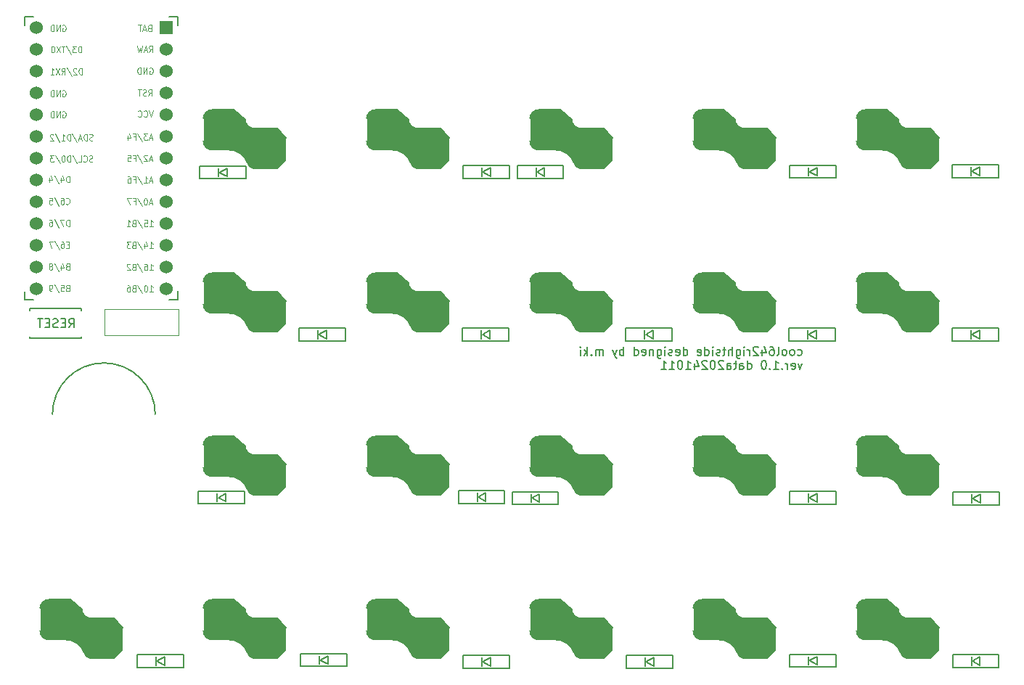
<source format=gbr>
%TF.GenerationSoftware,KiCad,Pcbnew,7.0.8*%
%TF.CreationDate,2024-10-11T08:25:21+09:00*%
%TF.ProjectId,cool642r,636f6f6c-3634-4327-922e-6b696361645f,rev?*%
%TF.SameCoordinates,Original*%
%TF.FileFunction,Legend,Bot*%
%TF.FilePolarity,Positive*%
%FSLAX46Y46*%
G04 Gerber Fmt 4.6, Leading zero omitted, Abs format (unit mm)*
G04 Created by KiCad (PCBNEW 7.0.8) date 2024-10-11 08:25:21*
%MOMM*%
%LPD*%
G01*
G04 APERTURE LIST*
%ADD10C,0.150000*%
%ADD11C,0.125000*%
%ADD12C,0.120000*%
%ADD13C,1.524000*%
%ADD14R,1.524000X1.524000*%
G04 APERTURE END LIST*
D10*
X176344649Y-29962200D02*
X176439887Y-30009819D01*
X176439887Y-30009819D02*
X176630363Y-30009819D01*
X176630363Y-30009819D02*
X176725601Y-29962200D01*
X176725601Y-29962200D02*
X176773220Y-29914580D01*
X176773220Y-29914580D02*
X176820839Y-29819342D01*
X176820839Y-29819342D02*
X176820839Y-29533628D01*
X176820839Y-29533628D02*
X176773220Y-29438390D01*
X176773220Y-29438390D02*
X176725601Y-29390771D01*
X176725601Y-29390771D02*
X176630363Y-29343152D01*
X176630363Y-29343152D02*
X176439887Y-29343152D01*
X176439887Y-29343152D02*
X176344649Y-29390771D01*
X175773220Y-30009819D02*
X175868458Y-29962200D01*
X175868458Y-29962200D02*
X175916077Y-29914580D01*
X175916077Y-29914580D02*
X175963696Y-29819342D01*
X175963696Y-29819342D02*
X175963696Y-29533628D01*
X175963696Y-29533628D02*
X175916077Y-29438390D01*
X175916077Y-29438390D02*
X175868458Y-29390771D01*
X175868458Y-29390771D02*
X175773220Y-29343152D01*
X175773220Y-29343152D02*
X175630363Y-29343152D01*
X175630363Y-29343152D02*
X175535125Y-29390771D01*
X175535125Y-29390771D02*
X175487506Y-29438390D01*
X175487506Y-29438390D02*
X175439887Y-29533628D01*
X175439887Y-29533628D02*
X175439887Y-29819342D01*
X175439887Y-29819342D02*
X175487506Y-29914580D01*
X175487506Y-29914580D02*
X175535125Y-29962200D01*
X175535125Y-29962200D02*
X175630363Y-30009819D01*
X175630363Y-30009819D02*
X175773220Y-30009819D01*
X174868458Y-30009819D02*
X174963696Y-29962200D01*
X174963696Y-29962200D02*
X175011315Y-29914580D01*
X175011315Y-29914580D02*
X175058934Y-29819342D01*
X175058934Y-29819342D02*
X175058934Y-29533628D01*
X175058934Y-29533628D02*
X175011315Y-29438390D01*
X175011315Y-29438390D02*
X174963696Y-29390771D01*
X174963696Y-29390771D02*
X174868458Y-29343152D01*
X174868458Y-29343152D02*
X174725601Y-29343152D01*
X174725601Y-29343152D02*
X174630363Y-29390771D01*
X174630363Y-29390771D02*
X174582744Y-29438390D01*
X174582744Y-29438390D02*
X174535125Y-29533628D01*
X174535125Y-29533628D02*
X174535125Y-29819342D01*
X174535125Y-29819342D02*
X174582744Y-29914580D01*
X174582744Y-29914580D02*
X174630363Y-29962200D01*
X174630363Y-29962200D02*
X174725601Y-30009819D01*
X174725601Y-30009819D02*
X174868458Y-30009819D01*
X173963696Y-30009819D02*
X174058934Y-29962200D01*
X174058934Y-29962200D02*
X174106553Y-29866961D01*
X174106553Y-29866961D02*
X174106553Y-29009819D01*
X173154172Y-29009819D02*
X173344648Y-29009819D01*
X173344648Y-29009819D02*
X173439886Y-29057438D01*
X173439886Y-29057438D02*
X173487505Y-29105057D01*
X173487505Y-29105057D02*
X173582743Y-29247914D01*
X173582743Y-29247914D02*
X173630362Y-29438390D01*
X173630362Y-29438390D02*
X173630362Y-29819342D01*
X173630362Y-29819342D02*
X173582743Y-29914580D01*
X173582743Y-29914580D02*
X173535124Y-29962200D01*
X173535124Y-29962200D02*
X173439886Y-30009819D01*
X173439886Y-30009819D02*
X173249410Y-30009819D01*
X173249410Y-30009819D02*
X173154172Y-29962200D01*
X173154172Y-29962200D02*
X173106553Y-29914580D01*
X173106553Y-29914580D02*
X173058934Y-29819342D01*
X173058934Y-29819342D02*
X173058934Y-29581247D01*
X173058934Y-29581247D02*
X173106553Y-29486009D01*
X173106553Y-29486009D02*
X173154172Y-29438390D01*
X173154172Y-29438390D02*
X173249410Y-29390771D01*
X173249410Y-29390771D02*
X173439886Y-29390771D01*
X173439886Y-29390771D02*
X173535124Y-29438390D01*
X173535124Y-29438390D02*
X173582743Y-29486009D01*
X173582743Y-29486009D02*
X173630362Y-29581247D01*
X172201791Y-29343152D02*
X172201791Y-30009819D01*
X172439886Y-28962200D02*
X172677981Y-29676485D01*
X172677981Y-29676485D02*
X172058934Y-29676485D01*
X171725600Y-29105057D02*
X171677981Y-29057438D01*
X171677981Y-29057438D02*
X171582743Y-29009819D01*
X171582743Y-29009819D02*
X171344648Y-29009819D01*
X171344648Y-29009819D02*
X171249410Y-29057438D01*
X171249410Y-29057438D02*
X171201791Y-29105057D01*
X171201791Y-29105057D02*
X171154172Y-29200295D01*
X171154172Y-29200295D02*
X171154172Y-29295533D01*
X171154172Y-29295533D02*
X171201791Y-29438390D01*
X171201791Y-29438390D02*
X171773219Y-30009819D01*
X171773219Y-30009819D02*
X171154172Y-30009819D01*
X170725600Y-30009819D02*
X170725600Y-29343152D01*
X170725600Y-29533628D02*
X170677981Y-29438390D01*
X170677981Y-29438390D02*
X170630362Y-29390771D01*
X170630362Y-29390771D02*
X170535124Y-29343152D01*
X170535124Y-29343152D02*
X170439886Y-29343152D01*
X170106552Y-30009819D02*
X170106552Y-29343152D01*
X170106552Y-29009819D02*
X170154171Y-29057438D01*
X170154171Y-29057438D02*
X170106552Y-29105057D01*
X170106552Y-29105057D02*
X170058933Y-29057438D01*
X170058933Y-29057438D02*
X170106552Y-29009819D01*
X170106552Y-29009819D02*
X170106552Y-29105057D01*
X169201791Y-29343152D02*
X169201791Y-30152676D01*
X169201791Y-30152676D02*
X169249410Y-30247914D01*
X169249410Y-30247914D02*
X169297029Y-30295533D01*
X169297029Y-30295533D02*
X169392267Y-30343152D01*
X169392267Y-30343152D02*
X169535124Y-30343152D01*
X169535124Y-30343152D02*
X169630362Y-30295533D01*
X169201791Y-29962200D02*
X169297029Y-30009819D01*
X169297029Y-30009819D02*
X169487505Y-30009819D01*
X169487505Y-30009819D02*
X169582743Y-29962200D01*
X169582743Y-29962200D02*
X169630362Y-29914580D01*
X169630362Y-29914580D02*
X169677981Y-29819342D01*
X169677981Y-29819342D02*
X169677981Y-29533628D01*
X169677981Y-29533628D02*
X169630362Y-29438390D01*
X169630362Y-29438390D02*
X169582743Y-29390771D01*
X169582743Y-29390771D02*
X169487505Y-29343152D01*
X169487505Y-29343152D02*
X169297029Y-29343152D01*
X169297029Y-29343152D02*
X169201791Y-29390771D01*
X168725600Y-30009819D02*
X168725600Y-29009819D01*
X168297029Y-30009819D02*
X168297029Y-29486009D01*
X168297029Y-29486009D02*
X168344648Y-29390771D01*
X168344648Y-29390771D02*
X168439886Y-29343152D01*
X168439886Y-29343152D02*
X168582743Y-29343152D01*
X168582743Y-29343152D02*
X168677981Y-29390771D01*
X168677981Y-29390771D02*
X168725600Y-29438390D01*
X167963695Y-29343152D02*
X167582743Y-29343152D01*
X167820838Y-29009819D02*
X167820838Y-29866961D01*
X167820838Y-29866961D02*
X167773219Y-29962200D01*
X167773219Y-29962200D02*
X167677981Y-30009819D01*
X167677981Y-30009819D02*
X167582743Y-30009819D01*
X167297028Y-29962200D02*
X167201790Y-30009819D01*
X167201790Y-30009819D02*
X167011314Y-30009819D01*
X167011314Y-30009819D02*
X166916076Y-29962200D01*
X166916076Y-29962200D02*
X166868457Y-29866961D01*
X166868457Y-29866961D02*
X166868457Y-29819342D01*
X166868457Y-29819342D02*
X166916076Y-29724104D01*
X166916076Y-29724104D02*
X167011314Y-29676485D01*
X167011314Y-29676485D02*
X167154171Y-29676485D01*
X167154171Y-29676485D02*
X167249409Y-29628866D01*
X167249409Y-29628866D02*
X167297028Y-29533628D01*
X167297028Y-29533628D02*
X167297028Y-29486009D01*
X167297028Y-29486009D02*
X167249409Y-29390771D01*
X167249409Y-29390771D02*
X167154171Y-29343152D01*
X167154171Y-29343152D02*
X167011314Y-29343152D01*
X167011314Y-29343152D02*
X166916076Y-29390771D01*
X166439885Y-30009819D02*
X166439885Y-29343152D01*
X166439885Y-29009819D02*
X166487504Y-29057438D01*
X166487504Y-29057438D02*
X166439885Y-29105057D01*
X166439885Y-29105057D02*
X166392266Y-29057438D01*
X166392266Y-29057438D02*
X166439885Y-29009819D01*
X166439885Y-29009819D02*
X166439885Y-29105057D01*
X165535124Y-30009819D02*
X165535124Y-29009819D01*
X165535124Y-29962200D02*
X165630362Y-30009819D01*
X165630362Y-30009819D02*
X165820838Y-30009819D01*
X165820838Y-30009819D02*
X165916076Y-29962200D01*
X165916076Y-29962200D02*
X165963695Y-29914580D01*
X165963695Y-29914580D02*
X166011314Y-29819342D01*
X166011314Y-29819342D02*
X166011314Y-29533628D01*
X166011314Y-29533628D02*
X165963695Y-29438390D01*
X165963695Y-29438390D02*
X165916076Y-29390771D01*
X165916076Y-29390771D02*
X165820838Y-29343152D01*
X165820838Y-29343152D02*
X165630362Y-29343152D01*
X165630362Y-29343152D02*
X165535124Y-29390771D01*
X164677981Y-29962200D02*
X164773219Y-30009819D01*
X164773219Y-30009819D02*
X164963695Y-30009819D01*
X164963695Y-30009819D02*
X165058933Y-29962200D01*
X165058933Y-29962200D02*
X165106552Y-29866961D01*
X165106552Y-29866961D02*
X165106552Y-29486009D01*
X165106552Y-29486009D02*
X165058933Y-29390771D01*
X165058933Y-29390771D02*
X164963695Y-29343152D01*
X164963695Y-29343152D02*
X164773219Y-29343152D01*
X164773219Y-29343152D02*
X164677981Y-29390771D01*
X164677981Y-29390771D02*
X164630362Y-29486009D01*
X164630362Y-29486009D02*
X164630362Y-29581247D01*
X164630362Y-29581247D02*
X165106552Y-29676485D01*
X163011314Y-30009819D02*
X163011314Y-29009819D01*
X163011314Y-29962200D02*
X163106552Y-30009819D01*
X163106552Y-30009819D02*
X163297028Y-30009819D01*
X163297028Y-30009819D02*
X163392266Y-29962200D01*
X163392266Y-29962200D02*
X163439885Y-29914580D01*
X163439885Y-29914580D02*
X163487504Y-29819342D01*
X163487504Y-29819342D02*
X163487504Y-29533628D01*
X163487504Y-29533628D02*
X163439885Y-29438390D01*
X163439885Y-29438390D02*
X163392266Y-29390771D01*
X163392266Y-29390771D02*
X163297028Y-29343152D01*
X163297028Y-29343152D02*
X163106552Y-29343152D01*
X163106552Y-29343152D02*
X163011314Y-29390771D01*
X162154171Y-29962200D02*
X162249409Y-30009819D01*
X162249409Y-30009819D02*
X162439885Y-30009819D01*
X162439885Y-30009819D02*
X162535123Y-29962200D01*
X162535123Y-29962200D02*
X162582742Y-29866961D01*
X162582742Y-29866961D02*
X162582742Y-29486009D01*
X162582742Y-29486009D02*
X162535123Y-29390771D01*
X162535123Y-29390771D02*
X162439885Y-29343152D01*
X162439885Y-29343152D02*
X162249409Y-29343152D01*
X162249409Y-29343152D02*
X162154171Y-29390771D01*
X162154171Y-29390771D02*
X162106552Y-29486009D01*
X162106552Y-29486009D02*
X162106552Y-29581247D01*
X162106552Y-29581247D02*
X162582742Y-29676485D01*
X161725599Y-29962200D02*
X161630361Y-30009819D01*
X161630361Y-30009819D02*
X161439885Y-30009819D01*
X161439885Y-30009819D02*
X161344647Y-29962200D01*
X161344647Y-29962200D02*
X161297028Y-29866961D01*
X161297028Y-29866961D02*
X161297028Y-29819342D01*
X161297028Y-29819342D02*
X161344647Y-29724104D01*
X161344647Y-29724104D02*
X161439885Y-29676485D01*
X161439885Y-29676485D02*
X161582742Y-29676485D01*
X161582742Y-29676485D02*
X161677980Y-29628866D01*
X161677980Y-29628866D02*
X161725599Y-29533628D01*
X161725599Y-29533628D02*
X161725599Y-29486009D01*
X161725599Y-29486009D02*
X161677980Y-29390771D01*
X161677980Y-29390771D02*
X161582742Y-29343152D01*
X161582742Y-29343152D02*
X161439885Y-29343152D01*
X161439885Y-29343152D02*
X161344647Y-29390771D01*
X160868456Y-30009819D02*
X160868456Y-29343152D01*
X160868456Y-29009819D02*
X160916075Y-29057438D01*
X160916075Y-29057438D02*
X160868456Y-29105057D01*
X160868456Y-29105057D02*
X160820837Y-29057438D01*
X160820837Y-29057438D02*
X160868456Y-29009819D01*
X160868456Y-29009819D02*
X160868456Y-29105057D01*
X159963695Y-29343152D02*
X159963695Y-30152676D01*
X159963695Y-30152676D02*
X160011314Y-30247914D01*
X160011314Y-30247914D02*
X160058933Y-30295533D01*
X160058933Y-30295533D02*
X160154171Y-30343152D01*
X160154171Y-30343152D02*
X160297028Y-30343152D01*
X160297028Y-30343152D02*
X160392266Y-30295533D01*
X159963695Y-29962200D02*
X160058933Y-30009819D01*
X160058933Y-30009819D02*
X160249409Y-30009819D01*
X160249409Y-30009819D02*
X160344647Y-29962200D01*
X160344647Y-29962200D02*
X160392266Y-29914580D01*
X160392266Y-29914580D02*
X160439885Y-29819342D01*
X160439885Y-29819342D02*
X160439885Y-29533628D01*
X160439885Y-29533628D02*
X160392266Y-29438390D01*
X160392266Y-29438390D02*
X160344647Y-29390771D01*
X160344647Y-29390771D02*
X160249409Y-29343152D01*
X160249409Y-29343152D02*
X160058933Y-29343152D01*
X160058933Y-29343152D02*
X159963695Y-29390771D01*
X159487504Y-29343152D02*
X159487504Y-30009819D01*
X159487504Y-29438390D02*
X159439885Y-29390771D01*
X159439885Y-29390771D02*
X159344647Y-29343152D01*
X159344647Y-29343152D02*
X159201790Y-29343152D01*
X159201790Y-29343152D02*
X159106552Y-29390771D01*
X159106552Y-29390771D02*
X159058933Y-29486009D01*
X159058933Y-29486009D02*
X159058933Y-30009819D01*
X158201790Y-29962200D02*
X158297028Y-30009819D01*
X158297028Y-30009819D02*
X158487504Y-30009819D01*
X158487504Y-30009819D02*
X158582742Y-29962200D01*
X158582742Y-29962200D02*
X158630361Y-29866961D01*
X158630361Y-29866961D02*
X158630361Y-29486009D01*
X158630361Y-29486009D02*
X158582742Y-29390771D01*
X158582742Y-29390771D02*
X158487504Y-29343152D01*
X158487504Y-29343152D02*
X158297028Y-29343152D01*
X158297028Y-29343152D02*
X158201790Y-29390771D01*
X158201790Y-29390771D02*
X158154171Y-29486009D01*
X158154171Y-29486009D02*
X158154171Y-29581247D01*
X158154171Y-29581247D02*
X158630361Y-29676485D01*
X157297028Y-30009819D02*
X157297028Y-29009819D01*
X157297028Y-29962200D02*
X157392266Y-30009819D01*
X157392266Y-30009819D02*
X157582742Y-30009819D01*
X157582742Y-30009819D02*
X157677980Y-29962200D01*
X157677980Y-29962200D02*
X157725599Y-29914580D01*
X157725599Y-29914580D02*
X157773218Y-29819342D01*
X157773218Y-29819342D02*
X157773218Y-29533628D01*
X157773218Y-29533628D02*
X157725599Y-29438390D01*
X157725599Y-29438390D02*
X157677980Y-29390771D01*
X157677980Y-29390771D02*
X157582742Y-29343152D01*
X157582742Y-29343152D02*
X157392266Y-29343152D01*
X157392266Y-29343152D02*
X157297028Y-29390771D01*
X156058932Y-30009819D02*
X156058932Y-29009819D01*
X156058932Y-29390771D02*
X155963694Y-29343152D01*
X155963694Y-29343152D02*
X155773218Y-29343152D01*
X155773218Y-29343152D02*
X155677980Y-29390771D01*
X155677980Y-29390771D02*
X155630361Y-29438390D01*
X155630361Y-29438390D02*
X155582742Y-29533628D01*
X155582742Y-29533628D02*
X155582742Y-29819342D01*
X155582742Y-29819342D02*
X155630361Y-29914580D01*
X155630361Y-29914580D02*
X155677980Y-29962200D01*
X155677980Y-29962200D02*
X155773218Y-30009819D01*
X155773218Y-30009819D02*
X155963694Y-30009819D01*
X155963694Y-30009819D02*
X156058932Y-29962200D01*
X155249408Y-29343152D02*
X155011313Y-30009819D01*
X154773218Y-29343152D02*
X155011313Y-30009819D01*
X155011313Y-30009819D02*
X155106551Y-30247914D01*
X155106551Y-30247914D02*
X155154170Y-30295533D01*
X155154170Y-30295533D02*
X155249408Y-30343152D01*
X153630360Y-30009819D02*
X153630360Y-29343152D01*
X153630360Y-29438390D02*
X153582741Y-29390771D01*
X153582741Y-29390771D02*
X153487503Y-29343152D01*
X153487503Y-29343152D02*
X153344646Y-29343152D01*
X153344646Y-29343152D02*
X153249408Y-29390771D01*
X153249408Y-29390771D02*
X153201789Y-29486009D01*
X153201789Y-29486009D02*
X153201789Y-30009819D01*
X153201789Y-29486009D02*
X153154170Y-29390771D01*
X153154170Y-29390771D02*
X153058932Y-29343152D01*
X153058932Y-29343152D02*
X152916075Y-29343152D01*
X152916075Y-29343152D02*
X152820836Y-29390771D01*
X152820836Y-29390771D02*
X152773217Y-29486009D01*
X152773217Y-29486009D02*
X152773217Y-30009819D01*
X152297027Y-29914580D02*
X152249408Y-29962200D01*
X152249408Y-29962200D02*
X152297027Y-30009819D01*
X152297027Y-30009819D02*
X152344646Y-29962200D01*
X152344646Y-29962200D02*
X152297027Y-29914580D01*
X152297027Y-29914580D02*
X152297027Y-30009819D01*
X151820837Y-30009819D02*
X151820837Y-29009819D01*
X151725599Y-29628866D02*
X151439885Y-30009819D01*
X151439885Y-29343152D02*
X151820837Y-29724104D01*
X151011313Y-30009819D02*
X151011313Y-29343152D01*
X151011313Y-29009819D02*
X151058932Y-29057438D01*
X151058932Y-29057438D02*
X151011313Y-29105057D01*
X151011313Y-29105057D02*
X150963694Y-29057438D01*
X150963694Y-29057438D02*
X151011313Y-29009819D01*
X151011313Y-29009819D02*
X151011313Y-29105057D01*
X176868458Y-30953152D02*
X176630363Y-31619819D01*
X176630363Y-31619819D02*
X176392268Y-30953152D01*
X175630363Y-31572200D02*
X175725601Y-31619819D01*
X175725601Y-31619819D02*
X175916077Y-31619819D01*
X175916077Y-31619819D02*
X176011315Y-31572200D01*
X176011315Y-31572200D02*
X176058934Y-31476961D01*
X176058934Y-31476961D02*
X176058934Y-31096009D01*
X176058934Y-31096009D02*
X176011315Y-31000771D01*
X176011315Y-31000771D02*
X175916077Y-30953152D01*
X175916077Y-30953152D02*
X175725601Y-30953152D01*
X175725601Y-30953152D02*
X175630363Y-31000771D01*
X175630363Y-31000771D02*
X175582744Y-31096009D01*
X175582744Y-31096009D02*
X175582744Y-31191247D01*
X175582744Y-31191247D02*
X176058934Y-31286485D01*
X175154172Y-31619819D02*
X175154172Y-30953152D01*
X175154172Y-31143628D02*
X175106553Y-31048390D01*
X175106553Y-31048390D02*
X175058934Y-31000771D01*
X175058934Y-31000771D02*
X174963696Y-30953152D01*
X174963696Y-30953152D02*
X174868458Y-30953152D01*
X174535124Y-31524580D02*
X174487505Y-31572200D01*
X174487505Y-31572200D02*
X174535124Y-31619819D01*
X174535124Y-31619819D02*
X174582743Y-31572200D01*
X174582743Y-31572200D02*
X174535124Y-31524580D01*
X174535124Y-31524580D02*
X174535124Y-31619819D01*
X173535125Y-31619819D02*
X174106553Y-31619819D01*
X173820839Y-31619819D02*
X173820839Y-30619819D01*
X173820839Y-30619819D02*
X173916077Y-30762676D01*
X173916077Y-30762676D02*
X174011315Y-30857914D01*
X174011315Y-30857914D02*
X174106553Y-30905533D01*
X173106553Y-31524580D02*
X173058934Y-31572200D01*
X173058934Y-31572200D02*
X173106553Y-31619819D01*
X173106553Y-31619819D02*
X173154172Y-31572200D01*
X173154172Y-31572200D02*
X173106553Y-31524580D01*
X173106553Y-31524580D02*
X173106553Y-31619819D01*
X172439887Y-30619819D02*
X172344649Y-30619819D01*
X172344649Y-30619819D02*
X172249411Y-30667438D01*
X172249411Y-30667438D02*
X172201792Y-30715057D01*
X172201792Y-30715057D02*
X172154173Y-30810295D01*
X172154173Y-30810295D02*
X172106554Y-31000771D01*
X172106554Y-31000771D02*
X172106554Y-31238866D01*
X172106554Y-31238866D02*
X172154173Y-31429342D01*
X172154173Y-31429342D02*
X172201792Y-31524580D01*
X172201792Y-31524580D02*
X172249411Y-31572200D01*
X172249411Y-31572200D02*
X172344649Y-31619819D01*
X172344649Y-31619819D02*
X172439887Y-31619819D01*
X172439887Y-31619819D02*
X172535125Y-31572200D01*
X172535125Y-31572200D02*
X172582744Y-31524580D01*
X172582744Y-31524580D02*
X172630363Y-31429342D01*
X172630363Y-31429342D02*
X172677982Y-31238866D01*
X172677982Y-31238866D02*
X172677982Y-31000771D01*
X172677982Y-31000771D02*
X172630363Y-30810295D01*
X172630363Y-30810295D02*
X172582744Y-30715057D01*
X172582744Y-30715057D02*
X172535125Y-30667438D01*
X172535125Y-30667438D02*
X172439887Y-30619819D01*
X170487506Y-31619819D02*
X170487506Y-30619819D01*
X170487506Y-31572200D02*
X170582744Y-31619819D01*
X170582744Y-31619819D02*
X170773220Y-31619819D01*
X170773220Y-31619819D02*
X170868458Y-31572200D01*
X170868458Y-31572200D02*
X170916077Y-31524580D01*
X170916077Y-31524580D02*
X170963696Y-31429342D01*
X170963696Y-31429342D02*
X170963696Y-31143628D01*
X170963696Y-31143628D02*
X170916077Y-31048390D01*
X170916077Y-31048390D02*
X170868458Y-31000771D01*
X170868458Y-31000771D02*
X170773220Y-30953152D01*
X170773220Y-30953152D02*
X170582744Y-30953152D01*
X170582744Y-30953152D02*
X170487506Y-31000771D01*
X169582744Y-31619819D02*
X169582744Y-31096009D01*
X169582744Y-31096009D02*
X169630363Y-31000771D01*
X169630363Y-31000771D02*
X169725601Y-30953152D01*
X169725601Y-30953152D02*
X169916077Y-30953152D01*
X169916077Y-30953152D02*
X170011315Y-31000771D01*
X169582744Y-31572200D02*
X169677982Y-31619819D01*
X169677982Y-31619819D02*
X169916077Y-31619819D01*
X169916077Y-31619819D02*
X170011315Y-31572200D01*
X170011315Y-31572200D02*
X170058934Y-31476961D01*
X170058934Y-31476961D02*
X170058934Y-31381723D01*
X170058934Y-31381723D02*
X170011315Y-31286485D01*
X170011315Y-31286485D02*
X169916077Y-31238866D01*
X169916077Y-31238866D02*
X169677982Y-31238866D01*
X169677982Y-31238866D02*
X169582744Y-31191247D01*
X169249410Y-30953152D02*
X168868458Y-30953152D01*
X169106553Y-30619819D02*
X169106553Y-31476961D01*
X169106553Y-31476961D02*
X169058934Y-31572200D01*
X169058934Y-31572200D02*
X168963696Y-31619819D01*
X168963696Y-31619819D02*
X168868458Y-31619819D01*
X168106553Y-31619819D02*
X168106553Y-31096009D01*
X168106553Y-31096009D02*
X168154172Y-31000771D01*
X168154172Y-31000771D02*
X168249410Y-30953152D01*
X168249410Y-30953152D02*
X168439886Y-30953152D01*
X168439886Y-30953152D02*
X168535124Y-31000771D01*
X168106553Y-31572200D02*
X168201791Y-31619819D01*
X168201791Y-31619819D02*
X168439886Y-31619819D01*
X168439886Y-31619819D02*
X168535124Y-31572200D01*
X168535124Y-31572200D02*
X168582743Y-31476961D01*
X168582743Y-31476961D02*
X168582743Y-31381723D01*
X168582743Y-31381723D02*
X168535124Y-31286485D01*
X168535124Y-31286485D02*
X168439886Y-31238866D01*
X168439886Y-31238866D02*
X168201791Y-31238866D01*
X168201791Y-31238866D02*
X168106553Y-31191247D01*
X167677981Y-30715057D02*
X167630362Y-30667438D01*
X167630362Y-30667438D02*
X167535124Y-30619819D01*
X167535124Y-30619819D02*
X167297029Y-30619819D01*
X167297029Y-30619819D02*
X167201791Y-30667438D01*
X167201791Y-30667438D02*
X167154172Y-30715057D01*
X167154172Y-30715057D02*
X167106553Y-30810295D01*
X167106553Y-30810295D02*
X167106553Y-30905533D01*
X167106553Y-30905533D02*
X167154172Y-31048390D01*
X167154172Y-31048390D02*
X167725600Y-31619819D01*
X167725600Y-31619819D02*
X167106553Y-31619819D01*
X166487505Y-30619819D02*
X166392267Y-30619819D01*
X166392267Y-30619819D02*
X166297029Y-30667438D01*
X166297029Y-30667438D02*
X166249410Y-30715057D01*
X166249410Y-30715057D02*
X166201791Y-30810295D01*
X166201791Y-30810295D02*
X166154172Y-31000771D01*
X166154172Y-31000771D02*
X166154172Y-31238866D01*
X166154172Y-31238866D02*
X166201791Y-31429342D01*
X166201791Y-31429342D02*
X166249410Y-31524580D01*
X166249410Y-31524580D02*
X166297029Y-31572200D01*
X166297029Y-31572200D02*
X166392267Y-31619819D01*
X166392267Y-31619819D02*
X166487505Y-31619819D01*
X166487505Y-31619819D02*
X166582743Y-31572200D01*
X166582743Y-31572200D02*
X166630362Y-31524580D01*
X166630362Y-31524580D02*
X166677981Y-31429342D01*
X166677981Y-31429342D02*
X166725600Y-31238866D01*
X166725600Y-31238866D02*
X166725600Y-31000771D01*
X166725600Y-31000771D02*
X166677981Y-30810295D01*
X166677981Y-30810295D02*
X166630362Y-30715057D01*
X166630362Y-30715057D02*
X166582743Y-30667438D01*
X166582743Y-30667438D02*
X166487505Y-30619819D01*
X165773219Y-30715057D02*
X165725600Y-30667438D01*
X165725600Y-30667438D02*
X165630362Y-30619819D01*
X165630362Y-30619819D02*
X165392267Y-30619819D01*
X165392267Y-30619819D02*
X165297029Y-30667438D01*
X165297029Y-30667438D02*
X165249410Y-30715057D01*
X165249410Y-30715057D02*
X165201791Y-30810295D01*
X165201791Y-30810295D02*
X165201791Y-30905533D01*
X165201791Y-30905533D02*
X165249410Y-31048390D01*
X165249410Y-31048390D02*
X165820838Y-31619819D01*
X165820838Y-31619819D02*
X165201791Y-31619819D01*
X164344648Y-30953152D02*
X164344648Y-31619819D01*
X164582743Y-30572200D02*
X164820838Y-31286485D01*
X164820838Y-31286485D02*
X164201791Y-31286485D01*
X163297029Y-31619819D02*
X163868457Y-31619819D01*
X163582743Y-31619819D02*
X163582743Y-30619819D01*
X163582743Y-30619819D02*
X163677981Y-30762676D01*
X163677981Y-30762676D02*
X163773219Y-30857914D01*
X163773219Y-30857914D02*
X163868457Y-30905533D01*
X162677981Y-30619819D02*
X162582743Y-30619819D01*
X162582743Y-30619819D02*
X162487505Y-30667438D01*
X162487505Y-30667438D02*
X162439886Y-30715057D01*
X162439886Y-30715057D02*
X162392267Y-30810295D01*
X162392267Y-30810295D02*
X162344648Y-31000771D01*
X162344648Y-31000771D02*
X162344648Y-31238866D01*
X162344648Y-31238866D02*
X162392267Y-31429342D01*
X162392267Y-31429342D02*
X162439886Y-31524580D01*
X162439886Y-31524580D02*
X162487505Y-31572200D01*
X162487505Y-31572200D02*
X162582743Y-31619819D01*
X162582743Y-31619819D02*
X162677981Y-31619819D01*
X162677981Y-31619819D02*
X162773219Y-31572200D01*
X162773219Y-31572200D02*
X162820838Y-31524580D01*
X162820838Y-31524580D02*
X162868457Y-31429342D01*
X162868457Y-31429342D02*
X162916076Y-31238866D01*
X162916076Y-31238866D02*
X162916076Y-31000771D01*
X162916076Y-31000771D02*
X162868457Y-30810295D01*
X162868457Y-30810295D02*
X162820838Y-30715057D01*
X162820838Y-30715057D02*
X162773219Y-30667438D01*
X162773219Y-30667438D02*
X162677981Y-30619819D01*
X161392267Y-31619819D02*
X161963695Y-31619819D01*
X161677981Y-31619819D02*
X161677981Y-30619819D01*
X161677981Y-30619819D02*
X161773219Y-30762676D01*
X161773219Y-30762676D02*
X161868457Y-30857914D01*
X161868457Y-30857914D02*
X161963695Y-30905533D01*
X160439886Y-31619819D02*
X161011314Y-31619819D01*
X160725600Y-31619819D02*
X160725600Y-30619819D01*
X160725600Y-30619819D02*
X160820838Y-30762676D01*
X160820838Y-30762676D02*
X160916076Y-30857914D01*
X160916076Y-30857914D02*
X161011314Y-30905533D01*
X91319381Y-26754819D02*
X91652714Y-26278628D01*
X91890809Y-26754819D02*
X91890809Y-25754819D01*
X91890809Y-25754819D02*
X91509857Y-25754819D01*
X91509857Y-25754819D02*
X91414619Y-25802438D01*
X91414619Y-25802438D02*
X91367000Y-25850057D01*
X91367000Y-25850057D02*
X91319381Y-25945295D01*
X91319381Y-25945295D02*
X91319381Y-26088152D01*
X91319381Y-26088152D02*
X91367000Y-26183390D01*
X91367000Y-26183390D02*
X91414619Y-26231009D01*
X91414619Y-26231009D02*
X91509857Y-26278628D01*
X91509857Y-26278628D02*
X91890809Y-26278628D01*
X90890809Y-26231009D02*
X90557476Y-26231009D01*
X90414619Y-26754819D02*
X90890809Y-26754819D01*
X90890809Y-26754819D02*
X90890809Y-25754819D01*
X90890809Y-25754819D02*
X90414619Y-25754819D01*
X90033666Y-26707200D02*
X89890809Y-26754819D01*
X89890809Y-26754819D02*
X89652714Y-26754819D01*
X89652714Y-26754819D02*
X89557476Y-26707200D01*
X89557476Y-26707200D02*
X89509857Y-26659580D01*
X89509857Y-26659580D02*
X89462238Y-26564342D01*
X89462238Y-26564342D02*
X89462238Y-26469104D01*
X89462238Y-26469104D02*
X89509857Y-26373866D01*
X89509857Y-26373866D02*
X89557476Y-26326247D01*
X89557476Y-26326247D02*
X89652714Y-26278628D01*
X89652714Y-26278628D02*
X89843190Y-26231009D01*
X89843190Y-26231009D02*
X89938428Y-26183390D01*
X89938428Y-26183390D02*
X89986047Y-26135771D01*
X89986047Y-26135771D02*
X90033666Y-26040533D01*
X90033666Y-26040533D02*
X90033666Y-25945295D01*
X90033666Y-25945295D02*
X89986047Y-25850057D01*
X89986047Y-25850057D02*
X89938428Y-25802438D01*
X89938428Y-25802438D02*
X89843190Y-25754819D01*
X89843190Y-25754819D02*
X89605095Y-25754819D01*
X89605095Y-25754819D02*
X89462238Y-25802438D01*
X89033666Y-26231009D02*
X88700333Y-26231009D01*
X88557476Y-26754819D02*
X89033666Y-26754819D01*
X89033666Y-26754819D02*
X89033666Y-25754819D01*
X89033666Y-25754819D02*
X88557476Y-25754819D01*
X88271761Y-25754819D02*
X87700333Y-25754819D01*
X87986047Y-26754819D02*
X87986047Y-25754819D01*
D11*
X91159789Y-19645607D02*
X91064075Y-19681321D01*
X91064075Y-19681321D02*
X91032170Y-19717035D01*
X91032170Y-19717035D02*
X91000266Y-19788464D01*
X91000266Y-19788464D02*
X91000266Y-19895607D01*
X91000266Y-19895607D02*
X91032170Y-19967035D01*
X91032170Y-19967035D02*
X91064075Y-20002750D01*
X91064075Y-20002750D02*
X91127885Y-20038464D01*
X91127885Y-20038464D02*
X91383123Y-20038464D01*
X91383123Y-20038464D02*
X91383123Y-19288464D01*
X91383123Y-19288464D02*
X91159789Y-19288464D01*
X91159789Y-19288464D02*
X91095980Y-19324178D01*
X91095980Y-19324178D02*
X91064075Y-19359892D01*
X91064075Y-19359892D02*
X91032170Y-19431321D01*
X91032170Y-19431321D02*
X91032170Y-19502750D01*
X91032170Y-19502750D02*
X91064075Y-19574178D01*
X91064075Y-19574178D02*
X91095980Y-19609892D01*
X91095980Y-19609892D02*
X91159789Y-19645607D01*
X91159789Y-19645607D02*
X91383123Y-19645607D01*
X90425980Y-19538464D02*
X90425980Y-20038464D01*
X90585504Y-19252750D02*
X90745027Y-19788464D01*
X90745027Y-19788464D02*
X90330266Y-19788464D01*
X89596456Y-19252750D02*
X90170742Y-20217035D01*
X89277408Y-19609892D02*
X89341218Y-19574178D01*
X89341218Y-19574178D02*
X89373123Y-19538464D01*
X89373123Y-19538464D02*
X89405027Y-19467035D01*
X89405027Y-19467035D02*
X89405027Y-19431321D01*
X89405027Y-19431321D02*
X89373123Y-19359892D01*
X89373123Y-19359892D02*
X89341218Y-19324178D01*
X89341218Y-19324178D02*
X89277408Y-19288464D01*
X89277408Y-19288464D02*
X89149789Y-19288464D01*
X89149789Y-19288464D02*
X89085980Y-19324178D01*
X89085980Y-19324178D02*
X89054075Y-19359892D01*
X89054075Y-19359892D02*
X89022170Y-19431321D01*
X89022170Y-19431321D02*
X89022170Y-19467035D01*
X89022170Y-19467035D02*
X89054075Y-19538464D01*
X89054075Y-19538464D02*
X89085980Y-19574178D01*
X89085980Y-19574178D02*
X89149789Y-19609892D01*
X89149789Y-19609892D02*
X89277408Y-19609892D01*
X89277408Y-19609892D02*
X89341218Y-19645607D01*
X89341218Y-19645607D02*
X89373123Y-19681321D01*
X89373123Y-19681321D02*
X89405027Y-19752750D01*
X89405027Y-19752750D02*
X89405027Y-19895607D01*
X89405027Y-19895607D02*
X89373123Y-19967035D01*
X89373123Y-19967035D02*
X89341218Y-20002750D01*
X89341218Y-20002750D02*
X89277408Y-20038464D01*
X89277408Y-20038464D02*
X89149789Y-20038464D01*
X89149789Y-20038464D02*
X89085980Y-20002750D01*
X89085980Y-20002750D02*
X89054075Y-19967035D01*
X89054075Y-19967035D02*
X89022170Y-19895607D01*
X89022170Y-19895607D02*
X89022170Y-19752750D01*
X89022170Y-19752750D02*
X89054075Y-19681321D01*
X89054075Y-19681321D02*
X89085980Y-19645607D01*
X89085980Y-19645607D02*
X89149789Y-19609892D01*
X90594075Y-1574178D02*
X90657885Y-1538464D01*
X90657885Y-1538464D02*
X90753599Y-1538464D01*
X90753599Y-1538464D02*
X90849313Y-1574178D01*
X90849313Y-1574178D02*
X90913123Y-1645607D01*
X90913123Y-1645607D02*
X90945028Y-1717035D01*
X90945028Y-1717035D02*
X90976932Y-1859892D01*
X90976932Y-1859892D02*
X90976932Y-1967035D01*
X90976932Y-1967035D02*
X90945028Y-2109892D01*
X90945028Y-2109892D02*
X90913123Y-2181321D01*
X90913123Y-2181321D02*
X90849313Y-2252750D01*
X90849313Y-2252750D02*
X90753599Y-2288464D01*
X90753599Y-2288464D02*
X90689790Y-2288464D01*
X90689790Y-2288464D02*
X90594075Y-2252750D01*
X90594075Y-2252750D02*
X90562171Y-2217035D01*
X90562171Y-2217035D02*
X90562171Y-1967035D01*
X90562171Y-1967035D02*
X90689790Y-1967035D01*
X90275028Y-2288464D02*
X90275028Y-1538464D01*
X90275028Y-1538464D02*
X89892171Y-2288464D01*
X89892171Y-2288464D02*
X89892171Y-1538464D01*
X89573123Y-2288464D02*
X89573123Y-1538464D01*
X89573123Y-1538464D02*
X89413599Y-1538464D01*
X89413599Y-1538464D02*
X89317885Y-1574178D01*
X89317885Y-1574178D02*
X89254075Y-1645607D01*
X89254075Y-1645607D02*
X89222170Y-1717035D01*
X89222170Y-1717035D02*
X89190266Y-1859892D01*
X89190266Y-1859892D02*
X89190266Y-1967035D01*
X89190266Y-1967035D02*
X89222170Y-2109892D01*
X89222170Y-2109892D02*
X89254075Y-2181321D01*
X89254075Y-2181321D02*
X89317885Y-2252750D01*
X89317885Y-2252750D02*
X89413599Y-2288464D01*
X89413599Y-2288464D02*
X89573123Y-2288464D01*
X90594075Y875821D02*
X90657885Y911535D01*
X90657885Y911535D02*
X90753599Y911535D01*
X90753599Y911535D02*
X90849313Y875821D01*
X90849313Y875821D02*
X90913123Y804392D01*
X90913123Y804392D02*
X90945028Y732964D01*
X90945028Y732964D02*
X90976932Y590107D01*
X90976932Y590107D02*
X90976932Y482964D01*
X90976932Y482964D02*
X90945028Y340107D01*
X90945028Y340107D02*
X90913123Y268678D01*
X90913123Y268678D02*
X90849313Y197250D01*
X90849313Y197250D02*
X90753599Y161535D01*
X90753599Y161535D02*
X90689790Y161535D01*
X90689790Y161535D02*
X90594075Y197250D01*
X90594075Y197250D02*
X90562171Y232964D01*
X90562171Y232964D02*
X90562171Y482964D01*
X90562171Y482964D02*
X90689790Y482964D01*
X90275028Y161535D02*
X90275028Y911535D01*
X90275028Y911535D02*
X89892171Y161535D01*
X89892171Y161535D02*
X89892171Y911535D01*
X89573123Y161535D02*
X89573123Y911535D01*
X89573123Y911535D02*
X89413599Y911535D01*
X89413599Y911535D02*
X89317885Y875821D01*
X89317885Y875821D02*
X89254075Y804392D01*
X89254075Y804392D02*
X89222170Y732964D01*
X89222170Y732964D02*
X89190266Y590107D01*
X89190266Y590107D02*
X89190266Y482964D01*
X89190266Y482964D02*
X89222170Y340107D01*
X89222170Y340107D02*
X89254075Y268678D01*
X89254075Y268678D02*
X89317885Y197250D01*
X89317885Y197250D02*
X89413599Y161535D01*
X89413599Y161535D02*
X89573123Y161535D01*
X101039313Y-12224178D02*
X100720266Y-12224178D01*
X101103123Y-12438464D02*
X100879790Y-11688464D01*
X100879790Y-11688464D02*
X100656456Y-12438464D01*
X100305504Y-11688464D02*
X100241694Y-11688464D01*
X100241694Y-11688464D02*
X100177885Y-11724178D01*
X100177885Y-11724178D02*
X100145980Y-11759892D01*
X100145980Y-11759892D02*
X100114075Y-11831321D01*
X100114075Y-11831321D02*
X100082170Y-11974178D01*
X100082170Y-11974178D02*
X100082170Y-12152750D01*
X100082170Y-12152750D02*
X100114075Y-12295607D01*
X100114075Y-12295607D02*
X100145980Y-12367035D01*
X100145980Y-12367035D02*
X100177885Y-12402750D01*
X100177885Y-12402750D02*
X100241694Y-12438464D01*
X100241694Y-12438464D02*
X100305504Y-12438464D01*
X100305504Y-12438464D02*
X100369313Y-12402750D01*
X100369313Y-12402750D02*
X100401218Y-12367035D01*
X100401218Y-12367035D02*
X100433123Y-12295607D01*
X100433123Y-12295607D02*
X100465027Y-12152750D01*
X100465027Y-12152750D02*
X100465027Y-11974178D01*
X100465027Y-11974178D02*
X100433123Y-11831321D01*
X100433123Y-11831321D02*
X100401218Y-11759892D01*
X100401218Y-11759892D02*
X100369313Y-11724178D01*
X100369313Y-11724178D02*
X100305504Y-11688464D01*
X99316456Y-11652750D02*
X99890742Y-12617035D01*
X98869789Y-12045607D02*
X99093123Y-12045607D01*
X99093123Y-12438464D02*
X99093123Y-11688464D01*
X99093123Y-11688464D02*
X98774075Y-11688464D01*
X98582646Y-11688464D02*
X98135980Y-11688464D01*
X98135980Y-11688464D02*
X98423122Y-12438464D01*
X101039313Y-7174178D02*
X100720266Y-7174178D01*
X101103123Y-7388464D02*
X100879790Y-6638464D01*
X100879790Y-6638464D02*
X100656456Y-7388464D01*
X100465027Y-6709892D02*
X100433123Y-6674178D01*
X100433123Y-6674178D02*
X100369313Y-6638464D01*
X100369313Y-6638464D02*
X100209789Y-6638464D01*
X100209789Y-6638464D02*
X100145980Y-6674178D01*
X100145980Y-6674178D02*
X100114075Y-6709892D01*
X100114075Y-6709892D02*
X100082170Y-6781321D01*
X100082170Y-6781321D02*
X100082170Y-6852750D01*
X100082170Y-6852750D02*
X100114075Y-6959892D01*
X100114075Y-6959892D02*
X100496932Y-7388464D01*
X100496932Y-7388464D02*
X100082170Y-7388464D01*
X99316456Y-6602750D02*
X99890742Y-7567035D01*
X98869789Y-6995607D02*
X99093123Y-6995607D01*
X99093123Y-7388464D02*
X99093123Y-6638464D01*
X99093123Y-6638464D02*
X98774075Y-6638464D01*
X98199789Y-6638464D02*
X98518837Y-6638464D01*
X98518837Y-6638464D02*
X98550741Y-6995607D01*
X98550741Y-6995607D02*
X98518837Y-6959892D01*
X98518837Y-6959892D02*
X98455027Y-6924178D01*
X98455027Y-6924178D02*
X98295503Y-6924178D01*
X98295503Y-6924178D02*
X98231694Y-6959892D01*
X98231694Y-6959892D02*
X98199789Y-6995607D01*
X98199789Y-6995607D02*
X98167884Y-7067035D01*
X98167884Y-7067035D02*
X98167884Y-7245607D01*
X98167884Y-7245607D02*
X98199789Y-7317035D01*
X98199789Y-7317035D02*
X98231694Y-7352750D01*
X98231694Y-7352750D02*
X98295503Y-7388464D01*
X98295503Y-7388464D02*
X98455027Y-7388464D01*
X98455027Y-7388464D02*
X98518837Y-7352750D01*
X98518837Y-7352750D02*
X98550741Y-7317035D01*
X92857171Y2761535D02*
X92857171Y3511535D01*
X92857171Y3511535D02*
X92697647Y3511535D01*
X92697647Y3511535D02*
X92601933Y3475821D01*
X92601933Y3475821D02*
X92538123Y3404392D01*
X92538123Y3404392D02*
X92506218Y3332964D01*
X92506218Y3332964D02*
X92474314Y3190107D01*
X92474314Y3190107D02*
X92474314Y3082964D01*
X92474314Y3082964D02*
X92506218Y2940107D01*
X92506218Y2940107D02*
X92538123Y2868678D01*
X92538123Y2868678D02*
X92601933Y2797250D01*
X92601933Y2797250D02*
X92697647Y2761535D01*
X92697647Y2761535D02*
X92857171Y2761535D01*
X92219075Y3440107D02*
X92187171Y3475821D01*
X92187171Y3475821D02*
X92123361Y3511535D01*
X92123361Y3511535D02*
X91963837Y3511535D01*
X91963837Y3511535D02*
X91900028Y3475821D01*
X91900028Y3475821D02*
X91868123Y3440107D01*
X91868123Y3440107D02*
X91836218Y3368678D01*
X91836218Y3368678D02*
X91836218Y3297250D01*
X91836218Y3297250D02*
X91868123Y3190107D01*
X91868123Y3190107D02*
X92250980Y2761535D01*
X92250980Y2761535D02*
X91836218Y2761535D01*
X91070504Y3547250D02*
X91644790Y2582964D01*
X90464314Y2761535D02*
X90687647Y3118678D01*
X90847171Y2761535D02*
X90847171Y3511535D01*
X90847171Y3511535D02*
X90591933Y3511535D01*
X90591933Y3511535D02*
X90528123Y3475821D01*
X90528123Y3475821D02*
X90496218Y3440107D01*
X90496218Y3440107D02*
X90464314Y3368678D01*
X90464314Y3368678D02*
X90464314Y3261535D01*
X90464314Y3261535D02*
X90496218Y3190107D01*
X90496218Y3190107D02*
X90528123Y3154392D01*
X90528123Y3154392D02*
X90591933Y3118678D01*
X90591933Y3118678D02*
X90847171Y3118678D01*
X90240980Y3511535D02*
X89794314Y2761535D01*
X89794314Y3511535D02*
X90240980Y2761535D01*
X89188123Y2761535D02*
X89570980Y2761535D01*
X89379552Y2761535D02*
X89379552Y3511535D01*
X89379552Y3511535D02*
X89443361Y3404392D01*
X89443361Y3404392D02*
X89507171Y3332964D01*
X89507171Y3332964D02*
X89570980Y3297250D01*
X91383123Y-14938464D02*
X91383123Y-14188464D01*
X91383123Y-14188464D02*
X91223599Y-14188464D01*
X91223599Y-14188464D02*
X91127885Y-14224178D01*
X91127885Y-14224178D02*
X91064075Y-14295607D01*
X91064075Y-14295607D02*
X91032170Y-14367035D01*
X91032170Y-14367035D02*
X91000266Y-14509892D01*
X91000266Y-14509892D02*
X91000266Y-14617035D01*
X91000266Y-14617035D02*
X91032170Y-14759892D01*
X91032170Y-14759892D02*
X91064075Y-14831321D01*
X91064075Y-14831321D02*
X91127885Y-14902750D01*
X91127885Y-14902750D02*
X91223599Y-14938464D01*
X91223599Y-14938464D02*
X91383123Y-14938464D01*
X90776932Y-14188464D02*
X90330266Y-14188464D01*
X90330266Y-14188464D02*
X90617408Y-14938464D01*
X89596456Y-14152750D02*
X90170742Y-15117035D01*
X89085980Y-14188464D02*
X89213599Y-14188464D01*
X89213599Y-14188464D02*
X89277408Y-14224178D01*
X89277408Y-14224178D02*
X89309313Y-14259892D01*
X89309313Y-14259892D02*
X89373123Y-14367035D01*
X89373123Y-14367035D02*
X89405027Y-14509892D01*
X89405027Y-14509892D02*
X89405027Y-14795607D01*
X89405027Y-14795607D02*
X89373123Y-14867035D01*
X89373123Y-14867035D02*
X89341218Y-14902750D01*
X89341218Y-14902750D02*
X89277408Y-14938464D01*
X89277408Y-14938464D02*
X89149789Y-14938464D01*
X89149789Y-14938464D02*
X89085980Y-14902750D01*
X89085980Y-14902750D02*
X89054075Y-14867035D01*
X89054075Y-14867035D02*
X89022170Y-14795607D01*
X89022170Y-14795607D02*
X89022170Y-14617035D01*
X89022170Y-14617035D02*
X89054075Y-14545607D01*
X89054075Y-14545607D02*
X89085980Y-14509892D01*
X89085980Y-14509892D02*
X89149789Y-14474178D01*
X89149789Y-14474178D02*
X89277408Y-14474178D01*
X89277408Y-14474178D02*
X89341218Y-14509892D01*
X89341218Y-14509892D02*
X89373123Y-14545607D01*
X89373123Y-14545607D02*
X89405027Y-14617035D01*
X92777409Y5311535D02*
X92777409Y6061535D01*
X92777409Y6061535D02*
X92617885Y6061535D01*
X92617885Y6061535D02*
X92522171Y6025821D01*
X92522171Y6025821D02*
X92458361Y5954392D01*
X92458361Y5954392D02*
X92426456Y5882964D01*
X92426456Y5882964D02*
X92394552Y5740107D01*
X92394552Y5740107D02*
X92394552Y5632964D01*
X92394552Y5632964D02*
X92426456Y5490107D01*
X92426456Y5490107D02*
X92458361Y5418678D01*
X92458361Y5418678D02*
X92522171Y5347250D01*
X92522171Y5347250D02*
X92617885Y5311535D01*
X92617885Y5311535D02*
X92777409Y5311535D01*
X92171218Y6061535D02*
X91756456Y6061535D01*
X91756456Y6061535D02*
X91979790Y5775821D01*
X91979790Y5775821D02*
X91884075Y5775821D01*
X91884075Y5775821D02*
X91820266Y5740107D01*
X91820266Y5740107D02*
X91788361Y5704392D01*
X91788361Y5704392D02*
X91756456Y5632964D01*
X91756456Y5632964D02*
X91756456Y5454392D01*
X91756456Y5454392D02*
X91788361Y5382964D01*
X91788361Y5382964D02*
X91820266Y5347250D01*
X91820266Y5347250D02*
X91884075Y5311535D01*
X91884075Y5311535D02*
X92075504Y5311535D01*
X92075504Y5311535D02*
X92139313Y5347250D01*
X92139313Y5347250D02*
X92171218Y5382964D01*
X90990742Y6097250D02*
X91565028Y5132964D01*
X90863123Y6061535D02*
X90480266Y6061535D01*
X90671694Y5311535D02*
X90671694Y6061535D01*
X90320742Y6061535D02*
X89874076Y5311535D01*
X89874076Y6061535D02*
X90320742Y5311535D01*
X89491219Y6061535D02*
X89427409Y6061535D01*
X89427409Y6061535D02*
X89363600Y6025821D01*
X89363600Y6025821D02*
X89331695Y5990107D01*
X89331695Y5990107D02*
X89299790Y5918678D01*
X89299790Y5918678D02*
X89267885Y5775821D01*
X89267885Y5775821D02*
X89267885Y5597250D01*
X89267885Y5597250D02*
X89299790Y5454392D01*
X89299790Y5454392D02*
X89331695Y5382964D01*
X89331695Y5382964D02*
X89363600Y5347250D01*
X89363600Y5347250D02*
X89427409Y5311535D01*
X89427409Y5311535D02*
X89491219Y5311535D01*
X89491219Y5311535D02*
X89555028Y5347250D01*
X89555028Y5347250D02*
X89586933Y5382964D01*
X89586933Y5382964D02*
X89618838Y5454392D01*
X89618838Y5454392D02*
X89650742Y5597250D01*
X89650742Y5597250D02*
X89650742Y5775821D01*
X89650742Y5775821D02*
X89618838Y5918678D01*
X89618838Y5918678D02*
X89586933Y5990107D01*
X89586933Y5990107D02*
X89555028Y6025821D01*
X89555028Y6025821D02*
X89491219Y6061535D01*
X100590504Y261535D02*
X100813837Y618678D01*
X100973361Y261535D02*
X100973361Y1011535D01*
X100973361Y1011535D02*
X100718123Y1011535D01*
X100718123Y1011535D02*
X100654313Y975821D01*
X100654313Y975821D02*
X100622408Y940107D01*
X100622408Y940107D02*
X100590504Y868678D01*
X100590504Y868678D02*
X100590504Y761535D01*
X100590504Y761535D02*
X100622408Y690107D01*
X100622408Y690107D02*
X100654313Y654392D01*
X100654313Y654392D02*
X100718123Y618678D01*
X100718123Y618678D02*
X100973361Y618678D01*
X100335265Y297250D02*
X100239551Y261535D01*
X100239551Y261535D02*
X100080027Y261535D01*
X100080027Y261535D02*
X100016218Y297250D01*
X100016218Y297250D02*
X99984313Y332964D01*
X99984313Y332964D02*
X99952408Y404392D01*
X99952408Y404392D02*
X99952408Y475821D01*
X99952408Y475821D02*
X99984313Y547250D01*
X99984313Y547250D02*
X100016218Y582964D01*
X100016218Y582964D02*
X100080027Y618678D01*
X100080027Y618678D02*
X100207646Y654392D01*
X100207646Y654392D02*
X100271456Y690107D01*
X100271456Y690107D02*
X100303361Y725821D01*
X100303361Y725821D02*
X100335265Y797250D01*
X100335265Y797250D02*
X100335265Y868678D01*
X100335265Y868678D02*
X100303361Y940107D01*
X100303361Y940107D02*
X100271456Y975821D01*
X100271456Y975821D02*
X100207646Y1011535D01*
X100207646Y1011535D02*
X100048123Y1011535D01*
X100048123Y1011535D02*
X99952408Y975821D01*
X99760980Y1011535D02*
X99378123Y1011535D01*
X99569551Y261535D02*
X99569551Y1011535D01*
X101116933Y-1438464D02*
X100893600Y-2188464D01*
X100893600Y-2188464D02*
X100670266Y-1438464D01*
X100064076Y-2117035D02*
X100095980Y-2152750D01*
X100095980Y-2152750D02*
X100191695Y-2188464D01*
X100191695Y-2188464D02*
X100255504Y-2188464D01*
X100255504Y-2188464D02*
X100351218Y-2152750D01*
X100351218Y-2152750D02*
X100415028Y-2081321D01*
X100415028Y-2081321D02*
X100446933Y-2009892D01*
X100446933Y-2009892D02*
X100478837Y-1867035D01*
X100478837Y-1867035D02*
X100478837Y-1759892D01*
X100478837Y-1759892D02*
X100446933Y-1617035D01*
X100446933Y-1617035D02*
X100415028Y-1545607D01*
X100415028Y-1545607D02*
X100351218Y-1474178D01*
X100351218Y-1474178D02*
X100255504Y-1438464D01*
X100255504Y-1438464D02*
X100191695Y-1438464D01*
X100191695Y-1438464D02*
X100095980Y-1474178D01*
X100095980Y-1474178D02*
X100064076Y-1509892D01*
X99394076Y-2117035D02*
X99425980Y-2152750D01*
X99425980Y-2152750D02*
X99521695Y-2188464D01*
X99521695Y-2188464D02*
X99585504Y-2188464D01*
X99585504Y-2188464D02*
X99681218Y-2152750D01*
X99681218Y-2152750D02*
X99745028Y-2081321D01*
X99745028Y-2081321D02*
X99776933Y-2009892D01*
X99776933Y-2009892D02*
X99808837Y-1867035D01*
X99808837Y-1867035D02*
X99808837Y-1759892D01*
X99808837Y-1759892D02*
X99776933Y-1617035D01*
X99776933Y-1617035D02*
X99745028Y-1545607D01*
X99745028Y-1545607D02*
X99681218Y-1474178D01*
X99681218Y-1474178D02*
X99585504Y-1438464D01*
X99585504Y-1438464D02*
X99521695Y-1438464D01*
X99521695Y-1438464D02*
X99425980Y-1474178D01*
X99425980Y-1474178D02*
X99394076Y-1509892D01*
X100686219Y5361535D02*
X100909552Y5718678D01*
X101069076Y5361535D02*
X101069076Y6111535D01*
X101069076Y6111535D02*
X100813838Y6111535D01*
X100813838Y6111535D02*
X100750028Y6075821D01*
X100750028Y6075821D02*
X100718123Y6040107D01*
X100718123Y6040107D02*
X100686219Y5968678D01*
X100686219Y5968678D02*
X100686219Y5861535D01*
X100686219Y5861535D02*
X100718123Y5790107D01*
X100718123Y5790107D02*
X100750028Y5754392D01*
X100750028Y5754392D02*
X100813838Y5718678D01*
X100813838Y5718678D02*
X101069076Y5718678D01*
X100430980Y5575821D02*
X100111933Y5575821D01*
X100494790Y5361535D02*
X100271457Y6111535D01*
X100271457Y6111535D02*
X100048123Y5361535D01*
X99888599Y6111535D02*
X99729075Y5361535D01*
X99729075Y5361535D02*
X99601456Y5897250D01*
X99601456Y5897250D02*
X99473837Y5361535D01*
X99473837Y5361535D02*
X99314314Y6111535D01*
X100718123Y8174392D02*
X100622409Y8138678D01*
X100622409Y8138678D02*
X100590504Y8102964D01*
X100590504Y8102964D02*
X100558600Y8031535D01*
X100558600Y8031535D02*
X100558600Y7924392D01*
X100558600Y7924392D02*
X100590504Y7852964D01*
X100590504Y7852964D02*
X100622409Y7817250D01*
X100622409Y7817250D02*
X100686219Y7781535D01*
X100686219Y7781535D02*
X100941457Y7781535D01*
X100941457Y7781535D02*
X100941457Y8531535D01*
X100941457Y8531535D02*
X100718123Y8531535D01*
X100718123Y8531535D02*
X100654314Y8495821D01*
X100654314Y8495821D02*
X100622409Y8460107D01*
X100622409Y8460107D02*
X100590504Y8388678D01*
X100590504Y8388678D02*
X100590504Y8317250D01*
X100590504Y8317250D02*
X100622409Y8245821D01*
X100622409Y8245821D02*
X100654314Y8210107D01*
X100654314Y8210107D02*
X100718123Y8174392D01*
X100718123Y8174392D02*
X100941457Y8174392D01*
X100303361Y7995821D02*
X99984314Y7995821D01*
X100367171Y7781535D02*
X100143838Y8531535D01*
X100143838Y8531535D02*
X99920504Y7781535D01*
X99792885Y8531535D02*
X99410028Y8531535D01*
X99601456Y7781535D02*
X99601456Y8531535D01*
X100734075Y3525821D02*
X100797885Y3561535D01*
X100797885Y3561535D02*
X100893599Y3561535D01*
X100893599Y3561535D02*
X100989313Y3525821D01*
X100989313Y3525821D02*
X101053123Y3454392D01*
X101053123Y3454392D02*
X101085028Y3382964D01*
X101085028Y3382964D02*
X101116932Y3240107D01*
X101116932Y3240107D02*
X101116932Y3132964D01*
X101116932Y3132964D02*
X101085028Y2990107D01*
X101085028Y2990107D02*
X101053123Y2918678D01*
X101053123Y2918678D02*
X100989313Y2847250D01*
X100989313Y2847250D02*
X100893599Y2811535D01*
X100893599Y2811535D02*
X100829790Y2811535D01*
X100829790Y2811535D02*
X100734075Y2847250D01*
X100734075Y2847250D02*
X100702171Y2882964D01*
X100702171Y2882964D02*
X100702171Y3132964D01*
X100702171Y3132964D02*
X100829790Y3132964D01*
X100415028Y2811535D02*
X100415028Y3561535D01*
X100415028Y3561535D02*
X100032171Y2811535D01*
X100032171Y2811535D02*
X100032171Y3561535D01*
X99713123Y2811535D02*
X99713123Y3561535D01*
X99713123Y3561535D02*
X99553599Y3561535D01*
X99553599Y3561535D02*
X99457885Y3525821D01*
X99457885Y3525821D02*
X99394075Y3454392D01*
X99394075Y3454392D02*
X99362170Y3382964D01*
X99362170Y3382964D02*
X99330266Y3240107D01*
X99330266Y3240107D02*
X99330266Y3132964D01*
X99330266Y3132964D02*
X99362170Y2990107D01*
X99362170Y2990107D02*
X99394075Y2918678D01*
X99394075Y2918678D02*
X99457885Y2847250D01*
X99457885Y2847250D02*
X99553599Y2811535D01*
X99553599Y2811535D02*
X99713123Y2811535D01*
X101039313Y-9674178D02*
X100720266Y-9674178D01*
X101103123Y-9888464D02*
X100879790Y-9138464D01*
X100879790Y-9138464D02*
X100656456Y-9888464D01*
X100082170Y-9888464D02*
X100465027Y-9888464D01*
X100273599Y-9888464D02*
X100273599Y-9138464D01*
X100273599Y-9138464D02*
X100337408Y-9245607D01*
X100337408Y-9245607D02*
X100401218Y-9317035D01*
X100401218Y-9317035D02*
X100465027Y-9352750D01*
X99316456Y-9102750D02*
X99890742Y-10067035D01*
X98869789Y-9495607D02*
X99093123Y-9495607D01*
X99093123Y-9888464D02*
X99093123Y-9138464D01*
X99093123Y-9138464D02*
X98774075Y-9138464D01*
X98231694Y-9138464D02*
X98359313Y-9138464D01*
X98359313Y-9138464D02*
X98423122Y-9174178D01*
X98423122Y-9174178D02*
X98455027Y-9209892D01*
X98455027Y-9209892D02*
X98518837Y-9317035D01*
X98518837Y-9317035D02*
X98550741Y-9459892D01*
X98550741Y-9459892D02*
X98550741Y-9745607D01*
X98550741Y-9745607D02*
X98518837Y-9817035D01*
X98518837Y-9817035D02*
X98486932Y-9852750D01*
X98486932Y-9852750D02*
X98423122Y-9888464D01*
X98423122Y-9888464D02*
X98295503Y-9888464D01*
X98295503Y-9888464D02*
X98231694Y-9852750D01*
X98231694Y-9852750D02*
X98199789Y-9817035D01*
X98199789Y-9817035D02*
X98167884Y-9745607D01*
X98167884Y-9745607D02*
X98167884Y-9567035D01*
X98167884Y-9567035D02*
X98199789Y-9495607D01*
X98199789Y-9495607D02*
X98231694Y-9459892D01*
X98231694Y-9459892D02*
X98295503Y-9424178D01*
X98295503Y-9424178D02*
X98423122Y-9424178D01*
X98423122Y-9424178D02*
X98486932Y-9459892D01*
X98486932Y-9459892D02*
X98518837Y-9495607D01*
X98518837Y-9495607D02*
X98550741Y-9567035D01*
X101039313Y-4674178D02*
X100720266Y-4674178D01*
X101103123Y-4888464D02*
X100879790Y-4138464D01*
X100879790Y-4138464D02*
X100656456Y-4888464D01*
X100496932Y-4138464D02*
X100082170Y-4138464D01*
X100082170Y-4138464D02*
X100305504Y-4424178D01*
X100305504Y-4424178D02*
X100209789Y-4424178D01*
X100209789Y-4424178D02*
X100145980Y-4459892D01*
X100145980Y-4459892D02*
X100114075Y-4495607D01*
X100114075Y-4495607D02*
X100082170Y-4567035D01*
X100082170Y-4567035D02*
X100082170Y-4745607D01*
X100082170Y-4745607D02*
X100114075Y-4817035D01*
X100114075Y-4817035D02*
X100145980Y-4852750D01*
X100145980Y-4852750D02*
X100209789Y-4888464D01*
X100209789Y-4888464D02*
X100401218Y-4888464D01*
X100401218Y-4888464D02*
X100465027Y-4852750D01*
X100465027Y-4852750D02*
X100496932Y-4817035D01*
X99316456Y-4102750D02*
X99890742Y-5067035D01*
X98869789Y-4495607D02*
X99093123Y-4495607D01*
X99093123Y-4888464D02*
X99093123Y-4138464D01*
X99093123Y-4138464D02*
X98774075Y-4138464D01*
X98231694Y-4388464D02*
X98231694Y-4888464D01*
X98391218Y-4102750D02*
X98550741Y-4638464D01*
X98550741Y-4638464D02*
X98135980Y-4638464D01*
X100736218Y-17538464D02*
X101119075Y-17538464D01*
X100927647Y-17538464D02*
X100927647Y-16788464D01*
X100927647Y-16788464D02*
X100991456Y-16895607D01*
X100991456Y-16895607D02*
X101055266Y-16967035D01*
X101055266Y-16967035D02*
X101119075Y-17002750D01*
X100161933Y-17038464D02*
X100161933Y-17538464D01*
X100321457Y-16752750D02*
X100480980Y-17288464D01*
X100480980Y-17288464D02*
X100066219Y-17288464D01*
X99332409Y-16752750D02*
X99906695Y-17717035D01*
X98885742Y-17145607D02*
X98790028Y-17181321D01*
X98790028Y-17181321D02*
X98758123Y-17217035D01*
X98758123Y-17217035D02*
X98726219Y-17288464D01*
X98726219Y-17288464D02*
X98726219Y-17395607D01*
X98726219Y-17395607D02*
X98758123Y-17467035D01*
X98758123Y-17467035D02*
X98790028Y-17502750D01*
X98790028Y-17502750D02*
X98853838Y-17538464D01*
X98853838Y-17538464D02*
X99109076Y-17538464D01*
X99109076Y-17538464D02*
X99109076Y-16788464D01*
X99109076Y-16788464D02*
X98885742Y-16788464D01*
X98885742Y-16788464D02*
X98821933Y-16824178D01*
X98821933Y-16824178D02*
X98790028Y-16859892D01*
X98790028Y-16859892D02*
X98758123Y-16931321D01*
X98758123Y-16931321D02*
X98758123Y-17002750D01*
X98758123Y-17002750D02*
X98790028Y-17074178D01*
X98790028Y-17074178D02*
X98821933Y-17109892D01*
X98821933Y-17109892D02*
X98885742Y-17145607D01*
X98885742Y-17145607D02*
X99109076Y-17145607D01*
X98502885Y-16788464D02*
X98088123Y-16788464D01*
X98088123Y-16788464D02*
X98311457Y-17074178D01*
X98311457Y-17074178D02*
X98215742Y-17074178D01*
X98215742Y-17074178D02*
X98151933Y-17109892D01*
X98151933Y-17109892D02*
X98120028Y-17145607D01*
X98120028Y-17145607D02*
X98088123Y-17217035D01*
X98088123Y-17217035D02*
X98088123Y-17395607D01*
X98088123Y-17395607D02*
X98120028Y-17467035D01*
X98120028Y-17467035D02*
X98151933Y-17502750D01*
X98151933Y-17502750D02*
X98215742Y-17538464D01*
X98215742Y-17538464D02*
X98407171Y-17538464D01*
X98407171Y-17538464D02*
X98470980Y-17502750D01*
X98470980Y-17502750D02*
X98502885Y-17467035D01*
X91383123Y-9838464D02*
X91383123Y-9088464D01*
X91383123Y-9088464D02*
X91223599Y-9088464D01*
X91223599Y-9088464D02*
X91127885Y-9124178D01*
X91127885Y-9124178D02*
X91064075Y-9195607D01*
X91064075Y-9195607D02*
X91032170Y-9267035D01*
X91032170Y-9267035D02*
X91000266Y-9409892D01*
X91000266Y-9409892D02*
X91000266Y-9517035D01*
X91000266Y-9517035D02*
X91032170Y-9659892D01*
X91032170Y-9659892D02*
X91064075Y-9731321D01*
X91064075Y-9731321D02*
X91127885Y-9802750D01*
X91127885Y-9802750D02*
X91223599Y-9838464D01*
X91223599Y-9838464D02*
X91383123Y-9838464D01*
X90425980Y-9338464D02*
X90425980Y-9838464D01*
X90585504Y-9052750D02*
X90745027Y-9588464D01*
X90745027Y-9588464D02*
X90330266Y-9588464D01*
X89596456Y-9052750D02*
X90170742Y-10017035D01*
X89085980Y-9338464D02*
X89085980Y-9838464D01*
X89245504Y-9052750D02*
X89405027Y-9588464D01*
X89405027Y-9588464D02*
X88990266Y-9588464D01*
X100736218Y-14988464D02*
X101119075Y-14988464D01*
X100927647Y-14988464D02*
X100927647Y-14238464D01*
X100927647Y-14238464D02*
X100991456Y-14345607D01*
X100991456Y-14345607D02*
X101055266Y-14417035D01*
X101055266Y-14417035D02*
X101119075Y-14452750D01*
X100130028Y-14238464D02*
X100449076Y-14238464D01*
X100449076Y-14238464D02*
X100480980Y-14595607D01*
X100480980Y-14595607D02*
X100449076Y-14559892D01*
X100449076Y-14559892D02*
X100385266Y-14524178D01*
X100385266Y-14524178D02*
X100225742Y-14524178D01*
X100225742Y-14524178D02*
X100161933Y-14559892D01*
X100161933Y-14559892D02*
X100130028Y-14595607D01*
X100130028Y-14595607D02*
X100098123Y-14667035D01*
X100098123Y-14667035D02*
X100098123Y-14845607D01*
X100098123Y-14845607D02*
X100130028Y-14917035D01*
X100130028Y-14917035D02*
X100161933Y-14952750D01*
X100161933Y-14952750D02*
X100225742Y-14988464D01*
X100225742Y-14988464D02*
X100385266Y-14988464D01*
X100385266Y-14988464D02*
X100449076Y-14952750D01*
X100449076Y-14952750D02*
X100480980Y-14917035D01*
X99332409Y-14202750D02*
X99906695Y-15167035D01*
X98885742Y-14595607D02*
X98790028Y-14631321D01*
X98790028Y-14631321D02*
X98758123Y-14667035D01*
X98758123Y-14667035D02*
X98726219Y-14738464D01*
X98726219Y-14738464D02*
X98726219Y-14845607D01*
X98726219Y-14845607D02*
X98758123Y-14917035D01*
X98758123Y-14917035D02*
X98790028Y-14952750D01*
X98790028Y-14952750D02*
X98853838Y-14988464D01*
X98853838Y-14988464D02*
X99109076Y-14988464D01*
X99109076Y-14988464D02*
X99109076Y-14238464D01*
X99109076Y-14238464D02*
X98885742Y-14238464D01*
X98885742Y-14238464D02*
X98821933Y-14274178D01*
X98821933Y-14274178D02*
X98790028Y-14309892D01*
X98790028Y-14309892D02*
X98758123Y-14381321D01*
X98758123Y-14381321D02*
X98758123Y-14452750D01*
X98758123Y-14452750D02*
X98790028Y-14524178D01*
X98790028Y-14524178D02*
X98821933Y-14559892D01*
X98821933Y-14559892D02*
X98885742Y-14595607D01*
X98885742Y-14595607D02*
X99109076Y-14595607D01*
X98088123Y-14988464D02*
X98470980Y-14988464D01*
X98279552Y-14988464D02*
X98279552Y-14238464D01*
X98279552Y-14238464D02*
X98343361Y-14345607D01*
X98343361Y-14345607D02*
X98407171Y-14417035D01*
X98407171Y-14417035D02*
X98470980Y-14452750D01*
X94097170Y-4902750D02*
X94001456Y-4938464D01*
X94001456Y-4938464D02*
X93841932Y-4938464D01*
X93841932Y-4938464D02*
X93778123Y-4902750D01*
X93778123Y-4902750D02*
X93746218Y-4867035D01*
X93746218Y-4867035D02*
X93714313Y-4795607D01*
X93714313Y-4795607D02*
X93714313Y-4724178D01*
X93714313Y-4724178D02*
X93746218Y-4652750D01*
X93746218Y-4652750D02*
X93778123Y-4617035D01*
X93778123Y-4617035D02*
X93841932Y-4581321D01*
X93841932Y-4581321D02*
X93969551Y-4545607D01*
X93969551Y-4545607D02*
X94033361Y-4509892D01*
X94033361Y-4509892D02*
X94065266Y-4474178D01*
X94065266Y-4474178D02*
X94097170Y-4402750D01*
X94097170Y-4402750D02*
X94097170Y-4331321D01*
X94097170Y-4331321D02*
X94065266Y-4259892D01*
X94065266Y-4259892D02*
X94033361Y-4224178D01*
X94033361Y-4224178D02*
X93969551Y-4188464D01*
X93969551Y-4188464D02*
X93810028Y-4188464D01*
X93810028Y-4188464D02*
X93714313Y-4224178D01*
X93427171Y-4938464D02*
X93427171Y-4188464D01*
X93427171Y-4188464D02*
X93267647Y-4188464D01*
X93267647Y-4188464D02*
X93171933Y-4224178D01*
X93171933Y-4224178D02*
X93108123Y-4295607D01*
X93108123Y-4295607D02*
X93076218Y-4367035D01*
X93076218Y-4367035D02*
X93044314Y-4509892D01*
X93044314Y-4509892D02*
X93044314Y-4617035D01*
X93044314Y-4617035D02*
X93076218Y-4759892D01*
X93076218Y-4759892D02*
X93108123Y-4831321D01*
X93108123Y-4831321D02*
X93171933Y-4902750D01*
X93171933Y-4902750D02*
X93267647Y-4938464D01*
X93267647Y-4938464D02*
X93427171Y-4938464D01*
X92789075Y-4724178D02*
X92470028Y-4724178D01*
X92852885Y-4938464D02*
X92629552Y-4188464D01*
X92629552Y-4188464D02*
X92406218Y-4938464D01*
X91704313Y-4152750D02*
X92278599Y-5117035D01*
X91480980Y-4938464D02*
X91480980Y-4188464D01*
X91480980Y-4188464D02*
X91321456Y-4188464D01*
X91321456Y-4188464D02*
X91225742Y-4224178D01*
X91225742Y-4224178D02*
X91161932Y-4295607D01*
X91161932Y-4295607D02*
X91130027Y-4367035D01*
X91130027Y-4367035D02*
X91098123Y-4509892D01*
X91098123Y-4509892D02*
X91098123Y-4617035D01*
X91098123Y-4617035D02*
X91130027Y-4759892D01*
X91130027Y-4759892D02*
X91161932Y-4831321D01*
X91161932Y-4831321D02*
X91225742Y-4902750D01*
X91225742Y-4902750D02*
X91321456Y-4938464D01*
X91321456Y-4938464D02*
X91480980Y-4938464D01*
X90460027Y-4938464D02*
X90842884Y-4938464D01*
X90651456Y-4938464D02*
X90651456Y-4188464D01*
X90651456Y-4188464D02*
X90715265Y-4295607D01*
X90715265Y-4295607D02*
X90779075Y-4367035D01*
X90779075Y-4367035D02*
X90842884Y-4402750D01*
X89694313Y-4152750D02*
X90268599Y-5117035D01*
X89502884Y-4259892D02*
X89470980Y-4224178D01*
X89470980Y-4224178D02*
X89407170Y-4188464D01*
X89407170Y-4188464D02*
X89247646Y-4188464D01*
X89247646Y-4188464D02*
X89183837Y-4224178D01*
X89183837Y-4224178D02*
X89151932Y-4259892D01*
X89151932Y-4259892D02*
X89120027Y-4331321D01*
X89120027Y-4331321D02*
X89120027Y-4402750D01*
X89120027Y-4402750D02*
X89151932Y-4509892D01*
X89151932Y-4509892D02*
X89534789Y-4938464D01*
X89534789Y-4938464D02*
X89120027Y-4938464D01*
X91000266Y-12317035D02*
X91032170Y-12352750D01*
X91032170Y-12352750D02*
X91127885Y-12388464D01*
X91127885Y-12388464D02*
X91191694Y-12388464D01*
X91191694Y-12388464D02*
X91287408Y-12352750D01*
X91287408Y-12352750D02*
X91351218Y-12281321D01*
X91351218Y-12281321D02*
X91383123Y-12209892D01*
X91383123Y-12209892D02*
X91415027Y-12067035D01*
X91415027Y-12067035D02*
X91415027Y-11959892D01*
X91415027Y-11959892D02*
X91383123Y-11817035D01*
X91383123Y-11817035D02*
X91351218Y-11745607D01*
X91351218Y-11745607D02*
X91287408Y-11674178D01*
X91287408Y-11674178D02*
X91191694Y-11638464D01*
X91191694Y-11638464D02*
X91127885Y-11638464D01*
X91127885Y-11638464D02*
X91032170Y-11674178D01*
X91032170Y-11674178D02*
X91000266Y-11709892D01*
X90425980Y-11638464D02*
X90553599Y-11638464D01*
X90553599Y-11638464D02*
X90617408Y-11674178D01*
X90617408Y-11674178D02*
X90649313Y-11709892D01*
X90649313Y-11709892D02*
X90713123Y-11817035D01*
X90713123Y-11817035D02*
X90745027Y-11959892D01*
X90745027Y-11959892D02*
X90745027Y-12245607D01*
X90745027Y-12245607D02*
X90713123Y-12317035D01*
X90713123Y-12317035D02*
X90681218Y-12352750D01*
X90681218Y-12352750D02*
X90617408Y-12388464D01*
X90617408Y-12388464D02*
X90489789Y-12388464D01*
X90489789Y-12388464D02*
X90425980Y-12352750D01*
X90425980Y-12352750D02*
X90394075Y-12317035D01*
X90394075Y-12317035D02*
X90362170Y-12245607D01*
X90362170Y-12245607D02*
X90362170Y-12067035D01*
X90362170Y-12067035D02*
X90394075Y-11995607D01*
X90394075Y-11995607D02*
X90425980Y-11959892D01*
X90425980Y-11959892D02*
X90489789Y-11924178D01*
X90489789Y-11924178D02*
X90617408Y-11924178D01*
X90617408Y-11924178D02*
X90681218Y-11959892D01*
X90681218Y-11959892D02*
X90713123Y-11995607D01*
X90713123Y-11995607D02*
X90745027Y-12067035D01*
X89596456Y-11602750D02*
X90170742Y-12567035D01*
X89054075Y-11638464D02*
X89373123Y-11638464D01*
X89373123Y-11638464D02*
X89405027Y-11995607D01*
X89405027Y-11995607D02*
X89373123Y-11959892D01*
X89373123Y-11959892D02*
X89309313Y-11924178D01*
X89309313Y-11924178D02*
X89149789Y-11924178D01*
X89149789Y-11924178D02*
X89085980Y-11959892D01*
X89085980Y-11959892D02*
X89054075Y-11995607D01*
X89054075Y-11995607D02*
X89022170Y-12067035D01*
X89022170Y-12067035D02*
X89022170Y-12245607D01*
X89022170Y-12245607D02*
X89054075Y-12317035D01*
X89054075Y-12317035D02*
X89085980Y-12352750D01*
X89085980Y-12352750D02*
X89149789Y-12388464D01*
X89149789Y-12388464D02*
X89309313Y-12388464D01*
X89309313Y-12388464D02*
X89373123Y-12352750D01*
X89373123Y-12352750D02*
X89405027Y-12317035D01*
X94081218Y-7402750D02*
X93985504Y-7438464D01*
X93985504Y-7438464D02*
X93825980Y-7438464D01*
X93825980Y-7438464D02*
X93762171Y-7402750D01*
X93762171Y-7402750D02*
X93730266Y-7367035D01*
X93730266Y-7367035D02*
X93698361Y-7295607D01*
X93698361Y-7295607D02*
X93698361Y-7224178D01*
X93698361Y-7224178D02*
X93730266Y-7152750D01*
X93730266Y-7152750D02*
X93762171Y-7117035D01*
X93762171Y-7117035D02*
X93825980Y-7081321D01*
X93825980Y-7081321D02*
X93953599Y-7045607D01*
X93953599Y-7045607D02*
X94017409Y-7009892D01*
X94017409Y-7009892D02*
X94049314Y-6974178D01*
X94049314Y-6974178D02*
X94081218Y-6902750D01*
X94081218Y-6902750D02*
X94081218Y-6831321D01*
X94081218Y-6831321D02*
X94049314Y-6759892D01*
X94049314Y-6759892D02*
X94017409Y-6724178D01*
X94017409Y-6724178D02*
X93953599Y-6688464D01*
X93953599Y-6688464D02*
X93794076Y-6688464D01*
X93794076Y-6688464D02*
X93698361Y-6724178D01*
X93028362Y-7367035D02*
X93060266Y-7402750D01*
X93060266Y-7402750D02*
X93155981Y-7438464D01*
X93155981Y-7438464D02*
X93219790Y-7438464D01*
X93219790Y-7438464D02*
X93315504Y-7402750D01*
X93315504Y-7402750D02*
X93379314Y-7331321D01*
X93379314Y-7331321D02*
X93411219Y-7259892D01*
X93411219Y-7259892D02*
X93443123Y-7117035D01*
X93443123Y-7117035D02*
X93443123Y-7009892D01*
X93443123Y-7009892D02*
X93411219Y-6867035D01*
X93411219Y-6867035D02*
X93379314Y-6795607D01*
X93379314Y-6795607D02*
X93315504Y-6724178D01*
X93315504Y-6724178D02*
X93219790Y-6688464D01*
X93219790Y-6688464D02*
X93155981Y-6688464D01*
X93155981Y-6688464D02*
X93060266Y-6724178D01*
X93060266Y-6724178D02*
X93028362Y-6759892D01*
X92422171Y-7438464D02*
X92741219Y-7438464D01*
X92741219Y-7438464D02*
X92741219Y-6688464D01*
X91720266Y-6652750D02*
X92294552Y-7617035D01*
X91496933Y-7438464D02*
X91496933Y-6688464D01*
X91496933Y-6688464D02*
X91337409Y-6688464D01*
X91337409Y-6688464D02*
X91241695Y-6724178D01*
X91241695Y-6724178D02*
X91177885Y-6795607D01*
X91177885Y-6795607D02*
X91145980Y-6867035D01*
X91145980Y-6867035D02*
X91114076Y-7009892D01*
X91114076Y-7009892D02*
X91114076Y-7117035D01*
X91114076Y-7117035D02*
X91145980Y-7259892D01*
X91145980Y-7259892D02*
X91177885Y-7331321D01*
X91177885Y-7331321D02*
X91241695Y-7402750D01*
X91241695Y-7402750D02*
X91337409Y-7438464D01*
X91337409Y-7438464D02*
X91496933Y-7438464D01*
X90699314Y-6688464D02*
X90635504Y-6688464D01*
X90635504Y-6688464D02*
X90571695Y-6724178D01*
X90571695Y-6724178D02*
X90539790Y-6759892D01*
X90539790Y-6759892D02*
X90507885Y-6831321D01*
X90507885Y-6831321D02*
X90475980Y-6974178D01*
X90475980Y-6974178D02*
X90475980Y-7152750D01*
X90475980Y-7152750D02*
X90507885Y-7295607D01*
X90507885Y-7295607D02*
X90539790Y-7367035D01*
X90539790Y-7367035D02*
X90571695Y-7402750D01*
X90571695Y-7402750D02*
X90635504Y-7438464D01*
X90635504Y-7438464D02*
X90699314Y-7438464D01*
X90699314Y-7438464D02*
X90763123Y-7402750D01*
X90763123Y-7402750D02*
X90795028Y-7367035D01*
X90795028Y-7367035D02*
X90826933Y-7295607D01*
X90826933Y-7295607D02*
X90858837Y-7152750D01*
X90858837Y-7152750D02*
X90858837Y-6974178D01*
X90858837Y-6974178D02*
X90826933Y-6831321D01*
X90826933Y-6831321D02*
X90795028Y-6759892D01*
X90795028Y-6759892D02*
X90763123Y-6724178D01*
X90763123Y-6724178D02*
X90699314Y-6688464D01*
X89710266Y-6652750D02*
X90284552Y-7617035D01*
X89550742Y-6688464D02*
X89135980Y-6688464D01*
X89135980Y-6688464D02*
X89359314Y-6974178D01*
X89359314Y-6974178D02*
X89263599Y-6974178D01*
X89263599Y-6974178D02*
X89199790Y-7009892D01*
X89199790Y-7009892D02*
X89167885Y-7045607D01*
X89167885Y-7045607D02*
X89135980Y-7117035D01*
X89135980Y-7117035D02*
X89135980Y-7295607D01*
X89135980Y-7295607D02*
X89167885Y-7367035D01*
X89167885Y-7367035D02*
X89199790Y-7402750D01*
X89199790Y-7402750D02*
X89263599Y-7438464D01*
X89263599Y-7438464D02*
X89455028Y-7438464D01*
X89455028Y-7438464D02*
X89518837Y-7402750D01*
X89518837Y-7402750D02*
X89550742Y-7367035D01*
X100736218Y-22588464D02*
X101119075Y-22588464D01*
X100927647Y-22588464D02*
X100927647Y-21838464D01*
X100927647Y-21838464D02*
X100991456Y-21945607D01*
X100991456Y-21945607D02*
X101055266Y-22017035D01*
X101055266Y-22017035D02*
X101119075Y-22052750D01*
X100321457Y-21838464D02*
X100257647Y-21838464D01*
X100257647Y-21838464D02*
X100193838Y-21874178D01*
X100193838Y-21874178D02*
X100161933Y-21909892D01*
X100161933Y-21909892D02*
X100130028Y-21981321D01*
X100130028Y-21981321D02*
X100098123Y-22124178D01*
X100098123Y-22124178D02*
X100098123Y-22302750D01*
X100098123Y-22302750D02*
X100130028Y-22445607D01*
X100130028Y-22445607D02*
X100161933Y-22517035D01*
X100161933Y-22517035D02*
X100193838Y-22552750D01*
X100193838Y-22552750D02*
X100257647Y-22588464D01*
X100257647Y-22588464D02*
X100321457Y-22588464D01*
X100321457Y-22588464D02*
X100385266Y-22552750D01*
X100385266Y-22552750D02*
X100417171Y-22517035D01*
X100417171Y-22517035D02*
X100449076Y-22445607D01*
X100449076Y-22445607D02*
X100480980Y-22302750D01*
X100480980Y-22302750D02*
X100480980Y-22124178D01*
X100480980Y-22124178D02*
X100449076Y-21981321D01*
X100449076Y-21981321D02*
X100417171Y-21909892D01*
X100417171Y-21909892D02*
X100385266Y-21874178D01*
X100385266Y-21874178D02*
X100321457Y-21838464D01*
X99332409Y-21802750D02*
X99906695Y-22767035D01*
X98885742Y-22195607D02*
X98790028Y-22231321D01*
X98790028Y-22231321D02*
X98758123Y-22267035D01*
X98758123Y-22267035D02*
X98726219Y-22338464D01*
X98726219Y-22338464D02*
X98726219Y-22445607D01*
X98726219Y-22445607D02*
X98758123Y-22517035D01*
X98758123Y-22517035D02*
X98790028Y-22552750D01*
X98790028Y-22552750D02*
X98853838Y-22588464D01*
X98853838Y-22588464D02*
X99109076Y-22588464D01*
X99109076Y-22588464D02*
X99109076Y-21838464D01*
X99109076Y-21838464D02*
X98885742Y-21838464D01*
X98885742Y-21838464D02*
X98821933Y-21874178D01*
X98821933Y-21874178D02*
X98790028Y-21909892D01*
X98790028Y-21909892D02*
X98758123Y-21981321D01*
X98758123Y-21981321D02*
X98758123Y-22052750D01*
X98758123Y-22052750D02*
X98790028Y-22124178D01*
X98790028Y-22124178D02*
X98821933Y-22159892D01*
X98821933Y-22159892D02*
X98885742Y-22195607D01*
X98885742Y-22195607D02*
X99109076Y-22195607D01*
X98151933Y-21838464D02*
X98279552Y-21838464D01*
X98279552Y-21838464D02*
X98343361Y-21874178D01*
X98343361Y-21874178D02*
X98375266Y-21909892D01*
X98375266Y-21909892D02*
X98439076Y-22017035D01*
X98439076Y-22017035D02*
X98470980Y-22159892D01*
X98470980Y-22159892D02*
X98470980Y-22445607D01*
X98470980Y-22445607D02*
X98439076Y-22517035D01*
X98439076Y-22517035D02*
X98407171Y-22552750D01*
X98407171Y-22552750D02*
X98343361Y-22588464D01*
X98343361Y-22588464D02*
X98215742Y-22588464D01*
X98215742Y-22588464D02*
X98151933Y-22552750D01*
X98151933Y-22552750D02*
X98120028Y-22517035D01*
X98120028Y-22517035D02*
X98088123Y-22445607D01*
X98088123Y-22445607D02*
X98088123Y-22267035D01*
X98088123Y-22267035D02*
X98120028Y-22195607D01*
X98120028Y-22195607D02*
X98151933Y-22159892D01*
X98151933Y-22159892D02*
X98215742Y-22124178D01*
X98215742Y-22124178D02*
X98343361Y-22124178D01*
X98343361Y-22124178D02*
X98407171Y-22159892D01*
X98407171Y-22159892D02*
X98439076Y-22195607D01*
X98439076Y-22195607D02*
X98470980Y-22267035D01*
X91159789Y-22145607D02*
X91064075Y-22181321D01*
X91064075Y-22181321D02*
X91032170Y-22217035D01*
X91032170Y-22217035D02*
X91000266Y-22288464D01*
X91000266Y-22288464D02*
X91000266Y-22395607D01*
X91000266Y-22395607D02*
X91032170Y-22467035D01*
X91032170Y-22467035D02*
X91064075Y-22502750D01*
X91064075Y-22502750D02*
X91127885Y-22538464D01*
X91127885Y-22538464D02*
X91383123Y-22538464D01*
X91383123Y-22538464D02*
X91383123Y-21788464D01*
X91383123Y-21788464D02*
X91159789Y-21788464D01*
X91159789Y-21788464D02*
X91095980Y-21824178D01*
X91095980Y-21824178D02*
X91064075Y-21859892D01*
X91064075Y-21859892D02*
X91032170Y-21931321D01*
X91032170Y-21931321D02*
X91032170Y-22002750D01*
X91032170Y-22002750D02*
X91064075Y-22074178D01*
X91064075Y-22074178D02*
X91095980Y-22109892D01*
X91095980Y-22109892D02*
X91159789Y-22145607D01*
X91159789Y-22145607D02*
X91383123Y-22145607D01*
X90394075Y-21788464D02*
X90713123Y-21788464D01*
X90713123Y-21788464D02*
X90745027Y-22145607D01*
X90745027Y-22145607D02*
X90713123Y-22109892D01*
X90713123Y-22109892D02*
X90649313Y-22074178D01*
X90649313Y-22074178D02*
X90489789Y-22074178D01*
X90489789Y-22074178D02*
X90425980Y-22109892D01*
X90425980Y-22109892D02*
X90394075Y-22145607D01*
X90394075Y-22145607D02*
X90362170Y-22217035D01*
X90362170Y-22217035D02*
X90362170Y-22395607D01*
X90362170Y-22395607D02*
X90394075Y-22467035D01*
X90394075Y-22467035D02*
X90425980Y-22502750D01*
X90425980Y-22502750D02*
X90489789Y-22538464D01*
X90489789Y-22538464D02*
X90649313Y-22538464D01*
X90649313Y-22538464D02*
X90713123Y-22502750D01*
X90713123Y-22502750D02*
X90745027Y-22467035D01*
X89596456Y-21752750D02*
X90170742Y-22717035D01*
X89341218Y-22538464D02*
X89213599Y-22538464D01*
X89213599Y-22538464D02*
X89149789Y-22502750D01*
X89149789Y-22502750D02*
X89117885Y-22467035D01*
X89117885Y-22467035D02*
X89054075Y-22359892D01*
X89054075Y-22359892D02*
X89022170Y-22217035D01*
X89022170Y-22217035D02*
X89022170Y-21931321D01*
X89022170Y-21931321D02*
X89054075Y-21859892D01*
X89054075Y-21859892D02*
X89085980Y-21824178D01*
X89085980Y-21824178D02*
X89149789Y-21788464D01*
X89149789Y-21788464D02*
X89277408Y-21788464D01*
X89277408Y-21788464D02*
X89341218Y-21824178D01*
X89341218Y-21824178D02*
X89373123Y-21859892D01*
X89373123Y-21859892D02*
X89405027Y-21931321D01*
X89405027Y-21931321D02*
X89405027Y-22109892D01*
X89405027Y-22109892D02*
X89373123Y-22181321D01*
X89373123Y-22181321D02*
X89341218Y-22217035D01*
X89341218Y-22217035D02*
X89277408Y-22252750D01*
X89277408Y-22252750D02*
X89149789Y-22252750D01*
X89149789Y-22252750D02*
X89085980Y-22217035D01*
X89085980Y-22217035D02*
X89054075Y-22181321D01*
X89054075Y-22181321D02*
X89022170Y-22109892D01*
X100736218Y-20088464D02*
X101119075Y-20088464D01*
X100927647Y-20088464D02*
X100927647Y-19338464D01*
X100927647Y-19338464D02*
X100991456Y-19445607D01*
X100991456Y-19445607D02*
X101055266Y-19517035D01*
X101055266Y-19517035D02*
X101119075Y-19552750D01*
X100161933Y-19338464D02*
X100289552Y-19338464D01*
X100289552Y-19338464D02*
X100353361Y-19374178D01*
X100353361Y-19374178D02*
X100385266Y-19409892D01*
X100385266Y-19409892D02*
X100449076Y-19517035D01*
X100449076Y-19517035D02*
X100480980Y-19659892D01*
X100480980Y-19659892D02*
X100480980Y-19945607D01*
X100480980Y-19945607D02*
X100449076Y-20017035D01*
X100449076Y-20017035D02*
X100417171Y-20052750D01*
X100417171Y-20052750D02*
X100353361Y-20088464D01*
X100353361Y-20088464D02*
X100225742Y-20088464D01*
X100225742Y-20088464D02*
X100161933Y-20052750D01*
X100161933Y-20052750D02*
X100130028Y-20017035D01*
X100130028Y-20017035D02*
X100098123Y-19945607D01*
X100098123Y-19945607D02*
X100098123Y-19767035D01*
X100098123Y-19767035D02*
X100130028Y-19695607D01*
X100130028Y-19695607D02*
X100161933Y-19659892D01*
X100161933Y-19659892D02*
X100225742Y-19624178D01*
X100225742Y-19624178D02*
X100353361Y-19624178D01*
X100353361Y-19624178D02*
X100417171Y-19659892D01*
X100417171Y-19659892D02*
X100449076Y-19695607D01*
X100449076Y-19695607D02*
X100480980Y-19767035D01*
X99332409Y-19302750D02*
X99906695Y-20267035D01*
X98885742Y-19695607D02*
X98790028Y-19731321D01*
X98790028Y-19731321D02*
X98758123Y-19767035D01*
X98758123Y-19767035D02*
X98726219Y-19838464D01*
X98726219Y-19838464D02*
X98726219Y-19945607D01*
X98726219Y-19945607D02*
X98758123Y-20017035D01*
X98758123Y-20017035D02*
X98790028Y-20052750D01*
X98790028Y-20052750D02*
X98853838Y-20088464D01*
X98853838Y-20088464D02*
X99109076Y-20088464D01*
X99109076Y-20088464D02*
X99109076Y-19338464D01*
X99109076Y-19338464D02*
X98885742Y-19338464D01*
X98885742Y-19338464D02*
X98821933Y-19374178D01*
X98821933Y-19374178D02*
X98790028Y-19409892D01*
X98790028Y-19409892D02*
X98758123Y-19481321D01*
X98758123Y-19481321D02*
X98758123Y-19552750D01*
X98758123Y-19552750D02*
X98790028Y-19624178D01*
X98790028Y-19624178D02*
X98821933Y-19659892D01*
X98821933Y-19659892D02*
X98885742Y-19695607D01*
X98885742Y-19695607D02*
X99109076Y-19695607D01*
X98470980Y-19409892D02*
X98439076Y-19374178D01*
X98439076Y-19374178D02*
X98375266Y-19338464D01*
X98375266Y-19338464D02*
X98215742Y-19338464D01*
X98215742Y-19338464D02*
X98151933Y-19374178D01*
X98151933Y-19374178D02*
X98120028Y-19409892D01*
X98120028Y-19409892D02*
X98088123Y-19481321D01*
X98088123Y-19481321D02*
X98088123Y-19552750D01*
X98088123Y-19552750D02*
X98120028Y-19659892D01*
X98120028Y-19659892D02*
X98502885Y-20088464D01*
X98502885Y-20088464D02*
X98088123Y-20088464D01*
X90594075Y8495821D02*
X90657885Y8531535D01*
X90657885Y8531535D02*
X90753599Y8531535D01*
X90753599Y8531535D02*
X90849313Y8495821D01*
X90849313Y8495821D02*
X90913123Y8424392D01*
X90913123Y8424392D02*
X90945028Y8352964D01*
X90945028Y8352964D02*
X90976932Y8210107D01*
X90976932Y8210107D02*
X90976932Y8102964D01*
X90976932Y8102964D02*
X90945028Y7960107D01*
X90945028Y7960107D02*
X90913123Y7888678D01*
X90913123Y7888678D02*
X90849313Y7817250D01*
X90849313Y7817250D02*
X90753599Y7781535D01*
X90753599Y7781535D02*
X90689790Y7781535D01*
X90689790Y7781535D02*
X90594075Y7817250D01*
X90594075Y7817250D02*
X90562171Y7852964D01*
X90562171Y7852964D02*
X90562171Y8102964D01*
X90562171Y8102964D02*
X90689790Y8102964D01*
X90275028Y7781535D02*
X90275028Y8531535D01*
X90275028Y8531535D02*
X89892171Y7781535D01*
X89892171Y7781535D02*
X89892171Y8531535D01*
X89573123Y7781535D02*
X89573123Y8531535D01*
X89573123Y8531535D02*
X89413599Y8531535D01*
X89413599Y8531535D02*
X89317885Y8495821D01*
X89317885Y8495821D02*
X89254075Y8424392D01*
X89254075Y8424392D02*
X89222170Y8352964D01*
X89222170Y8352964D02*
X89190266Y8210107D01*
X89190266Y8210107D02*
X89190266Y8102964D01*
X89190266Y8102964D02*
X89222170Y7960107D01*
X89222170Y7960107D02*
X89254075Y7888678D01*
X89254075Y7888678D02*
X89317885Y7817250D01*
X89317885Y7817250D02*
X89413599Y7781535D01*
X89413599Y7781535D02*
X89573123Y7781535D01*
X91351218Y-17095607D02*
X91127884Y-17095607D01*
X91032170Y-17488464D02*
X91351218Y-17488464D01*
X91351218Y-17488464D02*
X91351218Y-16738464D01*
X91351218Y-16738464D02*
X91032170Y-16738464D01*
X90457885Y-16738464D02*
X90585504Y-16738464D01*
X90585504Y-16738464D02*
X90649313Y-16774178D01*
X90649313Y-16774178D02*
X90681218Y-16809892D01*
X90681218Y-16809892D02*
X90745028Y-16917035D01*
X90745028Y-16917035D02*
X90776932Y-17059892D01*
X90776932Y-17059892D02*
X90776932Y-17345607D01*
X90776932Y-17345607D02*
X90745028Y-17417035D01*
X90745028Y-17417035D02*
X90713123Y-17452750D01*
X90713123Y-17452750D02*
X90649313Y-17488464D01*
X90649313Y-17488464D02*
X90521694Y-17488464D01*
X90521694Y-17488464D02*
X90457885Y-17452750D01*
X90457885Y-17452750D02*
X90425980Y-17417035D01*
X90425980Y-17417035D02*
X90394075Y-17345607D01*
X90394075Y-17345607D02*
X90394075Y-17167035D01*
X90394075Y-17167035D02*
X90425980Y-17095607D01*
X90425980Y-17095607D02*
X90457885Y-17059892D01*
X90457885Y-17059892D02*
X90521694Y-17024178D01*
X90521694Y-17024178D02*
X90649313Y-17024178D01*
X90649313Y-17024178D02*
X90713123Y-17059892D01*
X90713123Y-17059892D02*
X90745028Y-17095607D01*
X90745028Y-17095607D02*
X90776932Y-17167035D01*
X89628361Y-16702750D02*
X90202647Y-17667035D01*
X89468837Y-16738464D02*
X89022171Y-16738464D01*
X89022171Y-16738464D02*
X89309313Y-17488464D01*
D10*
%TO.C,SW26*%
X107150000Y-43600000D02*
X107150000Y-40000000D01*
X107300000Y-43800000D02*
X107300000Y-39800000D01*
X107450000Y-43900000D02*
X107450000Y-39700000D01*
X107600000Y-44000000D02*
X107600000Y-39600000D01*
X107750000Y-44050000D02*
X107750000Y-39550000D01*
X107900000Y-44100000D02*
X107900000Y-39550000D01*
X108050000Y-44100000D02*
X108050000Y-39500000D01*
X108200000Y-44100000D02*
X108200000Y-39500000D01*
X108350000Y-44100000D02*
X108350000Y-39500000D01*
X108500000Y-44100000D02*
X108500000Y-39500000D01*
X108650000Y-44100000D02*
X108650000Y-39500000D01*
X108800000Y-44100000D02*
X108800000Y-39500000D01*
X108950000Y-44100000D02*
X108950000Y-39500000D01*
X109100000Y-44100000D02*
X109100000Y-39500000D01*
X109250000Y-44100000D02*
X109250000Y-39500000D01*
X109400000Y-44100000D02*
X109400000Y-39500000D01*
X109550000Y-44100000D02*
X109550000Y-39500000D01*
D12*
X109650000Y-44000000D02*
X109650000Y-39500000D01*
D10*
X109700000Y-44100000D02*
X109700000Y-39500000D01*
X109850000Y-44100000D02*
X109850000Y-39500000D01*
X110000000Y-44100000D02*
X110000000Y-39500000D01*
X110000000Y-44125000D02*
X108025000Y-44125000D01*
X110150000Y-44100000D02*
X110150000Y-39550000D01*
X110300000Y-44150000D02*
X110300000Y-39500000D01*
X110450000Y-44150000D02*
X110450000Y-39500000D01*
X110575000Y-39475000D02*
X108025000Y-39475000D01*
X110575000Y-39475000D02*
X111850000Y-40500000D01*
X110600000Y-44150000D02*
X110600000Y-39550000D01*
X110750000Y-44200000D02*
X110750000Y-39650000D01*
X110900000Y-44300000D02*
X110900000Y-39750000D01*
X111050000Y-44350000D02*
X111050000Y-39900000D01*
X111200000Y-44450000D02*
X111200000Y-40000000D01*
X111350000Y-44550000D02*
X111350000Y-40150000D01*
X111500000Y-44650000D02*
X111500000Y-40250000D01*
X111650000Y-44800000D02*
X111650000Y-40350000D01*
X111800000Y-44950000D02*
X111800000Y-40500000D01*
X111900000Y-45150000D02*
X111900000Y-41000000D01*
X112000000Y-45300000D02*
X112000000Y-41150000D01*
X112100000Y-45500000D02*
X112100000Y-41350000D01*
X112200000Y-45650000D02*
X112200000Y-41450000D01*
X112300000Y-45900000D02*
X112300000Y-41500000D01*
X112400000Y-46050000D02*
X112400000Y-41550000D01*
D12*
X112500000Y-41700000D02*
X109650000Y-44000000D01*
X112500000Y-46050000D02*
X112500000Y-41700000D01*
D10*
X112550000Y-46150000D02*
X112550000Y-41600000D01*
X112700000Y-46250000D02*
X112700000Y-41700000D01*
X112850000Y-46300000D02*
X112850000Y-41700000D01*
X113000000Y-46300000D02*
X113000000Y-41700000D01*
X113150000Y-46300000D02*
X113150000Y-41750000D01*
X113300000Y-46300000D02*
X113300000Y-41700000D01*
X113450000Y-46300000D02*
X113450000Y-41700000D01*
X113600000Y-46300000D02*
X113600000Y-41700000D01*
X113750000Y-46300000D02*
X113750000Y-41700000D01*
X113900000Y-46300000D02*
X113900000Y-41700000D01*
X114050000Y-46300000D02*
X114050000Y-41700000D01*
X114200000Y-46300000D02*
X114200000Y-41700000D01*
X114350000Y-46300000D02*
X114350000Y-41700000D01*
X114500000Y-46300000D02*
X114500000Y-41700000D01*
X114650000Y-46300000D02*
X114650000Y-41700000D01*
X114800000Y-46300000D02*
X114800000Y-41700000D01*
X114950000Y-46300000D02*
X114950000Y-41700000D01*
X115100000Y-46300000D02*
X115100000Y-41700000D01*
D12*
X115200000Y-41750000D02*
X112500000Y-46050000D01*
X115200000Y-46200000D02*
X115200000Y-41750000D01*
D10*
X115250000Y-46300000D02*
X115250000Y-41700000D01*
X115400000Y-46300000D02*
X115400000Y-41700000D01*
X115550000Y-46300000D02*
X115550000Y-41700000D01*
X115600000Y-41675000D02*
X113025000Y-41675000D01*
X115600000Y-41675000D02*
X116625000Y-42700000D01*
X115600000Y-46325000D02*
X113000000Y-46325000D01*
X115600000Y-46325000D02*
X116625000Y-45300000D01*
X115700000Y-46200000D02*
X115700000Y-41800000D01*
X115850000Y-46050000D02*
X115850000Y-41950000D01*
X116000000Y-45900000D02*
X116000000Y-42100000D01*
X116150000Y-45750000D02*
X116150000Y-42250000D01*
X116250000Y-45650000D02*
X116250000Y-42350000D01*
X116350000Y-45550000D02*
X116350000Y-42450000D01*
X116450000Y-45450000D02*
X116450000Y-42550000D01*
X116600000Y-42675000D02*
X116600000Y-45325000D01*
X108025000Y-39475000D02*
G75*
G03*
X107025000Y-40475000I-1J-999999D01*
G01*
X107025000Y-43125000D02*
G75*
G03*
X108025000Y-44125000I999999J-1D01*
G01*
X112137801Y-45621904D02*
G75*
G03*
X110000000Y-44125000I-2137802J-778098D01*
G01*
X112137802Y-45621904D02*
G75*
G03*
X112999005Y-46323790I899999J225000D01*
G01*
X111850000Y-40500000D02*
G75*
G03*
X113025000Y-41675000I1175002J2D01*
G01*
%TO.C,SW38*%
X145250000Y-62650000D02*
X145250000Y-59050000D01*
X145400000Y-62850000D02*
X145400000Y-58850000D01*
X145550000Y-62950000D02*
X145550000Y-58750000D01*
X145700000Y-63050000D02*
X145700000Y-58650000D01*
X145850000Y-63100000D02*
X145850000Y-58600000D01*
X146000000Y-63150000D02*
X146000000Y-58600000D01*
X146150000Y-63150000D02*
X146150000Y-58550000D01*
X146300000Y-63150000D02*
X146300000Y-58550000D01*
X146450000Y-63150000D02*
X146450000Y-58550000D01*
X146600000Y-63150000D02*
X146600000Y-58550000D01*
X146750000Y-63150000D02*
X146750000Y-58550000D01*
X146900000Y-63150000D02*
X146900000Y-58550000D01*
X147050000Y-63150000D02*
X147050000Y-58550000D01*
X147200000Y-63150000D02*
X147200000Y-58550000D01*
X147350000Y-63150000D02*
X147350000Y-58550000D01*
X147500000Y-63150000D02*
X147500000Y-58550000D01*
X147650000Y-63150000D02*
X147650000Y-58550000D01*
D12*
X147750000Y-63050000D02*
X147750000Y-58550000D01*
D10*
X147800000Y-63150000D02*
X147800000Y-58550000D01*
X147950000Y-63150000D02*
X147950000Y-58550000D01*
X148100000Y-63150000D02*
X148100000Y-58550000D01*
X148100000Y-63175000D02*
X146125000Y-63175000D01*
X148250000Y-63150000D02*
X148250000Y-58600000D01*
X148400000Y-63200000D02*
X148400000Y-58550000D01*
X148550000Y-63200000D02*
X148550000Y-58550000D01*
X148675000Y-58525000D02*
X146125000Y-58525000D01*
X148675000Y-58525000D02*
X149950000Y-59550000D01*
X148700000Y-63200000D02*
X148700000Y-58600000D01*
X148850000Y-63250000D02*
X148850000Y-58700000D01*
X149000000Y-63350000D02*
X149000000Y-58800000D01*
X149150000Y-63400000D02*
X149150000Y-58950000D01*
X149300000Y-63500000D02*
X149300000Y-59050000D01*
X149450000Y-63600000D02*
X149450000Y-59200000D01*
X149600000Y-63700000D02*
X149600000Y-59300000D01*
X149750000Y-63850000D02*
X149750000Y-59400000D01*
X149900000Y-64000000D02*
X149900000Y-59550000D01*
X150000000Y-64200000D02*
X150000000Y-60050000D01*
X150100000Y-64350000D02*
X150100000Y-60200000D01*
X150200000Y-64550000D02*
X150200000Y-60400000D01*
X150300000Y-64700000D02*
X150300000Y-60500000D01*
X150400000Y-64950000D02*
X150400000Y-60550000D01*
X150500000Y-65100000D02*
X150500000Y-60600000D01*
D12*
X150600000Y-60750000D02*
X147750000Y-63050000D01*
X150600000Y-65100000D02*
X150600000Y-60750000D01*
D10*
X150650000Y-65200000D02*
X150650000Y-60650000D01*
X150800000Y-65300000D02*
X150800000Y-60750000D01*
X150950000Y-65350000D02*
X150950000Y-60750000D01*
X151100000Y-65350000D02*
X151100000Y-60750000D01*
X151250000Y-65350000D02*
X151250000Y-60800000D01*
X151400000Y-65350000D02*
X151400000Y-60750000D01*
X151550000Y-65350000D02*
X151550000Y-60750000D01*
X151700000Y-65350000D02*
X151700000Y-60750000D01*
X151850000Y-65350000D02*
X151850000Y-60750000D01*
X152000000Y-65350000D02*
X152000000Y-60750000D01*
X152150000Y-65350000D02*
X152150000Y-60750000D01*
X152300000Y-65350000D02*
X152300000Y-60750000D01*
X152450000Y-65350000D02*
X152450000Y-60750000D01*
X152600000Y-65350000D02*
X152600000Y-60750000D01*
X152750000Y-65350000D02*
X152750000Y-60750000D01*
X152900000Y-65350000D02*
X152900000Y-60750000D01*
X153050000Y-65350000D02*
X153050000Y-60750000D01*
X153200000Y-65350000D02*
X153200000Y-60750000D01*
D12*
X153300000Y-60800000D02*
X150600000Y-65100000D01*
X153300000Y-65250000D02*
X153300000Y-60800000D01*
D10*
X153350000Y-65350000D02*
X153350000Y-60750000D01*
X153500000Y-65350000D02*
X153500000Y-60750000D01*
X153650000Y-65350000D02*
X153650000Y-60750000D01*
X153700000Y-60725000D02*
X151125000Y-60725000D01*
X153700000Y-60725000D02*
X154725000Y-61750000D01*
X153700000Y-65375000D02*
X151100000Y-65375000D01*
X153700000Y-65375000D02*
X154725000Y-64350000D01*
X153800000Y-65250000D02*
X153800000Y-60850000D01*
X153950000Y-65100000D02*
X153950000Y-61000000D01*
X154100000Y-64950000D02*
X154100000Y-61150000D01*
X154250000Y-64800000D02*
X154250000Y-61300000D01*
X154350000Y-64700000D02*
X154350000Y-61400000D01*
X154450000Y-64600000D02*
X154450000Y-61500000D01*
X154550000Y-64500000D02*
X154550000Y-61600000D01*
X154700000Y-61725000D02*
X154700000Y-64375000D01*
X146125000Y-58525000D02*
G75*
G03*
X145125000Y-59525000I-1J-999999D01*
G01*
X145125000Y-62175000D02*
G75*
G03*
X146125000Y-63175000I999999J-1D01*
G01*
X150237801Y-64671904D02*
G75*
G03*
X148100000Y-63175000I-2137802J-778098D01*
G01*
X150237802Y-64671904D02*
G75*
G03*
X151099005Y-65373790I899999J225000D01*
G01*
X149950000Y-59550000D02*
G75*
G03*
X151125000Y-60725000I1175002J2D01*
G01*
%TO.C,D10*%
X194380000Y-7760000D02*
X194380000Y-9260000D01*
X194380000Y-9260000D02*
X199780000Y-9260000D01*
X196580000Y-8010000D02*
X196580000Y-9010000D01*
X196680000Y-8510000D02*
X197580000Y-8010000D01*
X197580000Y-8010000D02*
X197580000Y-9010000D01*
X197580000Y-9010000D02*
X196680000Y-8510000D01*
X199780000Y-7760000D02*
X194380000Y-7760000D01*
X199780000Y-9260000D02*
X199780000Y-7760000D01*
%TO.C,SW10*%
X183350000Y-5500000D02*
X183350000Y-1900000D01*
X183500000Y-5700000D02*
X183500000Y-1700000D01*
X183650000Y-5800000D02*
X183650000Y-1600000D01*
X183800000Y-5900000D02*
X183800000Y-1500000D01*
X183950000Y-5950000D02*
X183950000Y-1450000D01*
X184100000Y-6000000D02*
X184100000Y-1450000D01*
X184250000Y-6000000D02*
X184250000Y-1400000D01*
X184400000Y-6000000D02*
X184400000Y-1400000D01*
X184550000Y-6000000D02*
X184550000Y-1400000D01*
X184700000Y-6000000D02*
X184700000Y-1400000D01*
X184850000Y-6000000D02*
X184850000Y-1400000D01*
X185000000Y-6000000D02*
X185000000Y-1400000D01*
X185150000Y-6000000D02*
X185150000Y-1400000D01*
X185300000Y-6000000D02*
X185300000Y-1400000D01*
X185450000Y-6000000D02*
X185450000Y-1400000D01*
X185600000Y-6000000D02*
X185600000Y-1400000D01*
X185750000Y-6000000D02*
X185750000Y-1400000D01*
D12*
X185850000Y-5900000D02*
X185850000Y-1400000D01*
D10*
X185900000Y-6000000D02*
X185900000Y-1400000D01*
X186050000Y-6000000D02*
X186050000Y-1400000D01*
X186200000Y-6000000D02*
X186200000Y-1400000D01*
X186200000Y-6025000D02*
X184225000Y-6025000D01*
X186350000Y-6000000D02*
X186350000Y-1450000D01*
X186500000Y-6050000D02*
X186500000Y-1400000D01*
X186650000Y-6050000D02*
X186650000Y-1400000D01*
X186775000Y-1375000D02*
X184225000Y-1375000D01*
X186775000Y-1375000D02*
X188050000Y-2400000D01*
X186800000Y-6050000D02*
X186800000Y-1450000D01*
X186950000Y-6100000D02*
X186950000Y-1550000D01*
X187100000Y-6200000D02*
X187100000Y-1650000D01*
X187250000Y-6250000D02*
X187250000Y-1800000D01*
X187400000Y-6350000D02*
X187400000Y-1900000D01*
X187550000Y-6450000D02*
X187550000Y-2050000D01*
X187700000Y-6550000D02*
X187700000Y-2150000D01*
X187850000Y-6700000D02*
X187850000Y-2250000D01*
X188000000Y-6850000D02*
X188000000Y-2400000D01*
X188100000Y-7050000D02*
X188100000Y-2900000D01*
X188200000Y-7200000D02*
X188200000Y-3050000D01*
X188300000Y-7400000D02*
X188300000Y-3250000D01*
X188400000Y-7550000D02*
X188400000Y-3350000D01*
X188500000Y-7800000D02*
X188500000Y-3400000D01*
X188600000Y-7950000D02*
X188600000Y-3450000D01*
D12*
X188700000Y-3600000D02*
X185850000Y-5900000D01*
X188700000Y-7950000D02*
X188700000Y-3600000D01*
D10*
X188750000Y-8050000D02*
X188750000Y-3500000D01*
X188900000Y-8150000D02*
X188900000Y-3600000D01*
X189050000Y-8200000D02*
X189050000Y-3600000D01*
X189200000Y-8200000D02*
X189200000Y-3600000D01*
X189350000Y-8200000D02*
X189350000Y-3650000D01*
X189500000Y-8200000D02*
X189500000Y-3600000D01*
X189650000Y-8200000D02*
X189650000Y-3600000D01*
X189800000Y-8200000D02*
X189800000Y-3600000D01*
X189950000Y-8200000D02*
X189950000Y-3600000D01*
X190100000Y-8200000D02*
X190100000Y-3600000D01*
X190250000Y-8200000D02*
X190250000Y-3600000D01*
X190400000Y-8200000D02*
X190400000Y-3600000D01*
X190550000Y-8200000D02*
X190550000Y-3600000D01*
X190700000Y-8200000D02*
X190700000Y-3600000D01*
X190850000Y-8200000D02*
X190850000Y-3600000D01*
X191000000Y-8200000D02*
X191000000Y-3600000D01*
X191150000Y-8200000D02*
X191150000Y-3600000D01*
X191300000Y-8200000D02*
X191300000Y-3600000D01*
D12*
X191400000Y-3650000D02*
X188700000Y-7950000D01*
X191400000Y-8100000D02*
X191400000Y-3650000D01*
D10*
X191450000Y-8200000D02*
X191450000Y-3600000D01*
X191600000Y-8200000D02*
X191600000Y-3600000D01*
X191750000Y-8200000D02*
X191750000Y-3600000D01*
X191800000Y-3575000D02*
X189225000Y-3575000D01*
X191800000Y-3575000D02*
X192825000Y-4600000D01*
X191800000Y-8225000D02*
X189200000Y-8225000D01*
X191800000Y-8225000D02*
X192825000Y-7200000D01*
X191900000Y-8100000D02*
X191900000Y-3700000D01*
X192050000Y-7950000D02*
X192050000Y-3850000D01*
X192200000Y-7800000D02*
X192200000Y-4000000D01*
X192350000Y-7650000D02*
X192350000Y-4150000D01*
X192450000Y-7550000D02*
X192450000Y-4250000D01*
X192550000Y-7450000D02*
X192550000Y-4350000D01*
X192650000Y-7350000D02*
X192650000Y-4450000D01*
X192800000Y-4575000D02*
X192800000Y-7225000D01*
X184225000Y-1375000D02*
G75*
G03*
X183225000Y-2375000I-1J-999999D01*
G01*
X183225000Y-5025000D02*
G75*
G03*
X184225000Y-6025000I999999J-1D01*
G01*
X188337801Y-7521904D02*
G75*
G03*
X186200000Y-6025000I-2137802J-778098D01*
G01*
X188337802Y-7521904D02*
G75*
G03*
X189199005Y-8223790I899999J225000D01*
G01*
X188050000Y-2400000D02*
G75*
G03*
X189225000Y-3575000I1175002J2D01*
G01*
%TO.C,D19*%
X175330000Y-26840000D02*
X175330000Y-28340000D01*
X175330000Y-28340000D02*
X180730000Y-28340000D01*
X177530000Y-27090000D02*
X177530000Y-28090000D01*
X177630000Y-27590000D02*
X178530000Y-27090000D01*
X178530000Y-27090000D02*
X178530000Y-28090000D01*
X178530000Y-28090000D02*
X177630000Y-27590000D01*
X180730000Y-26840000D02*
X175330000Y-26840000D01*
X180730000Y-28340000D02*
X180730000Y-26840000D01*
%TO.C,D17*%
X137250000Y-26850000D02*
X137250000Y-28350000D01*
X137250000Y-28350000D02*
X142650000Y-28350000D01*
X139450000Y-27100000D02*
X139450000Y-28100000D01*
X139550000Y-27600000D02*
X140450000Y-27100000D01*
X140450000Y-27100000D02*
X140450000Y-28100000D01*
X140450000Y-28100000D02*
X139550000Y-27600000D01*
X142650000Y-26850000D02*
X137250000Y-26850000D01*
X142650000Y-28350000D02*
X142650000Y-26850000D01*
%TO.C,SW6*%
X107150000Y-5500000D02*
X107150000Y-1900000D01*
X107300000Y-5700000D02*
X107300000Y-1700000D01*
X107450000Y-5800000D02*
X107450000Y-1600000D01*
X107600000Y-5900000D02*
X107600000Y-1500000D01*
X107750000Y-5950000D02*
X107750000Y-1450000D01*
X107900000Y-6000000D02*
X107900000Y-1450000D01*
X108050000Y-6000000D02*
X108050000Y-1400000D01*
X108200000Y-6000000D02*
X108200000Y-1400000D01*
X108350000Y-6000000D02*
X108350000Y-1400000D01*
X108500000Y-6000000D02*
X108500000Y-1400000D01*
X108650000Y-6000000D02*
X108650000Y-1400000D01*
X108800000Y-6000000D02*
X108800000Y-1400000D01*
X108950000Y-6000000D02*
X108950000Y-1400000D01*
X109100000Y-6000000D02*
X109100000Y-1400000D01*
X109250000Y-6000000D02*
X109250000Y-1400000D01*
X109400000Y-6000000D02*
X109400000Y-1400000D01*
X109550000Y-6000000D02*
X109550000Y-1400000D01*
D12*
X109650000Y-5900000D02*
X109650000Y-1400000D01*
D10*
X109700000Y-6000000D02*
X109700000Y-1400000D01*
X109850000Y-6000000D02*
X109850000Y-1400000D01*
X110000000Y-6000000D02*
X110000000Y-1400000D01*
X110000000Y-6025000D02*
X108025000Y-6025000D01*
X110150000Y-6000000D02*
X110150000Y-1450000D01*
X110300000Y-6050000D02*
X110300000Y-1400000D01*
X110450000Y-6050000D02*
X110450000Y-1400000D01*
X110575000Y-1375000D02*
X108025000Y-1375000D01*
X110575000Y-1375000D02*
X111850000Y-2400000D01*
X110600000Y-6050000D02*
X110600000Y-1450000D01*
X110750000Y-6100000D02*
X110750000Y-1550000D01*
X110900000Y-6200000D02*
X110900000Y-1650000D01*
X111050000Y-6250000D02*
X111050000Y-1800000D01*
X111200000Y-6350000D02*
X111200000Y-1900000D01*
X111350000Y-6450000D02*
X111350000Y-2050000D01*
X111500000Y-6550000D02*
X111500000Y-2150000D01*
X111650000Y-6700000D02*
X111650000Y-2250000D01*
X111800000Y-6850000D02*
X111800000Y-2400000D01*
X111900000Y-7050000D02*
X111900000Y-2900000D01*
X112000000Y-7200000D02*
X112000000Y-3050000D01*
X112100000Y-7400000D02*
X112100000Y-3250000D01*
X112200000Y-7550000D02*
X112200000Y-3350000D01*
X112300000Y-7800000D02*
X112300000Y-3400000D01*
X112400000Y-7950000D02*
X112400000Y-3450000D01*
D12*
X112500000Y-3600000D02*
X109650000Y-5900000D01*
X112500000Y-7950000D02*
X112500000Y-3600000D01*
D10*
X112550000Y-8050000D02*
X112550000Y-3500000D01*
X112700000Y-8150000D02*
X112700000Y-3600000D01*
X112850000Y-8200000D02*
X112850000Y-3600000D01*
X113000000Y-8200000D02*
X113000000Y-3600000D01*
X113150000Y-8200000D02*
X113150000Y-3650000D01*
X113300000Y-8200000D02*
X113300000Y-3600000D01*
X113450000Y-8200000D02*
X113450000Y-3600000D01*
X113600000Y-8200000D02*
X113600000Y-3600000D01*
X113750000Y-8200000D02*
X113750000Y-3600000D01*
X113900000Y-8200000D02*
X113900000Y-3600000D01*
X114050000Y-8200000D02*
X114050000Y-3600000D01*
X114200000Y-8200000D02*
X114200000Y-3600000D01*
X114350000Y-8200000D02*
X114350000Y-3600000D01*
X114500000Y-8200000D02*
X114500000Y-3600000D01*
X114650000Y-8200000D02*
X114650000Y-3600000D01*
X114800000Y-8200000D02*
X114800000Y-3600000D01*
X114950000Y-8200000D02*
X114950000Y-3600000D01*
X115100000Y-8200000D02*
X115100000Y-3600000D01*
D12*
X115200000Y-3650000D02*
X112500000Y-7950000D01*
X115200000Y-8100000D02*
X115200000Y-3650000D01*
D10*
X115250000Y-8200000D02*
X115250000Y-3600000D01*
X115400000Y-8200000D02*
X115400000Y-3600000D01*
X115550000Y-8200000D02*
X115550000Y-3600000D01*
X115600000Y-3575000D02*
X113025000Y-3575000D01*
X115600000Y-3575000D02*
X116625000Y-4600000D01*
X115600000Y-8225000D02*
X113000000Y-8225000D01*
X115600000Y-8225000D02*
X116625000Y-7200000D01*
X115700000Y-8100000D02*
X115700000Y-3700000D01*
X115850000Y-7950000D02*
X115850000Y-3850000D01*
X116000000Y-7800000D02*
X116000000Y-4000000D01*
X116150000Y-7650000D02*
X116150000Y-4150000D01*
X116250000Y-7550000D02*
X116250000Y-4250000D01*
X116350000Y-7450000D02*
X116350000Y-4350000D01*
X116450000Y-7350000D02*
X116450000Y-4450000D01*
X116600000Y-4575000D02*
X116600000Y-7225000D01*
X108025000Y-1375000D02*
G75*
G03*
X107025000Y-2375000I-1J-999999D01*
G01*
X107025000Y-5025000D02*
G75*
G03*
X108025000Y-6025000I999999J-1D01*
G01*
X112137801Y-7521904D02*
G75*
G03*
X110000000Y-6025000I-2137802J-778098D01*
G01*
X112137802Y-7521904D02*
G75*
G03*
X112999005Y-8223790I899999J225000D01*
G01*
X111850000Y-2400000D02*
G75*
G03*
X113025000Y-3575000I1175002J2D01*
G01*
%TO.C,D20*%
X194380000Y-26850000D02*
X194380000Y-28350000D01*
X194380000Y-28350000D02*
X199780000Y-28350000D01*
X196580000Y-27100000D02*
X196580000Y-28100000D01*
X196680000Y-27600000D02*
X197580000Y-27100000D01*
X197580000Y-27100000D02*
X197580000Y-28100000D01*
X197580000Y-28100000D02*
X196680000Y-27600000D01*
X199780000Y-26850000D02*
X194380000Y-26850000D01*
X199780000Y-28350000D02*
X199780000Y-26850000D01*
%TO.C,SW9*%
X164300000Y-5500000D02*
X164300000Y-1900000D01*
X164450000Y-5700000D02*
X164450000Y-1700000D01*
X164600000Y-5800000D02*
X164600000Y-1600000D01*
X164750000Y-5900000D02*
X164750000Y-1500000D01*
X164900000Y-5950000D02*
X164900000Y-1450000D01*
X165050000Y-6000000D02*
X165050000Y-1450000D01*
X165200000Y-6000000D02*
X165200000Y-1400000D01*
X165350000Y-6000000D02*
X165350000Y-1400000D01*
X165500000Y-6000000D02*
X165500000Y-1400000D01*
X165650000Y-6000000D02*
X165650000Y-1400000D01*
X165800000Y-6000000D02*
X165800000Y-1400000D01*
X165950000Y-6000000D02*
X165950000Y-1400000D01*
X166100000Y-6000000D02*
X166100000Y-1400000D01*
X166250000Y-6000000D02*
X166250000Y-1400000D01*
X166400000Y-6000000D02*
X166400000Y-1400000D01*
X166550000Y-6000000D02*
X166550000Y-1400000D01*
X166700000Y-6000000D02*
X166700000Y-1400000D01*
D12*
X166800000Y-5900000D02*
X166800000Y-1400000D01*
D10*
X166850000Y-6000000D02*
X166850000Y-1400000D01*
X167000000Y-6000000D02*
X167000000Y-1400000D01*
X167150000Y-6000000D02*
X167150000Y-1400000D01*
X167150000Y-6025000D02*
X165175000Y-6025000D01*
X167300000Y-6000000D02*
X167300000Y-1450000D01*
X167450000Y-6050000D02*
X167450000Y-1400000D01*
X167600000Y-6050000D02*
X167600000Y-1400000D01*
X167725000Y-1375000D02*
X165175000Y-1375000D01*
X167725000Y-1375000D02*
X169000000Y-2400000D01*
X167750000Y-6050000D02*
X167750000Y-1450000D01*
X167900000Y-6100000D02*
X167900000Y-1550000D01*
X168050000Y-6200000D02*
X168050000Y-1650000D01*
X168200000Y-6250000D02*
X168200000Y-1800000D01*
X168350000Y-6350000D02*
X168350000Y-1900000D01*
X168500000Y-6450000D02*
X168500000Y-2050000D01*
X168650000Y-6550000D02*
X168650000Y-2150000D01*
X168800000Y-6700000D02*
X168800000Y-2250000D01*
X168950000Y-6850000D02*
X168950000Y-2400000D01*
X169050000Y-7050000D02*
X169050000Y-2900000D01*
X169150000Y-7200000D02*
X169150000Y-3050000D01*
X169250000Y-7400000D02*
X169250000Y-3250000D01*
X169350000Y-7550000D02*
X169350000Y-3350000D01*
X169450000Y-7800000D02*
X169450000Y-3400000D01*
X169550000Y-7950000D02*
X169550000Y-3450000D01*
D12*
X169650000Y-3600000D02*
X166800000Y-5900000D01*
X169650000Y-7950000D02*
X169650000Y-3600000D01*
D10*
X169700000Y-8050000D02*
X169700000Y-3500000D01*
X169850000Y-8150000D02*
X169850000Y-3600000D01*
X170000000Y-8200000D02*
X170000000Y-3600000D01*
X170150000Y-8200000D02*
X170150000Y-3600000D01*
X170300000Y-8200000D02*
X170300000Y-3650000D01*
X170450000Y-8200000D02*
X170450000Y-3600000D01*
X170600000Y-8200000D02*
X170600000Y-3600000D01*
X170750000Y-8200000D02*
X170750000Y-3600000D01*
X170900000Y-8200000D02*
X170900000Y-3600000D01*
X171050000Y-8200000D02*
X171050000Y-3600000D01*
X171200000Y-8200000D02*
X171200000Y-3600000D01*
X171350000Y-8200000D02*
X171350000Y-3600000D01*
X171500000Y-8200000D02*
X171500000Y-3600000D01*
X171650000Y-8200000D02*
X171650000Y-3600000D01*
X171800000Y-8200000D02*
X171800000Y-3600000D01*
X171950000Y-8200000D02*
X171950000Y-3600000D01*
X172100000Y-8200000D02*
X172100000Y-3600000D01*
X172250000Y-8200000D02*
X172250000Y-3600000D01*
D12*
X172350000Y-3650000D02*
X169650000Y-7950000D01*
X172350000Y-8100000D02*
X172350000Y-3650000D01*
D10*
X172400000Y-8200000D02*
X172400000Y-3600000D01*
X172550000Y-8200000D02*
X172550000Y-3600000D01*
X172700000Y-8200000D02*
X172700000Y-3600000D01*
X172750000Y-3575000D02*
X170175000Y-3575000D01*
X172750000Y-3575000D02*
X173775000Y-4600000D01*
X172750000Y-8225000D02*
X170150000Y-8225000D01*
X172750000Y-8225000D02*
X173775000Y-7200000D01*
X172850000Y-8100000D02*
X172850000Y-3700000D01*
X173000000Y-7950000D02*
X173000000Y-3850000D01*
X173150000Y-7800000D02*
X173150000Y-4000000D01*
X173300000Y-7650000D02*
X173300000Y-4150000D01*
X173400000Y-7550000D02*
X173400000Y-4250000D01*
X173500000Y-7450000D02*
X173500000Y-4350000D01*
X173600000Y-7350000D02*
X173600000Y-4450000D01*
X173750000Y-4575000D02*
X173750000Y-7225000D01*
X165175000Y-1375000D02*
G75*
G03*
X164175000Y-2375000I-1J-999999D01*
G01*
X164175000Y-5025000D02*
G75*
G03*
X165175000Y-6025000I999999J-1D01*
G01*
X169287801Y-7521904D02*
G75*
G03*
X167150000Y-6025000I-2137802J-778098D01*
G01*
X169287802Y-7521904D02*
G75*
G03*
X170149005Y-8223790I899999J225000D01*
G01*
X169000000Y-2400000D02*
G75*
G03*
X170175000Y-3575000I1175002J2D01*
G01*
%TO.C,D6*%
X106585000Y-7920000D02*
X106585000Y-9420000D01*
X106585000Y-9420000D02*
X111985000Y-9420000D01*
X108785000Y-8170000D02*
X108785000Y-9170000D01*
X108885000Y-8670000D02*
X109785000Y-8170000D01*
X109785000Y-8170000D02*
X109785000Y-9170000D01*
X109785000Y-9170000D02*
X108885000Y-8670000D01*
X111985000Y-7920000D02*
X106585000Y-7920000D01*
X111985000Y-9420000D02*
X111985000Y-7920000D01*
%TO.C,SW37*%
X126200000Y-62650000D02*
X126200000Y-59050000D01*
X126350000Y-62850000D02*
X126350000Y-58850000D01*
X126500000Y-62950000D02*
X126500000Y-58750000D01*
X126650000Y-63050000D02*
X126650000Y-58650000D01*
X126800000Y-63100000D02*
X126800000Y-58600000D01*
X126950000Y-63150000D02*
X126950000Y-58600000D01*
X127100000Y-63150000D02*
X127100000Y-58550000D01*
X127250000Y-63150000D02*
X127250000Y-58550000D01*
X127400000Y-63150000D02*
X127400000Y-58550000D01*
X127550000Y-63150000D02*
X127550000Y-58550000D01*
X127700000Y-63150000D02*
X127700000Y-58550000D01*
X127850000Y-63150000D02*
X127850000Y-58550000D01*
X128000000Y-63150000D02*
X128000000Y-58550000D01*
X128150000Y-63150000D02*
X128150000Y-58550000D01*
X128300000Y-63150000D02*
X128300000Y-58550000D01*
X128450000Y-63150000D02*
X128450000Y-58550000D01*
X128600000Y-63150000D02*
X128600000Y-58550000D01*
D12*
X128700000Y-63050000D02*
X128700000Y-58550000D01*
D10*
X128750000Y-63150000D02*
X128750000Y-58550000D01*
X128900000Y-63150000D02*
X128900000Y-58550000D01*
X129050000Y-63150000D02*
X129050000Y-58550000D01*
X129050000Y-63175000D02*
X127075000Y-63175000D01*
X129200000Y-63150000D02*
X129200000Y-58600000D01*
X129350000Y-63200000D02*
X129350000Y-58550000D01*
X129500000Y-63200000D02*
X129500000Y-58550000D01*
X129625000Y-58525000D02*
X127075000Y-58525000D01*
X129625000Y-58525000D02*
X130900000Y-59550000D01*
X129650000Y-63200000D02*
X129650000Y-58600000D01*
X129800000Y-63250000D02*
X129800000Y-58700000D01*
X129950000Y-63350000D02*
X129950000Y-58800000D01*
X130100000Y-63400000D02*
X130100000Y-58950000D01*
X130250000Y-63500000D02*
X130250000Y-59050000D01*
X130400000Y-63600000D02*
X130400000Y-59200000D01*
X130550000Y-63700000D02*
X130550000Y-59300000D01*
X130700000Y-63850000D02*
X130700000Y-59400000D01*
X130850000Y-64000000D02*
X130850000Y-59550000D01*
X130950000Y-64200000D02*
X130950000Y-60050000D01*
X131050000Y-64350000D02*
X131050000Y-60200000D01*
X131150000Y-64550000D02*
X131150000Y-60400000D01*
X131250000Y-64700000D02*
X131250000Y-60500000D01*
X131350000Y-64950000D02*
X131350000Y-60550000D01*
X131450000Y-65100000D02*
X131450000Y-60600000D01*
D12*
X131550000Y-60750000D02*
X128700000Y-63050000D01*
X131550000Y-65100000D02*
X131550000Y-60750000D01*
D10*
X131600000Y-65200000D02*
X131600000Y-60650000D01*
X131750000Y-65300000D02*
X131750000Y-60750000D01*
X131900000Y-65350000D02*
X131900000Y-60750000D01*
X132050000Y-65350000D02*
X132050000Y-60750000D01*
X132200000Y-65350000D02*
X132200000Y-60800000D01*
X132350000Y-65350000D02*
X132350000Y-60750000D01*
X132500000Y-65350000D02*
X132500000Y-60750000D01*
X132650000Y-65350000D02*
X132650000Y-60750000D01*
X132800000Y-65350000D02*
X132800000Y-60750000D01*
X132950000Y-65350000D02*
X132950000Y-60750000D01*
X133100000Y-65350000D02*
X133100000Y-60750000D01*
X133250000Y-65350000D02*
X133250000Y-60750000D01*
X133400000Y-65350000D02*
X133400000Y-60750000D01*
X133550000Y-65350000D02*
X133550000Y-60750000D01*
X133700000Y-65350000D02*
X133700000Y-60750000D01*
X133850000Y-65350000D02*
X133850000Y-60750000D01*
X134000000Y-65350000D02*
X134000000Y-60750000D01*
X134150000Y-65350000D02*
X134150000Y-60750000D01*
D12*
X134250000Y-60800000D02*
X131550000Y-65100000D01*
X134250000Y-65250000D02*
X134250000Y-60800000D01*
D10*
X134300000Y-65350000D02*
X134300000Y-60750000D01*
X134450000Y-65350000D02*
X134450000Y-60750000D01*
X134600000Y-65350000D02*
X134600000Y-60750000D01*
X134650000Y-60725000D02*
X132075000Y-60725000D01*
X134650000Y-60725000D02*
X135675000Y-61750000D01*
X134650000Y-65375000D02*
X132050000Y-65375000D01*
X134650000Y-65375000D02*
X135675000Y-64350000D01*
X134750000Y-65250000D02*
X134750000Y-60850000D01*
X134900000Y-65100000D02*
X134900000Y-61000000D01*
X135050000Y-64950000D02*
X135050000Y-61150000D01*
X135200000Y-64800000D02*
X135200000Y-61300000D01*
X135300000Y-64700000D02*
X135300000Y-61400000D01*
X135400000Y-64600000D02*
X135400000Y-61500000D01*
X135500000Y-64500000D02*
X135500000Y-61600000D01*
X135650000Y-61725000D02*
X135650000Y-64375000D01*
X127075000Y-58525000D02*
G75*
G03*
X126075000Y-59525000I-1J-999999D01*
G01*
X126075000Y-62175000D02*
G75*
G03*
X127075000Y-63175000I999999J-1D01*
G01*
X131187801Y-64671904D02*
G75*
G03*
X129050000Y-63175000I-2137802J-778098D01*
G01*
X131187802Y-64671904D02*
G75*
G03*
X132049005Y-65373790I899999J225000D01*
G01*
X130900000Y-59550000D02*
G75*
G03*
X132075000Y-60725000I1175002J2D01*
G01*
%TO.C,SW7*%
X126200000Y-5500000D02*
X126200000Y-1900000D01*
X126350000Y-5700000D02*
X126350000Y-1700000D01*
X126500000Y-5800000D02*
X126500000Y-1600000D01*
X126650000Y-5900000D02*
X126650000Y-1500000D01*
X126800000Y-5950000D02*
X126800000Y-1450000D01*
X126950000Y-6000000D02*
X126950000Y-1450000D01*
X127100000Y-6000000D02*
X127100000Y-1400000D01*
X127250000Y-6000000D02*
X127250000Y-1400000D01*
X127400000Y-6000000D02*
X127400000Y-1400000D01*
X127550000Y-6000000D02*
X127550000Y-1400000D01*
X127700000Y-6000000D02*
X127700000Y-1400000D01*
X127850000Y-6000000D02*
X127850000Y-1400000D01*
X128000000Y-6000000D02*
X128000000Y-1400000D01*
X128150000Y-6000000D02*
X128150000Y-1400000D01*
X128300000Y-6000000D02*
X128300000Y-1400000D01*
X128450000Y-6000000D02*
X128450000Y-1400000D01*
X128600000Y-6000000D02*
X128600000Y-1400000D01*
D12*
X128700000Y-5900000D02*
X128700000Y-1400000D01*
D10*
X128750000Y-6000000D02*
X128750000Y-1400000D01*
X128900000Y-6000000D02*
X128900000Y-1400000D01*
X129050000Y-6000000D02*
X129050000Y-1400000D01*
X129050000Y-6025000D02*
X127075000Y-6025000D01*
X129200000Y-6000000D02*
X129200000Y-1450000D01*
X129350000Y-6050000D02*
X129350000Y-1400000D01*
X129500000Y-6050000D02*
X129500000Y-1400000D01*
X129625000Y-1375000D02*
X127075000Y-1375000D01*
X129625000Y-1375000D02*
X130900000Y-2400000D01*
X129650000Y-6050000D02*
X129650000Y-1450000D01*
X129800000Y-6100000D02*
X129800000Y-1550000D01*
X129950000Y-6200000D02*
X129950000Y-1650000D01*
X130100000Y-6250000D02*
X130100000Y-1800000D01*
X130250000Y-6350000D02*
X130250000Y-1900000D01*
X130400000Y-6450000D02*
X130400000Y-2050000D01*
X130550000Y-6550000D02*
X130550000Y-2150000D01*
X130700000Y-6700000D02*
X130700000Y-2250000D01*
X130850000Y-6850000D02*
X130850000Y-2400000D01*
X130950000Y-7050000D02*
X130950000Y-2900000D01*
X131050000Y-7200000D02*
X131050000Y-3050000D01*
X131150000Y-7400000D02*
X131150000Y-3250000D01*
X131250000Y-7550000D02*
X131250000Y-3350000D01*
X131350000Y-7800000D02*
X131350000Y-3400000D01*
X131450000Y-7950000D02*
X131450000Y-3450000D01*
D12*
X131550000Y-3600000D02*
X128700000Y-5900000D01*
X131550000Y-7950000D02*
X131550000Y-3600000D01*
D10*
X131600000Y-8050000D02*
X131600000Y-3500000D01*
X131750000Y-8150000D02*
X131750000Y-3600000D01*
X131900000Y-8200000D02*
X131900000Y-3600000D01*
X132050000Y-8200000D02*
X132050000Y-3600000D01*
X132200000Y-8200000D02*
X132200000Y-3650000D01*
X132350000Y-8200000D02*
X132350000Y-3600000D01*
X132500000Y-8200000D02*
X132500000Y-3600000D01*
X132650000Y-8200000D02*
X132650000Y-3600000D01*
X132800000Y-8200000D02*
X132800000Y-3600000D01*
X132950000Y-8200000D02*
X132950000Y-3600000D01*
X133100000Y-8200000D02*
X133100000Y-3600000D01*
X133250000Y-8200000D02*
X133250000Y-3600000D01*
X133400000Y-8200000D02*
X133400000Y-3600000D01*
X133550000Y-8200000D02*
X133550000Y-3600000D01*
X133700000Y-8200000D02*
X133700000Y-3600000D01*
X133850000Y-8200000D02*
X133850000Y-3600000D01*
X134000000Y-8200000D02*
X134000000Y-3600000D01*
X134150000Y-8200000D02*
X134150000Y-3600000D01*
D12*
X134250000Y-3650000D02*
X131550000Y-7950000D01*
X134250000Y-8100000D02*
X134250000Y-3650000D01*
D10*
X134300000Y-8200000D02*
X134300000Y-3600000D01*
X134450000Y-8200000D02*
X134450000Y-3600000D01*
X134600000Y-8200000D02*
X134600000Y-3600000D01*
X134650000Y-3575000D02*
X132075000Y-3575000D01*
X134650000Y-3575000D02*
X135675000Y-4600000D01*
X134650000Y-8225000D02*
X132050000Y-8225000D01*
X134650000Y-8225000D02*
X135675000Y-7200000D01*
X134750000Y-8100000D02*
X134750000Y-3700000D01*
X134900000Y-7950000D02*
X134900000Y-3850000D01*
X135050000Y-7800000D02*
X135050000Y-4000000D01*
X135200000Y-7650000D02*
X135200000Y-4150000D01*
X135300000Y-7550000D02*
X135300000Y-4250000D01*
X135400000Y-7450000D02*
X135400000Y-4350000D01*
X135500000Y-7350000D02*
X135500000Y-4450000D01*
X135650000Y-4575000D02*
X135650000Y-7225000D01*
X127075000Y-1375000D02*
G75*
G03*
X126075000Y-2375000I-1J-999999D01*
G01*
X126075000Y-5025000D02*
G75*
G03*
X127075000Y-6025000I999999J-1D01*
G01*
X131187801Y-7521904D02*
G75*
G03*
X129050000Y-6025000I-2137802J-778098D01*
G01*
X131187802Y-7521904D02*
G75*
G03*
X132049005Y-8223790I899999J225000D01*
G01*
X130900000Y-2400000D02*
G75*
G03*
X132075000Y-3575000I1175002J2D01*
G01*
%TO.C,SW36*%
X107150000Y-62650000D02*
X107150000Y-59050000D01*
X107300000Y-62850000D02*
X107300000Y-58850000D01*
X107450000Y-62950000D02*
X107450000Y-58750000D01*
X107600000Y-63050000D02*
X107600000Y-58650000D01*
X107750000Y-63100000D02*
X107750000Y-58600000D01*
X107900000Y-63150000D02*
X107900000Y-58600000D01*
X108050000Y-63150000D02*
X108050000Y-58550000D01*
X108200000Y-63150000D02*
X108200000Y-58550000D01*
X108350000Y-63150000D02*
X108350000Y-58550000D01*
X108500000Y-63150000D02*
X108500000Y-58550000D01*
X108650000Y-63150000D02*
X108650000Y-58550000D01*
X108800000Y-63150000D02*
X108800000Y-58550000D01*
X108950000Y-63150000D02*
X108950000Y-58550000D01*
X109100000Y-63150000D02*
X109100000Y-58550000D01*
X109250000Y-63150000D02*
X109250000Y-58550000D01*
X109400000Y-63150000D02*
X109400000Y-58550000D01*
X109550000Y-63150000D02*
X109550000Y-58550000D01*
D12*
X109650000Y-63050000D02*
X109650000Y-58550000D01*
D10*
X109700000Y-63150000D02*
X109700000Y-58550000D01*
X109850000Y-63150000D02*
X109850000Y-58550000D01*
X110000000Y-63150000D02*
X110000000Y-58550000D01*
X110000000Y-63175000D02*
X108025000Y-63175000D01*
X110150000Y-63150000D02*
X110150000Y-58600000D01*
X110300000Y-63200000D02*
X110300000Y-58550000D01*
X110450000Y-63200000D02*
X110450000Y-58550000D01*
X110575000Y-58525000D02*
X108025000Y-58525000D01*
X110575000Y-58525000D02*
X111850000Y-59550000D01*
X110600000Y-63200000D02*
X110600000Y-58600000D01*
X110750000Y-63250000D02*
X110750000Y-58700000D01*
X110900000Y-63350000D02*
X110900000Y-58800000D01*
X111050000Y-63400000D02*
X111050000Y-58950000D01*
X111200000Y-63500000D02*
X111200000Y-59050000D01*
X111350000Y-63600000D02*
X111350000Y-59200000D01*
X111500000Y-63700000D02*
X111500000Y-59300000D01*
X111650000Y-63850000D02*
X111650000Y-59400000D01*
X111800000Y-64000000D02*
X111800000Y-59550000D01*
X111900000Y-64200000D02*
X111900000Y-60050000D01*
X112000000Y-64350000D02*
X112000000Y-60200000D01*
X112100000Y-64550000D02*
X112100000Y-60400000D01*
X112200000Y-64700000D02*
X112200000Y-60500000D01*
X112300000Y-64950000D02*
X112300000Y-60550000D01*
X112400000Y-65100000D02*
X112400000Y-60600000D01*
D12*
X112500000Y-60750000D02*
X109650000Y-63050000D01*
X112500000Y-65100000D02*
X112500000Y-60750000D01*
D10*
X112550000Y-65200000D02*
X112550000Y-60650000D01*
X112700000Y-65300000D02*
X112700000Y-60750000D01*
X112850000Y-65350000D02*
X112850000Y-60750000D01*
X113000000Y-65350000D02*
X113000000Y-60750000D01*
X113150000Y-65350000D02*
X113150000Y-60800000D01*
X113300000Y-65350000D02*
X113300000Y-60750000D01*
X113450000Y-65350000D02*
X113450000Y-60750000D01*
X113600000Y-65350000D02*
X113600000Y-60750000D01*
X113750000Y-65350000D02*
X113750000Y-60750000D01*
X113900000Y-65350000D02*
X113900000Y-60750000D01*
X114050000Y-65350000D02*
X114050000Y-60750000D01*
X114200000Y-65350000D02*
X114200000Y-60750000D01*
X114350000Y-65350000D02*
X114350000Y-60750000D01*
X114500000Y-65350000D02*
X114500000Y-60750000D01*
X114650000Y-65350000D02*
X114650000Y-60750000D01*
X114800000Y-65350000D02*
X114800000Y-60750000D01*
X114950000Y-65350000D02*
X114950000Y-60750000D01*
X115100000Y-65350000D02*
X115100000Y-60750000D01*
D12*
X115200000Y-60800000D02*
X112500000Y-65100000D01*
X115200000Y-65250000D02*
X115200000Y-60800000D01*
D10*
X115250000Y-65350000D02*
X115250000Y-60750000D01*
X115400000Y-65350000D02*
X115400000Y-60750000D01*
X115550000Y-65350000D02*
X115550000Y-60750000D01*
X115600000Y-60725000D02*
X113025000Y-60725000D01*
X115600000Y-60725000D02*
X116625000Y-61750000D01*
X115600000Y-65375000D02*
X113000000Y-65375000D01*
X115600000Y-65375000D02*
X116625000Y-64350000D01*
X115700000Y-65250000D02*
X115700000Y-60850000D01*
X115850000Y-65100000D02*
X115850000Y-61000000D01*
X116000000Y-64950000D02*
X116000000Y-61150000D01*
X116150000Y-64800000D02*
X116150000Y-61300000D01*
X116250000Y-64700000D02*
X116250000Y-61400000D01*
X116350000Y-64600000D02*
X116350000Y-61500000D01*
X116450000Y-64500000D02*
X116450000Y-61600000D01*
X116600000Y-61725000D02*
X116600000Y-64375000D01*
X108025000Y-58525000D02*
G75*
G03*
X107025000Y-59525000I-1J-999999D01*
G01*
X107025000Y-62175000D02*
G75*
G03*
X108025000Y-63175000I999999J-1D01*
G01*
X112137801Y-64671904D02*
G75*
G03*
X110000000Y-63175000I-2137802J-778098D01*
G01*
X112137802Y-64671904D02*
G75*
G03*
X112999005Y-65373790I899999J225000D01*
G01*
X111850000Y-59550000D02*
G75*
G03*
X113025000Y-60725000I1175002J2D01*
G01*
%TO.C,D26*%
X106440000Y-45850000D02*
X106440000Y-47350000D01*
X106440000Y-47350000D02*
X111840000Y-47350000D01*
X108640000Y-46100000D02*
X108640000Y-47100000D01*
X108740000Y-46600000D02*
X109640000Y-46100000D01*
X109640000Y-46100000D02*
X109640000Y-47100000D01*
X109640000Y-47100000D02*
X108740000Y-46600000D01*
X111840000Y-45850000D02*
X106440000Y-45850000D01*
X111840000Y-47350000D02*
X111840000Y-45850000D01*
%TO.C,SW41*%
X86740000Y-24550000D02*
X92740000Y-24550000D01*
X86740000Y-24800000D02*
X86740000Y-24550000D01*
X86740000Y-28050000D02*
X86740000Y-27800000D01*
X92740000Y-24550000D02*
X92740000Y-24800000D01*
X92740000Y-27800000D02*
X92740000Y-28050000D01*
X92740000Y-28050000D02*
X86740000Y-28050000D01*
%TO.C,D39*%
X175420000Y-64890000D02*
X175420000Y-66390000D01*
X175420000Y-66390000D02*
X180820000Y-66390000D01*
X177620000Y-65140000D02*
X177620000Y-66140000D01*
X177720000Y-65640000D02*
X178620000Y-65140000D01*
X178620000Y-65140000D02*
X178620000Y-66140000D01*
X178620000Y-66140000D02*
X177720000Y-65640000D01*
X180820000Y-64890000D02*
X175420000Y-64890000D01*
X180820000Y-66390000D02*
X180820000Y-64890000D01*
%TO.C,D18*%
X156300000Y-26840000D02*
X156300000Y-28340000D01*
X156300000Y-28340000D02*
X161700000Y-28340000D01*
X158500000Y-27090000D02*
X158500000Y-28090000D01*
X158600000Y-27590000D02*
X159500000Y-27090000D01*
X159500000Y-27090000D02*
X159500000Y-28090000D01*
X159500000Y-28090000D02*
X158600000Y-27590000D01*
X161700000Y-26840000D02*
X156300000Y-26840000D01*
X161700000Y-28340000D02*
X161700000Y-26840000D01*
%TO.C,SW39*%
X164300000Y-62650000D02*
X164300000Y-59050000D01*
X164450000Y-62850000D02*
X164450000Y-58850000D01*
X164600000Y-62950000D02*
X164600000Y-58750000D01*
X164750000Y-63050000D02*
X164750000Y-58650000D01*
X164900000Y-63100000D02*
X164900000Y-58600000D01*
X165050000Y-63150000D02*
X165050000Y-58600000D01*
X165200000Y-63150000D02*
X165200000Y-58550000D01*
X165350000Y-63150000D02*
X165350000Y-58550000D01*
X165500000Y-63150000D02*
X165500000Y-58550000D01*
X165650000Y-63150000D02*
X165650000Y-58550000D01*
X165800000Y-63150000D02*
X165800000Y-58550000D01*
X165950000Y-63150000D02*
X165950000Y-58550000D01*
X166100000Y-63150000D02*
X166100000Y-58550000D01*
X166250000Y-63150000D02*
X166250000Y-58550000D01*
X166400000Y-63150000D02*
X166400000Y-58550000D01*
X166550000Y-63150000D02*
X166550000Y-58550000D01*
X166700000Y-63150000D02*
X166700000Y-58550000D01*
D12*
X166800000Y-63050000D02*
X166800000Y-58550000D01*
D10*
X166850000Y-63150000D02*
X166850000Y-58550000D01*
X167000000Y-63150000D02*
X167000000Y-58550000D01*
X167150000Y-63150000D02*
X167150000Y-58550000D01*
X167150000Y-63175000D02*
X165175000Y-63175000D01*
X167300000Y-63150000D02*
X167300000Y-58600000D01*
X167450000Y-63200000D02*
X167450000Y-58550000D01*
X167600000Y-63200000D02*
X167600000Y-58550000D01*
X167725000Y-58525000D02*
X165175000Y-58525000D01*
X167725000Y-58525000D02*
X169000000Y-59550000D01*
X167750000Y-63200000D02*
X167750000Y-58600000D01*
X167900000Y-63250000D02*
X167900000Y-58700000D01*
X168050000Y-63350000D02*
X168050000Y-58800000D01*
X168200000Y-63400000D02*
X168200000Y-58950000D01*
X168350000Y-63500000D02*
X168350000Y-59050000D01*
X168500000Y-63600000D02*
X168500000Y-59200000D01*
X168650000Y-63700000D02*
X168650000Y-59300000D01*
X168800000Y-63850000D02*
X168800000Y-59400000D01*
X168950000Y-64000000D02*
X168950000Y-59550000D01*
X169050000Y-64200000D02*
X169050000Y-60050000D01*
X169150000Y-64350000D02*
X169150000Y-60200000D01*
X169250000Y-64550000D02*
X169250000Y-60400000D01*
X169350000Y-64700000D02*
X169350000Y-60500000D01*
X169450000Y-64950000D02*
X169450000Y-60550000D01*
X169550000Y-65100000D02*
X169550000Y-60600000D01*
D12*
X169650000Y-60750000D02*
X166800000Y-63050000D01*
X169650000Y-65100000D02*
X169650000Y-60750000D01*
D10*
X169700000Y-65200000D02*
X169700000Y-60650000D01*
X169850000Y-65300000D02*
X169850000Y-60750000D01*
X170000000Y-65350000D02*
X170000000Y-60750000D01*
X170150000Y-65350000D02*
X170150000Y-60750000D01*
X170300000Y-65350000D02*
X170300000Y-60800000D01*
X170450000Y-65350000D02*
X170450000Y-60750000D01*
X170600000Y-65350000D02*
X170600000Y-60750000D01*
X170750000Y-65350000D02*
X170750000Y-60750000D01*
X170900000Y-65350000D02*
X170900000Y-60750000D01*
X171050000Y-65350000D02*
X171050000Y-60750000D01*
X171200000Y-65350000D02*
X171200000Y-60750000D01*
X171350000Y-65350000D02*
X171350000Y-60750000D01*
X171500000Y-65350000D02*
X171500000Y-60750000D01*
X171650000Y-65350000D02*
X171650000Y-60750000D01*
X171800000Y-65350000D02*
X171800000Y-60750000D01*
X171950000Y-65350000D02*
X171950000Y-60750000D01*
X172100000Y-65350000D02*
X172100000Y-60750000D01*
X172250000Y-65350000D02*
X172250000Y-60750000D01*
D12*
X172350000Y-60800000D02*
X169650000Y-65100000D01*
X172350000Y-65250000D02*
X172350000Y-60800000D01*
D10*
X172400000Y-65350000D02*
X172400000Y-60750000D01*
X172550000Y-65350000D02*
X172550000Y-60750000D01*
X172700000Y-65350000D02*
X172700000Y-60750000D01*
X172750000Y-60725000D02*
X170175000Y-60725000D01*
X172750000Y-60725000D02*
X173775000Y-61750000D01*
X172750000Y-65375000D02*
X170150000Y-65375000D01*
X172750000Y-65375000D02*
X173775000Y-64350000D01*
X172850000Y-65250000D02*
X172850000Y-60850000D01*
X173000000Y-65100000D02*
X173000000Y-61000000D01*
X173150000Y-64950000D02*
X173150000Y-61150000D01*
X173300000Y-64800000D02*
X173300000Y-61300000D01*
X173400000Y-64700000D02*
X173400000Y-61400000D01*
X173500000Y-64600000D02*
X173500000Y-61500000D01*
X173600000Y-64500000D02*
X173600000Y-61600000D01*
X173750000Y-61725000D02*
X173750000Y-64375000D01*
X165175000Y-58525000D02*
G75*
G03*
X164175000Y-59525000I-1J-999999D01*
G01*
X164175000Y-62175000D02*
G75*
G03*
X165175000Y-63175000I999999J-1D01*
G01*
X169287801Y-64671904D02*
G75*
G03*
X167150000Y-63175000I-2137802J-778098D01*
G01*
X169287802Y-64671904D02*
G75*
G03*
X170149005Y-65373790I899999J225000D01*
G01*
X169000000Y-59550000D02*
G75*
G03*
X170175000Y-60725000I1175002J2D01*
G01*
%TO.C,SW20*%
X183350000Y-24550000D02*
X183350000Y-20950000D01*
X183500000Y-24750000D02*
X183500000Y-20750000D01*
X183650000Y-24850000D02*
X183650000Y-20650000D01*
X183800000Y-24950000D02*
X183800000Y-20550000D01*
X183950000Y-25000000D02*
X183950000Y-20500000D01*
X184100000Y-25050000D02*
X184100000Y-20500000D01*
X184250000Y-25050000D02*
X184250000Y-20450000D01*
X184400000Y-25050000D02*
X184400000Y-20450000D01*
X184550000Y-25050000D02*
X184550000Y-20450000D01*
X184700000Y-25050000D02*
X184700000Y-20450000D01*
X184850000Y-25050000D02*
X184850000Y-20450000D01*
X185000000Y-25050000D02*
X185000000Y-20450000D01*
X185150000Y-25050000D02*
X185150000Y-20450000D01*
X185300000Y-25050000D02*
X185300000Y-20450000D01*
X185450000Y-25050000D02*
X185450000Y-20450000D01*
X185600000Y-25050000D02*
X185600000Y-20450000D01*
X185750000Y-25050000D02*
X185750000Y-20450000D01*
D12*
X185850000Y-24950000D02*
X185850000Y-20450000D01*
D10*
X185900000Y-25050000D02*
X185900000Y-20450000D01*
X186050000Y-25050000D02*
X186050000Y-20450000D01*
X186200000Y-25050000D02*
X186200000Y-20450000D01*
X186200000Y-25075000D02*
X184225000Y-25075000D01*
X186350000Y-25050000D02*
X186350000Y-20500000D01*
X186500000Y-25100000D02*
X186500000Y-20450000D01*
X186650000Y-25100000D02*
X186650000Y-20450000D01*
X186775000Y-20425000D02*
X184225000Y-20425000D01*
X186775000Y-20425000D02*
X188050000Y-21450000D01*
X186800000Y-25100000D02*
X186800000Y-20500000D01*
X186950000Y-25150000D02*
X186950000Y-20600000D01*
X187100000Y-25250000D02*
X187100000Y-20700000D01*
X187250000Y-25300000D02*
X187250000Y-20850000D01*
X187400000Y-25400000D02*
X187400000Y-20950000D01*
X187550000Y-25500000D02*
X187550000Y-21100000D01*
X187700000Y-25600000D02*
X187700000Y-21200000D01*
X187850000Y-25750000D02*
X187850000Y-21300000D01*
X188000000Y-25900000D02*
X188000000Y-21450000D01*
X188100000Y-26100000D02*
X188100000Y-21950000D01*
X188200000Y-26250000D02*
X188200000Y-22100000D01*
X188300000Y-26450000D02*
X188300000Y-22300000D01*
X188400000Y-26600000D02*
X188400000Y-22400000D01*
X188500000Y-26850000D02*
X188500000Y-22450000D01*
X188600000Y-27000000D02*
X188600000Y-22500000D01*
D12*
X188700000Y-22650000D02*
X185850000Y-24950000D01*
X188700000Y-27000000D02*
X188700000Y-22650000D01*
D10*
X188750000Y-27100000D02*
X188750000Y-22550000D01*
X188900000Y-27200000D02*
X188900000Y-22650000D01*
X189050000Y-27250000D02*
X189050000Y-22650000D01*
X189200000Y-27250000D02*
X189200000Y-22650000D01*
X189350000Y-27250000D02*
X189350000Y-22700000D01*
X189500000Y-27250000D02*
X189500000Y-22650000D01*
X189650000Y-27250000D02*
X189650000Y-22650000D01*
X189800000Y-27250000D02*
X189800000Y-22650000D01*
X189950000Y-27250000D02*
X189950000Y-22650000D01*
X190100000Y-27250000D02*
X190100000Y-22650000D01*
X190250000Y-27250000D02*
X190250000Y-22650000D01*
X190400000Y-27250000D02*
X190400000Y-22650000D01*
X190550000Y-27250000D02*
X190550000Y-22650000D01*
X190700000Y-27250000D02*
X190700000Y-22650000D01*
X190850000Y-27250000D02*
X190850000Y-22650000D01*
X191000000Y-27250000D02*
X191000000Y-22650000D01*
X191150000Y-27250000D02*
X191150000Y-22650000D01*
X191300000Y-27250000D02*
X191300000Y-22650000D01*
D12*
X191400000Y-22700000D02*
X188700000Y-27000000D01*
X191400000Y-27150000D02*
X191400000Y-22700000D01*
D10*
X191450000Y-27250000D02*
X191450000Y-22650000D01*
X191600000Y-27250000D02*
X191600000Y-22650000D01*
X191750000Y-27250000D02*
X191750000Y-22650000D01*
X191800000Y-22625000D02*
X189225000Y-22625000D01*
X191800000Y-22625000D02*
X192825000Y-23650000D01*
X191800000Y-27275000D02*
X189200000Y-27275000D01*
X191800000Y-27275000D02*
X192825000Y-26250000D01*
X191900000Y-27150000D02*
X191900000Y-22750000D01*
X192050000Y-27000000D02*
X192050000Y-22900000D01*
X192200000Y-26850000D02*
X192200000Y-23050000D01*
X192350000Y-26700000D02*
X192350000Y-23200000D01*
X192450000Y-26600000D02*
X192450000Y-23300000D01*
X192550000Y-26500000D02*
X192550000Y-23400000D01*
X192650000Y-26400000D02*
X192650000Y-23500000D01*
X192800000Y-23625000D02*
X192800000Y-26275000D01*
X184225000Y-20425000D02*
G75*
G03*
X183225000Y-21425000I-1J-999999D01*
G01*
X183225000Y-24075000D02*
G75*
G03*
X184225000Y-25075000I999999J-1D01*
G01*
X188337801Y-26571904D02*
G75*
G03*
X186200000Y-25075000I-2137802J-778098D01*
G01*
X188337802Y-26571904D02*
G75*
G03*
X189199005Y-27273790I899999J225000D01*
G01*
X188050000Y-21450000D02*
G75*
G03*
X189225000Y-22625000I1175002J2D01*
G01*
%TO.C,D35*%
X99280000Y-64960000D02*
X99280000Y-66460000D01*
X99280000Y-66460000D02*
X104680000Y-66460000D01*
X101480000Y-65210000D02*
X101480000Y-66210000D01*
X101580000Y-65710000D02*
X102480000Y-65210000D01*
X102480000Y-65210000D02*
X102480000Y-66210000D01*
X102480000Y-66210000D02*
X101580000Y-65710000D01*
X104680000Y-64960000D02*
X99280000Y-64960000D01*
X104680000Y-66460000D02*
X104680000Y-64960000D01*
%TO.C,SW19*%
X164300000Y-24550000D02*
X164300000Y-20950000D01*
X164450000Y-24750000D02*
X164450000Y-20750000D01*
X164600000Y-24850000D02*
X164600000Y-20650000D01*
X164750000Y-24950000D02*
X164750000Y-20550000D01*
X164900000Y-25000000D02*
X164900000Y-20500000D01*
X165050000Y-25050000D02*
X165050000Y-20500000D01*
X165200000Y-25050000D02*
X165200000Y-20450000D01*
X165350000Y-25050000D02*
X165350000Y-20450000D01*
X165500000Y-25050000D02*
X165500000Y-20450000D01*
X165650000Y-25050000D02*
X165650000Y-20450000D01*
X165800000Y-25050000D02*
X165800000Y-20450000D01*
X165950000Y-25050000D02*
X165950000Y-20450000D01*
X166100000Y-25050000D02*
X166100000Y-20450000D01*
X166250000Y-25050000D02*
X166250000Y-20450000D01*
X166400000Y-25050000D02*
X166400000Y-20450000D01*
X166550000Y-25050000D02*
X166550000Y-20450000D01*
X166700000Y-25050000D02*
X166700000Y-20450000D01*
D12*
X166800000Y-24950000D02*
X166800000Y-20450000D01*
D10*
X166850000Y-25050000D02*
X166850000Y-20450000D01*
X167000000Y-25050000D02*
X167000000Y-20450000D01*
X167150000Y-25050000D02*
X167150000Y-20450000D01*
X167150000Y-25075000D02*
X165175000Y-25075000D01*
X167300000Y-25050000D02*
X167300000Y-20500000D01*
X167450000Y-25100000D02*
X167450000Y-20450000D01*
X167600000Y-25100000D02*
X167600000Y-20450000D01*
X167725000Y-20425000D02*
X165175000Y-20425000D01*
X167725000Y-20425000D02*
X169000000Y-21450000D01*
X167750000Y-25100000D02*
X167750000Y-20500000D01*
X167900000Y-25150000D02*
X167900000Y-20600000D01*
X168050000Y-25250000D02*
X168050000Y-20700000D01*
X168200000Y-25300000D02*
X168200000Y-20850000D01*
X168350000Y-25400000D02*
X168350000Y-20950000D01*
X168500000Y-25500000D02*
X168500000Y-21100000D01*
X168650000Y-25600000D02*
X168650000Y-21200000D01*
X168800000Y-25750000D02*
X168800000Y-21300000D01*
X168950000Y-25900000D02*
X168950000Y-21450000D01*
X169050000Y-26100000D02*
X169050000Y-21950000D01*
X169150000Y-26250000D02*
X169150000Y-22100000D01*
X169250000Y-26450000D02*
X169250000Y-22300000D01*
X169350000Y-26600000D02*
X169350000Y-22400000D01*
X169450000Y-26850000D02*
X169450000Y-22450000D01*
X169550000Y-27000000D02*
X169550000Y-22500000D01*
D12*
X169650000Y-22650000D02*
X166800000Y-24950000D01*
X169650000Y-27000000D02*
X169650000Y-22650000D01*
D10*
X169700000Y-27100000D02*
X169700000Y-22550000D01*
X169850000Y-27200000D02*
X169850000Y-22650000D01*
X170000000Y-27250000D02*
X170000000Y-22650000D01*
X170150000Y-27250000D02*
X170150000Y-22650000D01*
X170300000Y-27250000D02*
X170300000Y-22700000D01*
X170450000Y-27250000D02*
X170450000Y-22650000D01*
X170600000Y-27250000D02*
X170600000Y-22650000D01*
X170750000Y-27250000D02*
X170750000Y-22650000D01*
X170900000Y-27250000D02*
X170900000Y-22650000D01*
X171050000Y-27250000D02*
X171050000Y-22650000D01*
X171200000Y-27250000D02*
X171200000Y-22650000D01*
X171350000Y-27250000D02*
X171350000Y-22650000D01*
X171500000Y-27250000D02*
X171500000Y-22650000D01*
X171650000Y-27250000D02*
X171650000Y-22650000D01*
X171800000Y-27250000D02*
X171800000Y-22650000D01*
X171950000Y-27250000D02*
X171950000Y-22650000D01*
X172100000Y-27250000D02*
X172100000Y-22650000D01*
X172250000Y-27250000D02*
X172250000Y-22650000D01*
D12*
X172350000Y-22700000D02*
X169650000Y-27000000D01*
X172350000Y-27150000D02*
X172350000Y-22700000D01*
D10*
X172400000Y-27250000D02*
X172400000Y-22650000D01*
X172550000Y-27250000D02*
X172550000Y-22650000D01*
X172700000Y-27250000D02*
X172700000Y-22650000D01*
X172750000Y-22625000D02*
X170175000Y-22625000D01*
X172750000Y-22625000D02*
X173775000Y-23650000D01*
X172750000Y-27275000D02*
X170150000Y-27275000D01*
X172750000Y-27275000D02*
X173775000Y-26250000D01*
X172850000Y-27150000D02*
X172850000Y-22750000D01*
X173000000Y-27000000D02*
X173000000Y-22900000D01*
X173150000Y-26850000D02*
X173150000Y-23050000D01*
X173300000Y-26700000D02*
X173300000Y-23200000D01*
X173400000Y-26600000D02*
X173400000Y-23300000D01*
X173500000Y-26500000D02*
X173500000Y-23400000D01*
X173600000Y-26400000D02*
X173600000Y-23500000D01*
X173750000Y-23625000D02*
X173750000Y-26275000D01*
X165175000Y-20425000D02*
G75*
G03*
X164175000Y-21425000I-1J-999999D01*
G01*
X164175000Y-24075000D02*
G75*
G03*
X165175000Y-25075000I999999J-1D01*
G01*
X169287801Y-26571904D02*
G75*
G03*
X167150000Y-25075000I-2137802J-778098D01*
G01*
X169287802Y-26571904D02*
G75*
G03*
X170149005Y-27273790I899999J225000D01*
G01*
X169000000Y-21450000D02*
G75*
G03*
X170175000Y-22625000I1175002J2D01*
G01*
%TO.C,D29*%
X175390000Y-45860000D02*
X175390000Y-47360000D01*
X175390000Y-47360000D02*
X180790000Y-47360000D01*
X177590000Y-46110000D02*
X177590000Y-47110000D01*
X177690000Y-46610000D02*
X178590000Y-46110000D01*
X178590000Y-46110000D02*
X178590000Y-47110000D01*
X178590000Y-47110000D02*
X177690000Y-46610000D01*
X180790000Y-45860000D02*
X175390000Y-45860000D01*
X180790000Y-47360000D02*
X180790000Y-45860000D01*
%TO.C,D38*%
X156360000Y-65000000D02*
X156360000Y-66500000D01*
X156360000Y-66500000D02*
X161760000Y-66500000D01*
X158560000Y-65250000D02*
X158560000Y-66250000D01*
X158660000Y-65750000D02*
X159560000Y-65250000D01*
X159560000Y-65250000D02*
X159560000Y-66250000D01*
X159560000Y-66250000D02*
X158660000Y-65750000D01*
X161760000Y-65000000D02*
X156360000Y-65000000D01*
X161760000Y-66500000D02*
X161760000Y-65000000D01*
%TO.C,D9*%
X175410000Y-7830000D02*
X175410000Y-9330000D01*
X175410000Y-9330000D02*
X180810000Y-9330000D01*
X177610000Y-8080000D02*
X177610000Y-9080000D01*
X177710000Y-8580000D02*
X178610000Y-8080000D01*
X178610000Y-8080000D02*
X178610000Y-9080000D01*
X178610000Y-9080000D02*
X177710000Y-8580000D01*
X180810000Y-7830000D02*
X175410000Y-7830000D01*
X180810000Y-9330000D02*
X180810000Y-7830000D01*
%TO.C,D8*%
X143615000Y-7870000D02*
X143615000Y-9370000D01*
X143615000Y-9370000D02*
X149015000Y-9370000D01*
X145815000Y-8120000D02*
X145815000Y-9120000D01*
X145915000Y-8620000D02*
X146815000Y-8120000D01*
X146815000Y-8120000D02*
X146815000Y-9120000D01*
X146815000Y-9120000D02*
X145915000Y-8620000D01*
X149015000Y-7870000D02*
X143615000Y-7870000D01*
X149015000Y-9370000D02*
X149015000Y-7870000D01*
%TO.C,D27*%
X136765000Y-45810000D02*
X136765000Y-47310000D01*
X136765000Y-47310000D02*
X142165000Y-47310000D01*
X138965000Y-46060000D02*
X138965000Y-47060000D01*
X139065000Y-46560000D02*
X139965000Y-46060000D01*
X139965000Y-46060000D02*
X139965000Y-47060000D01*
X139965000Y-47060000D02*
X139065000Y-46560000D01*
X142165000Y-45810000D02*
X136765000Y-45810000D01*
X142165000Y-47310000D02*
X142165000Y-45810000D01*
%TO.C,SW27*%
X126200000Y-43600000D02*
X126200000Y-40000000D01*
X126350000Y-43800000D02*
X126350000Y-39800000D01*
X126500000Y-43900000D02*
X126500000Y-39700000D01*
X126650000Y-44000000D02*
X126650000Y-39600000D01*
X126800000Y-44050000D02*
X126800000Y-39550000D01*
X126950000Y-44100000D02*
X126950000Y-39550000D01*
X127100000Y-44100000D02*
X127100000Y-39500000D01*
X127250000Y-44100000D02*
X127250000Y-39500000D01*
X127400000Y-44100000D02*
X127400000Y-39500000D01*
X127550000Y-44100000D02*
X127550000Y-39500000D01*
X127700000Y-44100000D02*
X127700000Y-39500000D01*
X127850000Y-44100000D02*
X127850000Y-39500000D01*
X128000000Y-44100000D02*
X128000000Y-39500000D01*
X128150000Y-44100000D02*
X128150000Y-39500000D01*
X128300000Y-44100000D02*
X128300000Y-39500000D01*
X128450000Y-44100000D02*
X128450000Y-39500000D01*
X128600000Y-44100000D02*
X128600000Y-39500000D01*
D12*
X128700000Y-44000000D02*
X128700000Y-39500000D01*
D10*
X128750000Y-44100000D02*
X128750000Y-39500000D01*
X128900000Y-44100000D02*
X128900000Y-39500000D01*
X129050000Y-44100000D02*
X129050000Y-39500000D01*
X129050000Y-44125000D02*
X127075000Y-44125000D01*
X129200000Y-44100000D02*
X129200000Y-39550000D01*
X129350000Y-44150000D02*
X129350000Y-39500000D01*
X129500000Y-44150000D02*
X129500000Y-39500000D01*
X129625000Y-39475000D02*
X127075000Y-39475000D01*
X129625000Y-39475000D02*
X130900000Y-40500000D01*
X129650000Y-44150000D02*
X129650000Y-39550000D01*
X129800000Y-44200000D02*
X129800000Y-39650000D01*
X129950000Y-44300000D02*
X129950000Y-39750000D01*
X130100000Y-44350000D02*
X130100000Y-39900000D01*
X130250000Y-44450000D02*
X130250000Y-40000000D01*
X130400000Y-44550000D02*
X130400000Y-40150000D01*
X130550000Y-44650000D02*
X130550000Y-40250000D01*
X130700000Y-44800000D02*
X130700000Y-40350000D01*
X130850000Y-44950000D02*
X130850000Y-40500000D01*
X130950000Y-45150000D02*
X130950000Y-41000000D01*
X131050000Y-45300000D02*
X131050000Y-41150000D01*
X131150000Y-45500000D02*
X131150000Y-41350000D01*
X131250000Y-45650000D02*
X131250000Y-41450000D01*
X131350000Y-45900000D02*
X131350000Y-41500000D01*
X131450000Y-46050000D02*
X131450000Y-41550000D01*
D12*
X131550000Y-41700000D02*
X128700000Y-44000000D01*
X131550000Y-46050000D02*
X131550000Y-41700000D01*
D10*
X131600000Y-46150000D02*
X131600000Y-41600000D01*
X131750000Y-46250000D02*
X131750000Y-41700000D01*
X131900000Y-46300000D02*
X131900000Y-41700000D01*
X132050000Y-46300000D02*
X132050000Y-41700000D01*
X132200000Y-46300000D02*
X132200000Y-41750000D01*
X132350000Y-46300000D02*
X132350000Y-41700000D01*
X132500000Y-46300000D02*
X132500000Y-41700000D01*
X132650000Y-46300000D02*
X132650000Y-41700000D01*
X132800000Y-46300000D02*
X132800000Y-41700000D01*
X132950000Y-46300000D02*
X132950000Y-41700000D01*
X133100000Y-46300000D02*
X133100000Y-41700000D01*
X133250000Y-46300000D02*
X133250000Y-41700000D01*
X133400000Y-46300000D02*
X133400000Y-41700000D01*
X133550000Y-46300000D02*
X133550000Y-41700000D01*
X133700000Y-46300000D02*
X133700000Y-41700000D01*
X133850000Y-46300000D02*
X133850000Y-41700000D01*
X134000000Y-46300000D02*
X134000000Y-41700000D01*
X134150000Y-46300000D02*
X134150000Y-41700000D01*
D12*
X134250000Y-41750000D02*
X131550000Y-46050000D01*
X134250000Y-46200000D02*
X134250000Y-41750000D01*
D10*
X134300000Y-46300000D02*
X134300000Y-41700000D01*
X134450000Y-46300000D02*
X134450000Y-41700000D01*
X134600000Y-46300000D02*
X134600000Y-41700000D01*
X134650000Y-41675000D02*
X132075000Y-41675000D01*
X134650000Y-41675000D02*
X135675000Y-42700000D01*
X134650000Y-46325000D02*
X132050000Y-46325000D01*
X134650000Y-46325000D02*
X135675000Y-45300000D01*
X134750000Y-46200000D02*
X134750000Y-41800000D01*
X134900000Y-46050000D02*
X134900000Y-41950000D01*
X135050000Y-45900000D02*
X135050000Y-42100000D01*
X135200000Y-45750000D02*
X135200000Y-42250000D01*
X135300000Y-45650000D02*
X135300000Y-42350000D01*
X135400000Y-45550000D02*
X135400000Y-42450000D01*
X135500000Y-45450000D02*
X135500000Y-42550000D01*
X135650000Y-42675000D02*
X135650000Y-45325000D01*
X127075000Y-39475000D02*
G75*
G03*
X126075000Y-40475000I-1J-999999D01*
G01*
X126075000Y-43125000D02*
G75*
G03*
X127075000Y-44125000I999999J-1D01*
G01*
X131187801Y-45621904D02*
G75*
G03*
X129050000Y-44125000I-2137802J-778098D01*
G01*
X131187802Y-45621904D02*
G75*
G03*
X132049005Y-46323790I899999J225000D01*
G01*
X130900000Y-40500000D02*
G75*
G03*
X132075000Y-41675000I1175002J2D01*
G01*
%TO.C,D36*%
X118340000Y-64810000D02*
X118340000Y-66310000D01*
X118340000Y-66310000D02*
X123740000Y-66310000D01*
X120540000Y-65060000D02*
X120540000Y-66060000D01*
X120640000Y-65560000D02*
X121540000Y-65060000D01*
X121540000Y-65060000D02*
X121540000Y-66060000D01*
X121540000Y-66060000D02*
X120640000Y-65560000D01*
X123740000Y-64810000D02*
X118340000Y-64810000D01*
X123740000Y-66310000D02*
X123740000Y-64810000D01*
%TO.C,SW16*%
X107150000Y-24550000D02*
X107150000Y-20950000D01*
X107300000Y-24750000D02*
X107300000Y-20750000D01*
X107450000Y-24850000D02*
X107450000Y-20650000D01*
X107600000Y-24950000D02*
X107600000Y-20550000D01*
X107750000Y-25000000D02*
X107750000Y-20500000D01*
X107900000Y-25050000D02*
X107900000Y-20500000D01*
X108050000Y-25050000D02*
X108050000Y-20450000D01*
X108200000Y-25050000D02*
X108200000Y-20450000D01*
X108350000Y-25050000D02*
X108350000Y-20450000D01*
X108500000Y-25050000D02*
X108500000Y-20450000D01*
X108650000Y-25050000D02*
X108650000Y-20450000D01*
X108800000Y-25050000D02*
X108800000Y-20450000D01*
X108950000Y-25050000D02*
X108950000Y-20450000D01*
X109100000Y-25050000D02*
X109100000Y-20450000D01*
X109250000Y-25050000D02*
X109250000Y-20450000D01*
X109400000Y-25050000D02*
X109400000Y-20450000D01*
X109550000Y-25050000D02*
X109550000Y-20450000D01*
D12*
X109650000Y-24950000D02*
X109650000Y-20450000D01*
D10*
X109700000Y-25050000D02*
X109700000Y-20450000D01*
X109850000Y-25050000D02*
X109850000Y-20450000D01*
X110000000Y-25050000D02*
X110000000Y-20450000D01*
X110000000Y-25075000D02*
X108025000Y-25075000D01*
X110150000Y-25050000D02*
X110150000Y-20500000D01*
X110300000Y-25100000D02*
X110300000Y-20450000D01*
X110450000Y-25100000D02*
X110450000Y-20450000D01*
X110575000Y-20425000D02*
X108025000Y-20425000D01*
X110575000Y-20425000D02*
X111850000Y-21450000D01*
X110600000Y-25100000D02*
X110600000Y-20500000D01*
X110750000Y-25150000D02*
X110750000Y-20600000D01*
X110900000Y-25250000D02*
X110900000Y-20700000D01*
X111050000Y-25300000D02*
X111050000Y-20850000D01*
X111200000Y-25400000D02*
X111200000Y-20950000D01*
X111350000Y-25500000D02*
X111350000Y-21100000D01*
X111500000Y-25600000D02*
X111500000Y-21200000D01*
X111650000Y-25750000D02*
X111650000Y-21300000D01*
X111800000Y-25900000D02*
X111800000Y-21450000D01*
X111900000Y-26100000D02*
X111900000Y-21950000D01*
X112000000Y-26250000D02*
X112000000Y-22100000D01*
X112100000Y-26450000D02*
X112100000Y-22300000D01*
X112200000Y-26600000D02*
X112200000Y-22400000D01*
X112300000Y-26850000D02*
X112300000Y-22450000D01*
X112400000Y-27000000D02*
X112400000Y-22500000D01*
D12*
X112500000Y-22650000D02*
X109650000Y-24950000D01*
X112500000Y-27000000D02*
X112500000Y-22650000D01*
D10*
X112550000Y-27100000D02*
X112550000Y-22550000D01*
X112700000Y-27200000D02*
X112700000Y-22650000D01*
X112850000Y-27250000D02*
X112850000Y-22650000D01*
X113000000Y-27250000D02*
X113000000Y-22650000D01*
X113150000Y-27250000D02*
X113150000Y-22700000D01*
X113300000Y-27250000D02*
X113300000Y-22650000D01*
X113450000Y-27250000D02*
X113450000Y-22650000D01*
X113600000Y-27250000D02*
X113600000Y-22650000D01*
X113750000Y-27250000D02*
X113750000Y-22650000D01*
X113900000Y-27250000D02*
X113900000Y-22650000D01*
X114050000Y-27250000D02*
X114050000Y-22650000D01*
X114200000Y-27250000D02*
X114200000Y-22650000D01*
X114350000Y-27250000D02*
X114350000Y-22650000D01*
X114500000Y-27250000D02*
X114500000Y-22650000D01*
X114650000Y-27250000D02*
X114650000Y-22650000D01*
X114800000Y-27250000D02*
X114800000Y-22650000D01*
X114950000Y-27250000D02*
X114950000Y-22650000D01*
X115100000Y-27250000D02*
X115100000Y-22650000D01*
D12*
X115200000Y-22700000D02*
X112500000Y-27000000D01*
X115200000Y-27150000D02*
X115200000Y-22700000D01*
D10*
X115250000Y-27250000D02*
X115250000Y-22650000D01*
X115400000Y-27250000D02*
X115400000Y-22650000D01*
X115550000Y-27250000D02*
X115550000Y-22650000D01*
X115600000Y-22625000D02*
X113025000Y-22625000D01*
X115600000Y-22625000D02*
X116625000Y-23650000D01*
X115600000Y-27275000D02*
X113000000Y-27275000D01*
X115600000Y-27275000D02*
X116625000Y-26250000D01*
X115700000Y-27150000D02*
X115700000Y-22750000D01*
X115850000Y-27000000D02*
X115850000Y-22900000D01*
X116000000Y-26850000D02*
X116000000Y-23050000D01*
X116150000Y-26700000D02*
X116150000Y-23200000D01*
X116250000Y-26600000D02*
X116250000Y-23300000D01*
X116350000Y-26500000D02*
X116350000Y-23400000D01*
X116450000Y-26400000D02*
X116450000Y-23500000D01*
X116600000Y-23625000D02*
X116600000Y-26275000D01*
X108025000Y-20425000D02*
G75*
G03*
X107025000Y-21425000I-1J-999999D01*
G01*
X107025000Y-24075000D02*
G75*
G03*
X108025000Y-25075000I999999J-1D01*
G01*
X112137801Y-26571904D02*
G75*
G03*
X110000000Y-25075000I-2137802J-778098D01*
G01*
X112137802Y-26571904D02*
G75*
G03*
X112999005Y-27273790I899999J225000D01*
G01*
X111850000Y-21450000D02*
G75*
G03*
X113025000Y-22625000I1175002J2D01*
G01*
%TO.C,D16*%
X118180000Y-26820000D02*
X118180000Y-28320000D01*
X118180000Y-28320000D02*
X123580000Y-28320000D01*
X120380000Y-27070000D02*
X120380000Y-28070000D01*
X120480000Y-27570000D02*
X121380000Y-27070000D01*
X121380000Y-27070000D02*
X121380000Y-28070000D01*
X121380000Y-28070000D02*
X120480000Y-27570000D01*
X123580000Y-26820000D02*
X118180000Y-26820000D01*
X123580000Y-28320000D02*
X123580000Y-26820000D01*
%TO.C,D37*%
X137300000Y-65000000D02*
X137300000Y-66500000D01*
X137300000Y-66500000D02*
X142700000Y-66500000D01*
X139500000Y-65250000D02*
X139500000Y-66250000D01*
X139600000Y-65750000D02*
X140500000Y-65250000D01*
X140500000Y-65250000D02*
X140500000Y-66250000D01*
X140500000Y-66250000D02*
X139600000Y-65750000D01*
X142700000Y-65000000D02*
X137300000Y-65000000D01*
X142700000Y-66500000D02*
X142700000Y-65000000D01*
%TO.C,D30*%
X194440000Y-45950000D02*
X194440000Y-47450000D01*
X194440000Y-47450000D02*
X199840000Y-47450000D01*
X196640000Y-46200000D02*
X196640000Y-47200000D01*
X196740000Y-46700000D02*
X197640000Y-46200000D01*
X197640000Y-46200000D02*
X197640000Y-47200000D01*
X197640000Y-47200000D02*
X196740000Y-46700000D01*
X199840000Y-45950000D02*
X194440000Y-45950000D01*
X199840000Y-47450000D02*
X199840000Y-45950000D01*
%TO.C,D40*%
X194430000Y-64950000D02*
X194430000Y-66450000D01*
X194430000Y-66450000D02*
X199830000Y-66450000D01*
X196630000Y-65200000D02*
X196630000Y-66200000D01*
X196730000Y-65700000D02*
X197630000Y-65200000D01*
X197630000Y-65200000D02*
X197630000Y-66200000D01*
X197630000Y-66200000D02*
X196730000Y-65700000D01*
X199830000Y-64950000D02*
X194430000Y-64950000D01*
X199830000Y-66450000D02*
X199830000Y-64950000D01*
%TO.C,SW29*%
X164300000Y-43600000D02*
X164300000Y-40000000D01*
X164450000Y-43800000D02*
X164450000Y-39800000D01*
X164600000Y-43900000D02*
X164600000Y-39700000D01*
X164750000Y-44000000D02*
X164750000Y-39600000D01*
X164900000Y-44050000D02*
X164900000Y-39550000D01*
X165050000Y-44100000D02*
X165050000Y-39550000D01*
X165200000Y-44100000D02*
X165200000Y-39500000D01*
X165350000Y-44100000D02*
X165350000Y-39500000D01*
X165500000Y-44100000D02*
X165500000Y-39500000D01*
X165650000Y-44100000D02*
X165650000Y-39500000D01*
X165800000Y-44100000D02*
X165800000Y-39500000D01*
X165950000Y-44100000D02*
X165950000Y-39500000D01*
X166100000Y-44100000D02*
X166100000Y-39500000D01*
X166250000Y-44100000D02*
X166250000Y-39500000D01*
X166400000Y-44100000D02*
X166400000Y-39500000D01*
X166550000Y-44100000D02*
X166550000Y-39500000D01*
X166700000Y-44100000D02*
X166700000Y-39500000D01*
D12*
X166800000Y-44000000D02*
X166800000Y-39500000D01*
D10*
X166850000Y-44100000D02*
X166850000Y-39500000D01*
X167000000Y-44100000D02*
X167000000Y-39500000D01*
X167150000Y-44100000D02*
X167150000Y-39500000D01*
X167150000Y-44125000D02*
X165175000Y-44125000D01*
X167300000Y-44100000D02*
X167300000Y-39550000D01*
X167450000Y-44150000D02*
X167450000Y-39500000D01*
X167600000Y-44150000D02*
X167600000Y-39500000D01*
X167725000Y-39475000D02*
X165175000Y-39475000D01*
X167725000Y-39475000D02*
X169000000Y-40500000D01*
X167750000Y-44150000D02*
X167750000Y-39550000D01*
X167900000Y-44200000D02*
X167900000Y-39650000D01*
X168050000Y-44300000D02*
X168050000Y-39750000D01*
X168200000Y-44350000D02*
X168200000Y-39900000D01*
X168350000Y-44450000D02*
X168350000Y-40000000D01*
X168500000Y-44550000D02*
X168500000Y-40150000D01*
X168650000Y-44650000D02*
X168650000Y-40250000D01*
X168800000Y-44800000D02*
X168800000Y-40350000D01*
X168950000Y-44950000D02*
X168950000Y-40500000D01*
X169050000Y-45150000D02*
X169050000Y-41000000D01*
X169150000Y-45300000D02*
X169150000Y-41150000D01*
X169250000Y-45500000D02*
X169250000Y-41350000D01*
X169350000Y-45650000D02*
X169350000Y-41450000D01*
X169450000Y-45900000D02*
X169450000Y-41500000D01*
X169550000Y-46050000D02*
X169550000Y-41550000D01*
D12*
X169650000Y-41700000D02*
X166800000Y-44000000D01*
X169650000Y-46050000D02*
X169650000Y-41700000D01*
D10*
X169700000Y-46150000D02*
X169700000Y-41600000D01*
X169850000Y-46250000D02*
X169850000Y-41700000D01*
X170000000Y-46300000D02*
X170000000Y-41700000D01*
X170150000Y-46300000D02*
X170150000Y-41700000D01*
X170300000Y-46300000D02*
X170300000Y-41750000D01*
X170450000Y-46300000D02*
X170450000Y-41700000D01*
X170600000Y-46300000D02*
X170600000Y-41700000D01*
X170750000Y-46300000D02*
X170750000Y-41700000D01*
X170900000Y-46300000D02*
X170900000Y-41700000D01*
X171050000Y-46300000D02*
X171050000Y-41700000D01*
X171200000Y-46300000D02*
X171200000Y-41700000D01*
X171350000Y-46300000D02*
X171350000Y-41700000D01*
X171500000Y-46300000D02*
X171500000Y-41700000D01*
X171650000Y-46300000D02*
X171650000Y-41700000D01*
X171800000Y-46300000D02*
X171800000Y-41700000D01*
X171950000Y-46300000D02*
X171950000Y-41700000D01*
X172100000Y-46300000D02*
X172100000Y-41700000D01*
X172250000Y-46300000D02*
X172250000Y-41700000D01*
D12*
X172350000Y-41750000D02*
X169650000Y-46050000D01*
X172350000Y-46200000D02*
X172350000Y-41750000D01*
D10*
X172400000Y-46300000D02*
X172400000Y-41700000D01*
X172550000Y-46300000D02*
X172550000Y-41700000D01*
X172700000Y-46300000D02*
X172700000Y-41700000D01*
X172750000Y-41675000D02*
X170175000Y-41675000D01*
X172750000Y-41675000D02*
X173775000Y-42700000D01*
X172750000Y-46325000D02*
X170150000Y-46325000D01*
X172750000Y-46325000D02*
X173775000Y-45300000D01*
X172850000Y-46200000D02*
X172850000Y-41800000D01*
X173000000Y-46050000D02*
X173000000Y-41950000D01*
X173150000Y-45900000D02*
X173150000Y-42100000D01*
X173300000Y-45750000D02*
X173300000Y-42250000D01*
X173400000Y-45650000D02*
X173400000Y-42350000D01*
X173500000Y-45550000D02*
X173500000Y-42450000D01*
X173600000Y-45450000D02*
X173600000Y-42550000D01*
X173750000Y-42675000D02*
X173750000Y-45325000D01*
X165175000Y-39475000D02*
G75*
G03*
X164175000Y-40475000I-1J-999999D01*
G01*
X164175000Y-43125000D02*
G75*
G03*
X165175000Y-44125000I999999J-1D01*
G01*
X169287801Y-45621904D02*
G75*
G03*
X167150000Y-44125000I-2137802J-778098D01*
G01*
X169287802Y-45621904D02*
G75*
G03*
X170149005Y-46323790I899999J225000D01*
G01*
X169000000Y-40500000D02*
G75*
G03*
X170175000Y-41675000I1175002J2D01*
G01*
%TO.C,SW8*%
X145250000Y-5500000D02*
X145250000Y-1900000D01*
X145400000Y-5700000D02*
X145400000Y-1700000D01*
X145550000Y-5800000D02*
X145550000Y-1600000D01*
X145700000Y-5900000D02*
X145700000Y-1500000D01*
X145850000Y-5950000D02*
X145850000Y-1450000D01*
X146000000Y-6000000D02*
X146000000Y-1450000D01*
X146150000Y-6000000D02*
X146150000Y-1400000D01*
X146300000Y-6000000D02*
X146300000Y-1400000D01*
X146450000Y-6000000D02*
X146450000Y-1400000D01*
X146600000Y-6000000D02*
X146600000Y-1400000D01*
X146750000Y-6000000D02*
X146750000Y-1400000D01*
X146900000Y-6000000D02*
X146900000Y-1400000D01*
X147050000Y-6000000D02*
X147050000Y-1400000D01*
X147200000Y-6000000D02*
X147200000Y-1400000D01*
X147350000Y-6000000D02*
X147350000Y-1400000D01*
X147500000Y-6000000D02*
X147500000Y-1400000D01*
X147650000Y-6000000D02*
X147650000Y-1400000D01*
D12*
X147750000Y-5900000D02*
X147750000Y-1400000D01*
D10*
X147800000Y-6000000D02*
X147800000Y-1400000D01*
X147950000Y-6000000D02*
X147950000Y-1400000D01*
X148100000Y-6000000D02*
X148100000Y-1400000D01*
X148100000Y-6025000D02*
X146125000Y-6025000D01*
X148250000Y-6000000D02*
X148250000Y-1450000D01*
X148400000Y-6050000D02*
X148400000Y-1400000D01*
X148550000Y-6050000D02*
X148550000Y-1400000D01*
X148675000Y-1375000D02*
X146125000Y-1375000D01*
X148675000Y-1375000D02*
X149950000Y-2400000D01*
X148700000Y-6050000D02*
X148700000Y-1450000D01*
X148850000Y-6100000D02*
X148850000Y-1550000D01*
X149000000Y-6200000D02*
X149000000Y-1650000D01*
X149150000Y-6250000D02*
X149150000Y-1800000D01*
X149300000Y-6350000D02*
X149300000Y-1900000D01*
X149450000Y-6450000D02*
X149450000Y-2050000D01*
X149600000Y-6550000D02*
X149600000Y-2150000D01*
X149750000Y-6700000D02*
X149750000Y-2250000D01*
X149900000Y-6850000D02*
X149900000Y-2400000D01*
X150000000Y-7050000D02*
X150000000Y-2900000D01*
X150100000Y-7200000D02*
X150100000Y-3050000D01*
X150200000Y-7400000D02*
X150200000Y-3250000D01*
X150300000Y-7550000D02*
X150300000Y-3350000D01*
X150400000Y-7800000D02*
X150400000Y-3400000D01*
X150500000Y-7950000D02*
X150500000Y-3450000D01*
D12*
X150600000Y-3600000D02*
X147750000Y-5900000D01*
X150600000Y-7950000D02*
X150600000Y-3600000D01*
D10*
X150650000Y-8050000D02*
X150650000Y-3500000D01*
X150800000Y-8150000D02*
X150800000Y-3600000D01*
X150950000Y-8200000D02*
X150950000Y-3600000D01*
X151100000Y-8200000D02*
X151100000Y-3600000D01*
X151250000Y-8200000D02*
X151250000Y-3650000D01*
X151400000Y-8200000D02*
X151400000Y-3600000D01*
X151550000Y-8200000D02*
X151550000Y-3600000D01*
X151700000Y-8200000D02*
X151700000Y-3600000D01*
X151850000Y-8200000D02*
X151850000Y-3600000D01*
X152000000Y-8200000D02*
X152000000Y-3600000D01*
X152150000Y-8200000D02*
X152150000Y-3600000D01*
X152300000Y-8200000D02*
X152300000Y-3600000D01*
X152450000Y-8200000D02*
X152450000Y-3600000D01*
X152600000Y-8200000D02*
X152600000Y-3600000D01*
X152750000Y-8200000D02*
X152750000Y-3600000D01*
X152900000Y-8200000D02*
X152900000Y-3600000D01*
X153050000Y-8200000D02*
X153050000Y-3600000D01*
X153200000Y-8200000D02*
X153200000Y-3600000D01*
D12*
X153300000Y-3650000D02*
X150600000Y-7950000D01*
X153300000Y-8100000D02*
X153300000Y-3650000D01*
D10*
X153350000Y-8200000D02*
X153350000Y-3600000D01*
X153500000Y-8200000D02*
X153500000Y-3600000D01*
X153650000Y-8200000D02*
X153650000Y-3600000D01*
X153700000Y-3575000D02*
X151125000Y-3575000D01*
X153700000Y-3575000D02*
X154725000Y-4600000D01*
X153700000Y-8225000D02*
X151100000Y-8225000D01*
X153700000Y-8225000D02*
X154725000Y-7200000D01*
X153800000Y-8100000D02*
X153800000Y-3700000D01*
X153950000Y-7950000D02*
X153950000Y-3850000D01*
X154100000Y-7800000D02*
X154100000Y-4000000D01*
X154250000Y-7650000D02*
X154250000Y-4150000D01*
X154350000Y-7550000D02*
X154350000Y-4250000D01*
X154450000Y-7450000D02*
X154450000Y-4350000D01*
X154550000Y-7350000D02*
X154550000Y-4450000D01*
X154700000Y-4575000D02*
X154700000Y-7225000D01*
X146125000Y-1375000D02*
G75*
G03*
X145125000Y-2375000I-1J-999999D01*
G01*
X145125000Y-5025000D02*
G75*
G03*
X146125000Y-6025000I999999J-1D01*
G01*
X150237801Y-7521904D02*
G75*
G03*
X148100000Y-6025000I-2137802J-778098D01*
G01*
X150237802Y-7521904D02*
G75*
G03*
X151099005Y-8223790I899999J225000D01*
G01*
X149950000Y-2400000D02*
G75*
G03*
X151125000Y-3575000I1175002J2D01*
G01*
%TO.C,SW30*%
X183350000Y-43600000D02*
X183350000Y-40000000D01*
X183500000Y-43800000D02*
X183500000Y-39800000D01*
X183650000Y-43900000D02*
X183650000Y-39700000D01*
X183800000Y-44000000D02*
X183800000Y-39600000D01*
X183950000Y-44050000D02*
X183950000Y-39550000D01*
X184100000Y-44100000D02*
X184100000Y-39550000D01*
X184250000Y-44100000D02*
X184250000Y-39500000D01*
X184400000Y-44100000D02*
X184400000Y-39500000D01*
X184550000Y-44100000D02*
X184550000Y-39500000D01*
X184700000Y-44100000D02*
X184700000Y-39500000D01*
X184850000Y-44100000D02*
X184850000Y-39500000D01*
X185000000Y-44100000D02*
X185000000Y-39500000D01*
X185150000Y-44100000D02*
X185150000Y-39500000D01*
X185300000Y-44100000D02*
X185300000Y-39500000D01*
X185450000Y-44100000D02*
X185450000Y-39500000D01*
X185600000Y-44100000D02*
X185600000Y-39500000D01*
X185750000Y-44100000D02*
X185750000Y-39500000D01*
D12*
X185850000Y-44000000D02*
X185850000Y-39500000D01*
D10*
X185900000Y-44100000D02*
X185900000Y-39500000D01*
X186050000Y-44100000D02*
X186050000Y-39500000D01*
X186200000Y-44100000D02*
X186200000Y-39500000D01*
X186200000Y-44125000D02*
X184225000Y-44125000D01*
X186350000Y-44100000D02*
X186350000Y-39550000D01*
X186500000Y-44150000D02*
X186500000Y-39500000D01*
X186650000Y-44150000D02*
X186650000Y-39500000D01*
X186775000Y-39475000D02*
X184225000Y-39475000D01*
X186775000Y-39475000D02*
X188050000Y-40500000D01*
X186800000Y-44150000D02*
X186800000Y-39550000D01*
X186950000Y-44200000D02*
X186950000Y-39650000D01*
X187100000Y-44300000D02*
X187100000Y-39750000D01*
X187250000Y-44350000D02*
X187250000Y-39900000D01*
X187400000Y-44450000D02*
X187400000Y-40000000D01*
X187550000Y-44550000D02*
X187550000Y-40150000D01*
X187700000Y-44650000D02*
X187700000Y-40250000D01*
X187850000Y-44800000D02*
X187850000Y-40350000D01*
X188000000Y-44950000D02*
X188000000Y-40500000D01*
X188100000Y-45150000D02*
X188100000Y-41000000D01*
X188200000Y-45300000D02*
X188200000Y-41150000D01*
X188300000Y-45500000D02*
X188300000Y-41350000D01*
X188400000Y-45650000D02*
X188400000Y-41450000D01*
X188500000Y-45900000D02*
X188500000Y-41500000D01*
X188600000Y-46050000D02*
X188600000Y-41550000D01*
D12*
X188700000Y-41700000D02*
X185850000Y-44000000D01*
X188700000Y-46050000D02*
X188700000Y-41700000D01*
D10*
X188750000Y-46150000D02*
X188750000Y-41600000D01*
X188900000Y-46250000D02*
X188900000Y-41700000D01*
X189050000Y-46300000D02*
X189050000Y-41700000D01*
X189200000Y-46300000D02*
X189200000Y-41700000D01*
X189350000Y-46300000D02*
X189350000Y-41750000D01*
X189500000Y-46300000D02*
X189500000Y-41700000D01*
X189650000Y-46300000D02*
X189650000Y-41700000D01*
X189800000Y-46300000D02*
X189800000Y-41700000D01*
X189950000Y-46300000D02*
X189950000Y-41700000D01*
X190100000Y-46300000D02*
X190100000Y-41700000D01*
X190250000Y-46300000D02*
X190250000Y-41700000D01*
X190400000Y-46300000D02*
X190400000Y-41700000D01*
X190550000Y-46300000D02*
X190550000Y-41700000D01*
X190700000Y-46300000D02*
X190700000Y-41700000D01*
X190850000Y-46300000D02*
X190850000Y-41700000D01*
X191000000Y-46300000D02*
X191000000Y-41700000D01*
X191150000Y-46300000D02*
X191150000Y-41700000D01*
X191300000Y-46300000D02*
X191300000Y-41700000D01*
D12*
X191400000Y-41750000D02*
X188700000Y-46050000D01*
X191400000Y-46200000D02*
X191400000Y-41750000D01*
D10*
X191450000Y-46300000D02*
X191450000Y-41700000D01*
X191600000Y-46300000D02*
X191600000Y-41700000D01*
X191750000Y-46300000D02*
X191750000Y-41700000D01*
X191800000Y-41675000D02*
X189225000Y-41675000D01*
X191800000Y-41675000D02*
X192825000Y-42700000D01*
X191800000Y-46325000D02*
X189200000Y-46325000D01*
X191800000Y-46325000D02*
X192825000Y-45300000D01*
X191900000Y-46200000D02*
X191900000Y-41800000D01*
X192050000Y-46050000D02*
X192050000Y-41950000D01*
X192200000Y-45900000D02*
X192200000Y-42100000D01*
X192350000Y-45750000D02*
X192350000Y-42250000D01*
X192450000Y-45650000D02*
X192450000Y-42350000D01*
X192550000Y-45550000D02*
X192550000Y-42450000D01*
X192650000Y-45450000D02*
X192650000Y-42550000D01*
X192800000Y-42675000D02*
X192800000Y-45325000D01*
X184225000Y-39475000D02*
G75*
G03*
X183225000Y-40475000I-1J-999999D01*
G01*
X183225000Y-43125000D02*
G75*
G03*
X184225000Y-44125000I999999J-1D01*
G01*
X188337801Y-45621904D02*
G75*
G03*
X186200000Y-44125000I-2137802J-778098D01*
G01*
X188337802Y-45621904D02*
G75*
G03*
X189199005Y-46323790I899999J225000D01*
G01*
X188050000Y-40500000D02*
G75*
G03*
X189225000Y-41675000I1175002J2D01*
G01*
%TO.C,SW35*%
X88100000Y-62650000D02*
X88100000Y-59050000D01*
X88250000Y-62850000D02*
X88250000Y-58850000D01*
X88400000Y-62950000D02*
X88400000Y-58750000D01*
X88550000Y-63050000D02*
X88550000Y-58650000D01*
X88700000Y-63100000D02*
X88700000Y-58600000D01*
X88850000Y-63150000D02*
X88850000Y-58600000D01*
X89000000Y-63150000D02*
X89000000Y-58550000D01*
X89150000Y-63150000D02*
X89150000Y-58550000D01*
X89300000Y-63150000D02*
X89300000Y-58550000D01*
X89450000Y-63150000D02*
X89450000Y-58550000D01*
X89600000Y-63150000D02*
X89600000Y-58550000D01*
X89750000Y-63150000D02*
X89750000Y-58550000D01*
X89900000Y-63150000D02*
X89900000Y-58550000D01*
X90050000Y-63150000D02*
X90050000Y-58550000D01*
X90200000Y-63150000D02*
X90200000Y-58550000D01*
X90350000Y-63150000D02*
X90350000Y-58550000D01*
X90500000Y-63150000D02*
X90500000Y-58550000D01*
D12*
X90600000Y-63050000D02*
X90600000Y-58550000D01*
D10*
X90650000Y-63150000D02*
X90650000Y-58550000D01*
X90800000Y-63150000D02*
X90800000Y-58550000D01*
X90950000Y-63150000D02*
X90950000Y-58550000D01*
X90950000Y-63175000D02*
X88975000Y-63175000D01*
X91100000Y-63150000D02*
X91100000Y-58600000D01*
X91250000Y-63200000D02*
X91250000Y-58550000D01*
X91400000Y-63200000D02*
X91400000Y-58550000D01*
X91525000Y-58525000D02*
X88975000Y-58525000D01*
X91525000Y-58525000D02*
X92800000Y-59550000D01*
X91550000Y-63200000D02*
X91550000Y-58600000D01*
X91700000Y-63250000D02*
X91700000Y-58700000D01*
X91850000Y-63350000D02*
X91850000Y-58800000D01*
X92000000Y-63400000D02*
X92000000Y-58950000D01*
X92150000Y-63500000D02*
X92150000Y-59050000D01*
X92300000Y-63600000D02*
X92300000Y-59200000D01*
X92450000Y-63700000D02*
X92450000Y-59300000D01*
X92600000Y-63850000D02*
X92600000Y-59400000D01*
X92750000Y-64000000D02*
X92750000Y-59550000D01*
X92850000Y-64200000D02*
X92850000Y-60050000D01*
X92950000Y-64350000D02*
X92950000Y-60200000D01*
X93050000Y-64550000D02*
X93050000Y-60400000D01*
X93150000Y-64700000D02*
X93150000Y-60500000D01*
X93250000Y-64950000D02*
X93250000Y-60550000D01*
X93350000Y-65100000D02*
X93350000Y-60600000D01*
D12*
X93450000Y-60750000D02*
X90600000Y-63050000D01*
X93450000Y-65100000D02*
X93450000Y-60750000D01*
D10*
X93500000Y-65200000D02*
X93500000Y-60650000D01*
X93650000Y-65300000D02*
X93650000Y-60750000D01*
X93800000Y-65350000D02*
X93800000Y-60750000D01*
X93950000Y-65350000D02*
X93950000Y-60750000D01*
X94100000Y-65350000D02*
X94100000Y-60800000D01*
X94250000Y-65350000D02*
X94250000Y-60750000D01*
X94400000Y-65350000D02*
X94400000Y-60750000D01*
X94550000Y-65350000D02*
X94550000Y-60750000D01*
X94700000Y-65350000D02*
X94700000Y-60750000D01*
X94850000Y-65350000D02*
X94850000Y-60750000D01*
X95000000Y-65350000D02*
X95000000Y-60750000D01*
X95150000Y-65350000D02*
X95150000Y-60750000D01*
X95300000Y-65350000D02*
X95300000Y-60750000D01*
X95450000Y-65350000D02*
X95450000Y-60750000D01*
X95600000Y-65350000D02*
X95600000Y-60750000D01*
X95750000Y-65350000D02*
X95750000Y-60750000D01*
X95900000Y-65350000D02*
X95900000Y-60750000D01*
X96050000Y-65350000D02*
X96050000Y-60750000D01*
D12*
X96150000Y-60800000D02*
X93450000Y-65100000D01*
X96150000Y-65250000D02*
X96150000Y-60800000D01*
D10*
X96200000Y-65350000D02*
X96200000Y-60750000D01*
X96350000Y-65350000D02*
X96350000Y-60750000D01*
X96500000Y-65350000D02*
X96500000Y-60750000D01*
X96550000Y-60725000D02*
X93975000Y-60725000D01*
X96550000Y-60725000D02*
X97575000Y-61750000D01*
X96550000Y-65375000D02*
X93950000Y-65375000D01*
X96550000Y-65375000D02*
X97575000Y-64350000D01*
X96650000Y-65250000D02*
X96650000Y-60850000D01*
X96800000Y-65100000D02*
X96800000Y-61000000D01*
X96950000Y-64950000D02*
X96950000Y-61150000D01*
X97100000Y-64800000D02*
X97100000Y-61300000D01*
X97200000Y-64700000D02*
X97200000Y-61400000D01*
X97300000Y-64600000D02*
X97300000Y-61500000D01*
X97400000Y-64500000D02*
X97400000Y-61600000D01*
X97550000Y-61725000D02*
X97550000Y-64375000D01*
X88975000Y-58525000D02*
G75*
G03*
X87975000Y-59525000I-1J-999999D01*
G01*
X87975000Y-62175000D02*
G75*
G03*
X88975000Y-63175000I999999J-1D01*
G01*
X93087801Y-64671904D02*
G75*
G03*
X90950000Y-63175000I-2137802J-778098D01*
G01*
X93087802Y-64671904D02*
G75*
G03*
X93949005Y-65373790I899999J225000D01*
G01*
X92800000Y-59550000D02*
G75*
G03*
X93975000Y-60725000I1175002J2D01*
G01*
%TO.C,SW18*%
X145250000Y-24550000D02*
X145250000Y-20950000D01*
X145400000Y-24750000D02*
X145400000Y-20750000D01*
X145550000Y-24850000D02*
X145550000Y-20650000D01*
X145700000Y-24950000D02*
X145700000Y-20550000D01*
X145850000Y-25000000D02*
X145850000Y-20500000D01*
X146000000Y-25050000D02*
X146000000Y-20500000D01*
X146150000Y-25050000D02*
X146150000Y-20450000D01*
X146300000Y-25050000D02*
X146300000Y-20450000D01*
X146450000Y-25050000D02*
X146450000Y-20450000D01*
X146600000Y-25050000D02*
X146600000Y-20450000D01*
X146750000Y-25050000D02*
X146750000Y-20450000D01*
X146900000Y-25050000D02*
X146900000Y-20450000D01*
X147050000Y-25050000D02*
X147050000Y-20450000D01*
X147200000Y-25050000D02*
X147200000Y-20450000D01*
X147350000Y-25050000D02*
X147350000Y-20450000D01*
X147500000Y-25050000D02*
X147500000Y-20450000D01*
X147650000Y-25050000D02*
X147650000Y-20450000D01*
D12*
X147750000Y-24950000D02*
X147750000Y-20450000D01*
D10*
X147800000Y-25050000D02*
X147800000Y-20450000D01*
X147950000Y-25050000D02*
X147950000Y-20450000D01*
X148100000Y-25050000D02*
X148100000Y-20450000D01*
X148100000Y-25075000D02*
X146125000Y-25075000D01*
X148250000Y-25050000D02*
X148250000Y-20500000D01*
X148400000Y-25100000D02*
X148400000Y-20450000D01*
X148550000Y-25100000D02*
X148550000Y-20450000D01*
X148675000Y-20425000D02*
X146125000Y-20425000D01*
X148675000Y-20425000D02*
X149950000Y-21450000D01*
X148700000Y-25100000D02*
X148700000Y-20500000D01*
X148850000Y-25150000D02*
X148850000Y-20600000D01*
X149000000Y-25250000D02*
X149000000Y-20700000D01*
X149150000Y-25300000D02*
X149150000Y-20850000D01*
X149300000Y-25400000D02*
X149300000Y-20950000D01*
X149450000Y-25500000D02*
X149450000Y-21100000D01*
X149600000Y-25600000D02*
X149600000Y-21200000D01*
X149750000Y-25750000D02*
X149750000Y-21300000D01*
X149900000Y-25900000D02*
X149900000Y-21450000D01*
X150000000Y-26100000D02*
X150000000Y-21950000D01*
X150100000Y-26250000D02*
X150100000Y-22100000D01*
X150200000Y-26450000D02*
X150200000Y-22300000D01*
X150300000Y-26600000D02*
X150300000Y-22400000D01*
X150400000Y-26850000D02*
X150400000Y-22450000D01*
X150500000Y-27000000D02*
X150500000Y-22500000D01*
D12*
X150600000Y-22650000D02*
X147750000Y-24950000D01*
X150600000Y-27000000D02*
X150600000Y-22650000D01*
D10*
X150650000Y-27100000D02*
X150650000Y-22550000D01*
X150800000Y-27200000D02*
X150800000Y-22650000D01*
X150950000Y-27250000D02*
X150950000Y-22650000D01*
X151100000Y-27250000D02*
X151100000Y-22650000D01*
X151250000Y-27250000D02*
X151250000Y-22700000D01*
X151400000Y-27250000D02*
X151400000Y-22650000D01*
X151550000Y-27250000D02*
X151550000Y-22650000D01*
X151700000Y-27250000D02*
X151700000Y-22650000D01*
X151850000Y-27250000D02*
X151850000Y-22650000D01*
X152000000Y-27250000D02*
X152000000Y-22650000D01*
X152150000Y-27250000D02*
X152150000Y-22650000D01*
X152300000Y-27250000D02*
X152300000Y-22650000D01*
X152450000Y-27250000D02*
X152450000Y-22650000D01*
X152600000Y-27250000D02*
X152600000Y-22650000D01*
X152750000Y-27250000D02*
X152750000Y-22650000D01*
X152900000Y-27250000D02*
X152900000Y-22650000D01*
X153050000Y-27250000D02*
X153050000Y-22650000D01*
X153200000Y-27250000D02*
X153200000Y-22650000D01*
D12*
X153300000Y-22700000D02*
X150600000Y-27000000D01*
X153300000Y-27150000D02*
X153300000Y-22700000D01*
D10*
X153350000Y-27250000D02*
X153350000Y-22650000D01*
X153500000Y-27250000D02*
X153500000Y-22650000D01*
X153650000Y-27250000D02*
X153650000Y-22650000D01*
X153700000Y-22625000D02*
X151125000Y-22625000D01*
X153700000Y-22625000D02*
X154725000Y-23650000D01*
X153700000Y-27275000D02*
X151100000Y-27275000D01*
X153700000Y-27275000D02*
X154725000Y-26250000D01*
X153800000Y-27150000D02*
X153800000Y-22750000D01*
X153950000Y-27000000D02*
X153950000Y-22900000D01*
X154100000Y-26850000D02*
X154100000Y-23050000D01*
X154250000Y-26700000D02*
X154250000Y-23200000D01*
X154350000Y-26600000D02*
X154350000Y-23300000D01*
X154450000Y-26500000D02*
X154450000Y-23400000D01*
X154550000Y-26400000D02*
X154550000Y-23500000D01*
X154700000Y-23625000D02*
X154700000Y-26275000D01*
X146125000Y-20425000D02*
G75*
G03*
X145125000Y-21425000I-1J-999999D01*
G01*
X145125000Y-24075000D02*
G75*
G03*
X146125000Y-25075000I999999J-1D01*
G01*
X150237801Y-26571904D02*
G75*
G03*
X148100000Y-25075000I-2137802J-778098D01*
G01*
X150237802Y-26571904D02*
G75*
G03*
X151099005Y-27273790I899999J225000D01*
G01*
X149950000Y-21450000D02*
G75*
G03*
X151125000Y-22625000I1175002J2D01*
G01*
%TO.C,D28*%
X143030000Y-45920000D02*
X143030000Y-47420000D01*
X143030000Y-47420000D02*
X148430000Y-47420000D01*
X145230000Y-46170000D02*
X145230000Y-47170000D01*
X145330000Y-46670000D02*
X146230000Y-46170000D01*
X146230000Y-46170000D02*
X146230000Y-47170000D01*
X146230000Y-47170000D02*
X145330000Y-46670000D01*
X148430000Y-45920000D02*
X143030000Y-45920000D01*
X148430000Y-47420000D02*
X148430000Y-45920000D01*
%TO.C,SW40*%
X183350000Y-62650000D02*
X183350000Y-59050000D01*
X183500000Y-62850000D02*
X183500000Y-58850000D01*
X183650000Y-62950000D02*
X183650000Y-58750000D01*
X183800000Y-63050000D02*
X183800000Y-58650000D01*
X183950000Y-63100000D02*
X183950000Y-58600000D01*
X184100000Y-63150000D02*
X184100000Y-58600000D01*
X184250000Y-63150000D02*
X184250000Y-58550000D01*
X184400000Y-63150000D02*
X184400000Y-58550000D01*
X184550000Y-63150000D02*
X184550000Y-58550000D01*
X184700000Y-63150000D02*
X184700000Y-58550000D01*
X184850000Y-63150000D02*
X184850000Y-58550000D01*
X185000000Y-63150000D02*
X185000000Y-58550000D01*
X185150000Y-63150000D02*
X185150000Y-58550000D01*
X185300000Y-63150000D02*
X185300000Y-58550000D01*
X185450000Y-63150000D02*
X185450000Y-58550000D01*
X185600000Y-63150000D02*
X185600000Y-58550000D01*
X185750000Y-63150000D02*
X185750000Y-58550000D01*
D12*
X185850000Y-63050000D02*
X185850000Y-58550000D01*
D10*
X185900000Y-63150000D02*
X185900000Y-58550000D01*
X186050000Y-63150000D02*
X186050000Y-58550000D01*
X186200000Y-63150000D02*
X186200000Y-58550000D01*
X186200000Y-63175000D02*
X184225000Y-63175000D01*
X186350000Y-63150000D02*
X186350000Y-58600000D01*
X186500000Y-63200000D02*
X186500000Y-58550000D01*
X186650000Y-63200000D02*
X186650000Y-58550000D01*
X186775000Y-58525000D02*
X184225000Y-58525000D01*
X186775000Y-58525000D02*
X188050000Y-59550000D01*
X186800000Y-63200000D02*
X186800000Y-58600000D01*
X186950000Y-63250000D02*
X186950000Y-58700000D01*
X187100000Y-63350000D02*
X187100000Y-58800000D01*
X187250000Y-63400000D02*
X187250000Y-58950000D01*
X187400000Y-63500000D02*
X187400000Y-59050000D01*
X187550000Y-63600000D02*
X187550000Y-59200000D01*
X187700000Y-63700000D02*
X187700000Y-59300000D01*
X187850000Y-63850000D02*
X187850000Y-59400000D01*
X188000000Y-64000000D02*
X188000000Y-59550000D01*
X188100000Y-64200000D02*
X188100000Y-60050000D01*
X188200000Y-64350000D02*
X188200000Y-60200000D01*
X188300000Y-64550000D02*
X188300000Y-60400000D01*
X188400000Y-64700000D02*
X188400000Y-60500000D01*
X188500000Y-64950000D02*
X188500000Y-60550000D01*
X188600000Y-65100000D02*
X188600000Y-60600000D01*
D12*
X188700000Y-60750000D02*
X185850000Y-63050000D01*
X188700000Y-65100000D02*
X188700000Y-60750000D01*
D10*
X188750000Y-65200000D02*
X188750000Y-60650000D01*
X188900000Y-65300000D02*
X188900000Y-60750000D01*
X189050000Y-65350000D02*
X189050000Y-60750000D01*
X189200000Y-65350000D02*
X189200000Y-60750000D01*
X189350000Y-65350000D02*
X189350000Y-60800000D01*
X189500000Y-65350000D02*
X189500000Y-60750000D01*
X189650000Y-65350000D02*
X189650000Y-60750000D01*
X189800000Y-65350000D02*
X189800000Y-60750000D01*
X189950000Y-65350000D02*
X189950000Y-60750000D01*
X190100000Y-65350000D02*
X190100000Y-60750000D01*
X190250000Y-65350000D02*
X190250000Y-60750000D01*
X190400000Y-65350000D02*
X190400000Y-60750000D01*
X190550000Y-65350000D02*
X190550000Y-60750000D01*
X190700000Y-65350000D02*
X190700000Y-60750000D01*
X190850000Y-65350000D02*
X190850000Y-60750000D01*
X191000000Y-65350000D02*
X191000000Y-60750000D01*
X191150000Y-65350000D02*
X191150000Y-60750000D01*
X191300000Y-65350000D02*
X191300000Y-60750000D01*
D12*
X191400000Y-60800000D02*
X188700000Y-65100000D01*
X191400000Y-65250000D02*
X191400000Y-60800000D01*
D10*
X191450000Y-65350000D02*
X191450000Y-60750000D01*
X191600000Y-65350000D02*
X191600000Y-60750000D01*
X191750000Y-65350000D02*
X191750000Y-60750000D01*
X191800000Y-60725000D02*
X189225000Y-60725000D01*
X191800000Y-60725000D02*
X192825000Y-61750000D01*
X191800000Y-65375000D02*
X189200000Y-65375000D01*
X191800000Y-65375000D02*
X192825000Y-64350000D01*
X191900000Y-65250000D02*
X191900000Y-60850000D01*
X192050000Y-65100000D02*
X192050000Y-61000000D01*
X192200000Y-64950000D02*
X192200000Y-61150000D01*
X192350000Y-64800000D02*
X192350000Y-61300000D01*
X192450000Y-64700000D02*
X192450000Y-61400000D01*
X192550000Y-64600000D02*
X192550000Y-61500000D01*
X192650000Y-64500000D02*
X192650000Y-61600000D01*
X192800000Y-61725000D02*
X192800000Y-64375000D01*
X184225000Y-58525000D02*
G75*
G03*
X183225000Y-59525000I-1J-999999D01*
G01*
X183225000Y-62175000D02*
G75*
G03*
X184225000Y-63175000I999999J-1D01*
G01*
X188337801Y-64671904D02*
G75*
G03*
X186200000Y-63175000I-2137802J-778098D01*
G01*
X188337802Y-64671904D02*
G75*
G03*
X189199005Y-65373790I899999J225000D01*
G01*
X188050000Y-59550000D02*
G75*
G03*
X189225000Y-60725000I1175002J2D01*
G01*
%TO.C,SW28*%
X145250000Y-43600000D02*
X145250000Y-40000000D01*
X145400000Y-43800000D02*
X145400000Y-39800000D01*
X145550000Y-43900000D02*
X145550000Y-39700000D01*
X145700000Y-44000000D02*
X145700000Y-39600000D01*
X145850000Y-44050000D02*
X145850000Y-39550000D01*
X146000000Y-44100000D02*
X146000000Y-39550000D01*
X146150000Y-44100000D02*
X146150000Y-39500000D01*
X146300000Y-44100000D02*
X146300000Y-39500000D01*
X146450000Y-44100000D02*
X146450000Y-39500000D01*
X146600000Y-44100000D02*
X146600000Y-39500000D01*
X146750000Y-44100000D02*
X146750000Y-39500000D01*
X146900000Y-44100000D02*
X146900000Y-39500000D01*
X147050000Y-44100000D02*
X147050000Y-39500000D01*
X147200000Y-44100000D02*
X147200000Y-39500000D01*
X147350000Y-44100000D02*
X147350000Y-39500000D01*
X147500000Y-44100000D02*
X147500000Y-39500000D01*
X147650000Y-44100000D02*
X147650000Y-39500000D01*
D12*
X147750000Y-44000000D02*
X147750000Y-39500000D01*
D10*
X147800000Y-44100000D02*
X147800000Y-39500000D01*
X147950000Y-44100000D02*
X147950000Y-39500000D01*
X148100000Y-44100000D02*
X148100000Y-39500000D01*
X148100000Y-44125000D02*
X146125000Y-44125000D01*
X148250000Y-44100000D02*
X148250000Y-39550000D01*
X148400000Y-44150000D02*
X148400000Y-39500000D01*
X148550000Y-44150000D02*
X148550000Y-39500000D01*
X148675000Y-39475000D02*
X146125000Y-39475000D01*
X148675000Y-39475000D02*
X149950000Y-40500000D01*
X148700000Y-44150000D02*
X148700000Y-39550000D01*
X148850000Y-44200000D02*
X148850000Y-39650000D01*
X149000000Y-44300000D02*
X149000000Y-39750000D01*
X149150000Y-44350000D02*
X149150000Y-39900000D01*
X149300000Y-44450000D02*
X149300000Y-40000000D01*
X149450000Y-44550000D02*
X149450000Y-40150000D01*
X149600000Y-44650000D02*
X149600000Y-40250000D01*
X149750000Y-44800000D02*
X149750000Y-40350000D01*
X149900000Y-44950000D02*
X149900000Y-40500000D01*
X150000000Y-45150000D02*
X150000000Y-41000000D01*
X150100000Y-45300000D02*
X150100000Y-41150000D01*
X150200000Y-45500000D02*
X150200000Y-41350000D01*
X150300000Y-45650000D02*
X150300000Y-41450000D01*
X150400000Y-45900000D02*
X150400000Y-41500000D01*
X150500000Y-46050000D02*
X150500000Y-41550000D01*
D12*
X150600000Y-41700000D02*
X147750000Y-44000000D01*
X150600000Y-46050000D02*
X150600000Y-41700000D01*
D10*
X150650000Y-46150000D02*
X150650000Y-41600000D01*
X150800000Y-46250000D02*
X150800000Y-41700000D01*
X150950000Y-46300000D02*
X150950000Y-41700000D01*
X151100000Y-46300000D02*
X151100000Y-41700000D01*
X151250000Y-46300000D02*
X151250000Y-41750000D01*
X151400000Y-46300000D02*
X151400000Y-41700000D01*
X151550000Y-46300000D02*
X151550000Y-41700000D01*
X151700000Y-46300000D02*
X151700000Y-41700000D01*
X151850000Y-46300000D02*
X151850000Y-41700000D01*
X152000000Y-46300000D02*
X152000000Y-41700000D01*
X152150000Y-46300000D02*
X152150000Y-41700000D01*
X152300000Y-46300000D02*
X152300000Y-41700000D01*
X152450000Y-46300000D02*
X152450000Y-41700000D01*
X152600000Y-46300000D02*
X152600000Y-41700000D01*
X152750000Y-46300000D02*
X152750000Y-41700000D01*
X152900000Y-46300000D02*
X152900000Y-41700000D01*
X153050000Y-46300000D02*
X153050000Y-41700000D01*
X153200000Y-46300000D02*
X153200000Y-41700000D01*
D12*
X153300000Y-41750000D02*
X150600000Y-46050000D01*
X153300000Y-46200000D02*
X153300000Y-41750000D01*
D10*
X153350000Y-46300000D02*
X153350000Y-41700000D01*
X153500000Y-46300000D02*
X153500000Y-41700000D01*
X153650000Y-46300000D02*
X153650000Y-41700000D01*
X153700000Y-41675000D02*
X151125000Y-41675000D01*
X153700000Y-41675000D02*
X154725000Y-42700000D01*
X153700000Y-46325000D02*
X151100000Y-46325000D01*
X153700000Y-46325000D02*
X154725000Y-45300000D01*
X153800000Y-46200000D02*
X153800000Y-41800000D01*
X153950000Y-46050000D02*
X153950000Y-41950000D01*
X154100000Y-45900000D02*
X154100000Y-42100000D01*
X154250000Y-45750000D02*
X154250000Y-42250000D01*
X154350000Y-45650000D02*
X154350000Y-42350000D01*
X154450000Y-45550000D02*
X154450000Y-42450000D01*
X154550000Y-45450000D02*
X154550000Y-42550000D01*
X154700000Y-42675000D02*
X154700000Y-45325000D01*
X146125000Y-39475000D02*
G75*
G03*
X145125000Y-40475000I-1J-999999D01*
G01*
X145125000Y-43125000D02*
G75*
G03*
X146125000Y-44125000I999999J-1D01*
G01*
X150237801Y-45621904D02*
G75*
G03*
X148100000Y-44125000I-2137802J-778098D01*
G01*
X150237802Y-45621904D02*
G75*
G03*
X151099005Y-46323790I899999J225000D01*
G01*
X149950000Y-40500000D02*
G75*
G03*
X151125000Y-41675000I1175002J2D01*
G01*
%TO.C,D7*%
X137310000Y-7890000D02*
X137310000Y-9390000D01*
X137310000Y-9390000D02*
X142710000Y-9390000D01*
X139510000Y-8140000D02*
X139510000Y-9140000D01*
X139610000Y-8640000D02*
X140510000Y-8140000D01*
X140510000Y-8140000D02*
X140510000Y-9140000D01*
X140510000Y-9140000D02*
X139610000Y-8640000D01*
X142710000Y-7890000D02*
X137310000Y-7890000D01*
X142710000Y-9390000D02*
X142710000Y-7890000D01*
%TO.C,SW17*%
X126200000Y-24550000D02*
X126200000Y-20950000D01*
X126350000Y-24750000D02*
X126350000Y-20750000D01*
X126500000Y-24850000D02*
X126500000Y-20650000D01*
X126650000Y-24950000D02*
X126650000Y-20550000D01*
X126800000Y-25000000D02*
X126800000Y-20500000D01*
X126950000Y-25050000D02*
X126950000Y-20500000D01*
X127100000Y-25050000D02*
X127100000Y-20450000D01*
X127250000Y-25050000D02*
X127250000Y-20450000D01*
X127400000Y-25050000D02*
X127400000Y-20450000D01*
X127550000Y-25050000D02*
X127550000Y-20450000D01*
X127700000Y-25050000D02*
X127700000Y-20450000D01*
X127850000Y-25050000D02*
X127850000Y-20450000D01*
X128000000Y-25050000D02*
X128000000Y-20450000D01*
X128150000Y-25050000D02*
X128150000Y-20450000D01*
X128300000Y-25050000D02*
X128300000Y-20450000D01*
X128450000Y-25050000D02*
X128450000Y-20450000D01*
X128600000Y-25050000D02*
X128600000Y-20450000D01*
D12*
X128700000Y-24950000D02*
X128700000Y-20450000D01*
D10*
X128750000Y-25050000D02*
X128750000Y-20450000D01*
X128900000Y-25050000D02*
X128900000Y-20450000D01*
X129050000Y-25050000D02*
X129050000Y-20450000D01*
X129050000Y-25075000D02*
X127075000Y-25075000D01*
X129200000Y-25050000D02*
X129200000Y-20500000D01*
X129350000Y-25100000D02*
X129350000Y-20450000D01*
X129500000Y-25100000D02*
X129500000Y-20450000D01*
X129625000Y-20425000D02*
X127075000Y-20425000D01*
X129625000Y-20425000D02*
X130900000Y-21450000D01*
X129650000Y-25100000D02*
X129650000Y-20500000D01*
X129800000Y-25150000D02*
X129800000Y-20600000D01*
X129950000Y-25250000D02*
X129950000Y-20700000D01*
X130100000Y-25300000D02*
X130100000Y-20850000D01*
X130250000Y-25400000D02*
X130250000Y-20950000D01*
X130400000Y-25500000D02*
X130400000Y-21100000D01*
X130550000Y-25600000D02*
X130550000Y-21200000D01*
X130700000Y-25750000D02*
X130700000Y-21300000D01*
X130850000Y-25900000D02*
X130850000Y-21450000D01*
X130950000Y-26100000D02*
X130950000Y-21950000D01*
X131050000Y-26250000D02*
X131050000Y-22100000D01*
X131150000Y-26450000D02*
X131150000Y-22300000D01*
X131250000Y-26600000D02*
X131250000Y-22400000D01*
X131350000Y-26850000D02*
X131350000Y-22450000D01*
X131450000Y-27000000D02*
X131450000Y-22500000D01*
D12*
X131550000Y-22650000D02*
X128700000Y-24950000D01*
X131550000Y-27000000D02*
X131550000Y-22650000D01*
D10*
X131600000Y-27100000D02*
X131600000Y-22550000D01*
X131750000Y-27200000D02*
X131750000Y-22650000D01*
X131900000Y-27250000D02*
X131900000Y-22650000D01*
X132050000Y-27250000D02*
X132050000Y-22650000D01*
X132200000Y-27250000D02*
X132200000Y-22700000D01*
X132350000Y-27250000D02*
X132350000Y-22650000D01*
X132500000Y-27250000D02*
X132500000Y-22650000D01*
X132650000Y-27250000D02*
X132650000Y-22650000D01*
X132800000Y-27250000D02*
X132800000Y-22650000D01*
X132950000Y-27250000D02*
X132950000Y-22650000D01*
X133100000Y-27250000D02*
X133100000Y-22650000D01*
X133250000Y-27250000D02*
X133250000Y-22650000D01*
X133400000Y-27250000D02*
X133400000Y-22650000D01*
X133550000Y-27250000D02*
X133550000Y-22650000D01*
X133700000Y-27250000D02*
X133700000Y-22650000D01*
X133850000Y-27250000D02*
X133850000Y-22650000D01*
X134000000Y-27250000D02*
X134000000Y-22650000D01*
X134150000Y-27250000D02*
X134150000Y-22650000D01*
D12*
X134250000Y-22700000D02*
X131550000Y-27000000D01*
X134250000Y-27150000D02*
X134250000Y-22700000D01*
D10*
X134300000Y-27250000D02*
X134300000Y-22650000D01*
X134450000Y-27250000D02*
X134450000Y-22650000D01*
X134600000Y-27250000D02*
X134600000Y-22650000D01*
X134650000Y-22625000D02*
X132075000Y-22625000D01*
X134650000Y-22625000D02*
X135675000Y-23650000D01*
X134650000Y-27275000D02*
X132050000Y-27275000D01*
X134650000Y-27275000D02*
X135675000Y-26250000D01*
X134750000Y-27150000D02*
X134750000Y-22750000D01*
X134900000Y-27000000D02*
X134900000Y-22900000D01*
X135050000Y-26850000D02*
X135050000Y-23050000D01*
X135200000Y-26700000D02*
X135200000Y-23200000D01*
X135300000Y-26600000D02*
X135300000Y-23300000D01*
X135400000Y-26500000D02*
X135400000Y-23400000D01*
X135500000Y-26400000D02*
X135500000Y-23500000D01*
X135650000Y-23625000D02*
X135650000Y-26275000D01*
X127075000Y-20425000D02*
G75*
G03*
X126075000Y-21425000I-1J-999999D01*
G01*
X126075000Y-24075000D02*
G75*
G03*
X127075000Y-25075000I999999J-1D01*
G01*
X131187801Y-26571904D02*
G75*
G03*
X129050000Y-25075000I-2137802J-778098D01*
G01*
X131187802Y-26571904D02*
G75*
G03*
X132049005Y-27273790I899999J225000D01*
G01*
X130900000Y-21450000D02*
G75*
G03*
X132075000Y-22625000I1175002J2D01*
G01*
D12*
%TO.C,C1*%
X104138000Y-27674000D02*
X95502000Y-27674000D01*
X104138000Y-24626000D02*
X104138000Y-27674000D01*
X95502000Y-27674000D02*
X95502000Y-24626000D01*
X95502000Y-24626000D02*
X104138000Y-24626000D01*
D10*
%TO.C,BT1*%
X101400000Y-36900000D02*
G75*
G03*
X89400000Y-36900000I-6000000J0D01*
G01*
%TO.C,U2*%
X104008600Y-23548000D02*
X103008600Y-23548000D01*
X104008600Y-22498000D02*
X104008600Y-23548000D01*
X104008600Y9502000D02*
X104008600Y8502000D01*
X104008600Y9502000D02*
X103008600Y9502000D01*
X86208600Y-23548000D02*
X87218600Y-23548000D01*
X86208600Y-22548000D02*
X86208600Y-23548000D01*
X86208600Y9502000D02*
X87158600Y9502000D01*
X86208600Y9502000D02*
X86208600Y8502000D01*
%TD*%
D13*
%TO.C,U2*%
X87497200Y5680000D03*
X87497200Y3140000D03*
X87497200Y600000D03*
X87497200Y-1940000D03*
X87497200Y-4480000D03*
X87497200Y-7020000D03*
X87497200Y-9560000D03*
X87497200Y-12100000D03*
X87497200Y-14640000D03*
X87497200Y-17180000D03*
X87497200Y-19720000D03*
X87497200Y-22260000D03*
X102717200Y-22260000D03*
X102717200Y-19720000D03*
X102717200Y-17180000D03*
X102717200Y-14640000D03*
X102717200Y-12100000D03*
X102717200Y-9560000D03*
X102717200Y-7020000D03*
X102717200Y-4480000D03*
X102717200Y-1940000D03*
X102717200Y600000D03*
X102717200Y3140000D03*
X102717200Y5680000D03*
D14*
X102717200Y8220000D03*
D13*
X87497200Y8220000D03*
%TD*%
M02*

</source>
